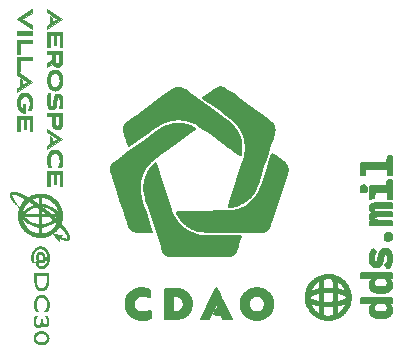
<source format=gbr>
G04 #@! TF.GenerationSoftware,KiCad,Pcbnew,(6.99.0-2452-gdb4f2d9dd8)*
G04 #@! TF.CreationDate,2022-08-01T23:18:08-05:00*
G04 #@! TF.ProjectId,DDS,4444532e-6b69-4636-9164-5f7063625858,rev?*
G04 #@! TF.SameCoordinates,Original*
G04 #@! TF.FileFunction,Legend,Top*
G04 #@! TF.FilePolarity,Positive*
%FSLAX46Y46*%
G04 Gerber Fmt 4.6, Leading zero omitted, Abs format (unit mm)*
G04 Created by KiCad (PCBNEW (6.99.0-2452-gdb4f2d9dd8)) date 2022-08-01 23:18:08*
%MOMM*%
%LPD*%
G01*
G04 APERTURE LIST*
%ADD10C,0.200000*%
%ADD11C,0.020000*%
%ADD12R,1.800000X1.800000*%
%ADD13C,1.800000*%
%ADD14R,1.700000X1.700000*%
%ADD15O,1.700000X1.700000*%
G04 APERTURE END LIST*
D10*
G36*
X126275728Y-118586664D02*
G01*
X126291769Y-118587214D01*
X126307705Y-118588132D01*
X126323535Y-118589418D01*
X126339257Y-118591072D01*
X126354870Y-118593096D01*
X126370372Y-118595489D01*
X126393413Y-118599774D01*
X126416195Y-118604894D01*
X126438711Y-118610852D01*
X126460956Y-118617648D01*
X126482925Y-118625286D01*
X126504610Y-118633766D01*
X126538975Y-118648785D01*
X126572170Y-118665300D01*
X126604201Y-118683255D01*
X126635072Y-118702595D01*
X126664790Y-118723264D01*
X126693359Y-118745206D01*
X126720784Y-118768364D01*
X126747070Y-118792683D01*
X126772223Y-118818107D01*
X126796248Y-118844579D01*
X126819149Y-118872045D01*
X126840933Y-118900447D01*
X126861603Y-118929731D01*
X126881166Y-118959839D01*
X126899627Y-118990717D01*
X126916990Y-119022308D01*
X126933261Y-119054556D01*
X126948444Y-119087405D01*
X126962546Y-119120799D01*
X126975571Y-119154683D01*
X126987525Y-119189000D01*
X126998412Y-119223694D01*
X127008238Y-119258710D01*
X127017007Y-119293991D01*
X127024726Y-119329482D01*
X127031398Y-119365126D01*
X127037030Y-119400868D01*
X127041627Y-119436652D01*
X127045193Y-119472421D01*
X127047734Y-119508120D01*
X127049254Y-119543693D01*
X127049760Y-119579084D01*
X127049051Y-119620600D01*
X127046923Y-119662355D01*
X127043374Y-119704247D01*
X127038402Y-119746174D01*
X127032006Y-119788034D01*
X127024183Y-119829724D01*
X127014932Y-119871143D01*
X127004252Y-119912188D01*
X126992139Y-119952758D01*
X126978593Y-119992749D01*
X126963612Y-120032061D01*
X126947194Y-120070591D01*
X126929337Y-120108237D01*
X126910040Y-120144896D01*
X126889300Y-120180467D01*
X126867115Y-120214848D01*
X126843485Y-120247936D01*
X126818407Y-120279629D01*
X126791880Y-120309826D01*
X126763901Y-120338423D01*
X126734469Y-120365320D01*
X126703582Y-120390413D01*
X126671238Y-120413601D01*
X126637436Y-120434782D01*
X126602173Y-120453854D01*
X126565448Y-120470714D01*
X126527260Y-120485260D01*
X126487606Y-120497390D01*
X126446484Y-120507003D01*
X126403893Y-120513995D01*
X126359831Y-120518266D01*
X126314296Y-120519712D01*
X126293760Y-120519208D01*
X126273144Y-120517699D01*
X126252496Y-120515191D01*
X126231863Y-120511690D01*
X126211295Y-120507200D01*
X126190838Y-120501726D01*
X126170541Y-120495275D01*
X126150452Y-120487850D01*
X126130619Y-120479458D01*
X126111089Y-120470105D01*
X126091912Y-120459794D01*
X126073135Y-120448532D01*
X126054805Y-120436323D01*
X126036971Y-120423174D01*
X126019682Y-120409089D01*
X126002984Y-120394073D01*
X125986927Y-120378133D01*
X125971557Y-120361272D01*
X125956923Y-120343498D01*
X125943074Y-120324814D01*
X125930056Y-120305226D01*
X125917919Y-120284739D01*
X125906709Y-120263359D01*
X125896476Y-120241092D01*
X125887267Y-120217941D01*
X125879130Y-120193913D01*
X125872113Y-120169013D01*
X125866264Y-120143246D01*
X125861631Y-120116618D01*
X125858263Y-120089133D01*
X125856206Y-120060798D01*
X125855510Y-120031617D01*
X125855947Y-120011387D01*
X125857314Y-119990003D01*
X125859695Y-119967735D01*
X125863177Y-119944850D01*
X125866151Y-119929384D01*
X125869676Y-119913843D01*
X125873779Y-119898306D01*
X125878484Y-119882854D01*
X125883817Y-119867565D01*
X125889802Y-119852520D01*
X125896465Y-119837797D01*
X125903831Y-119823477D01*
X125911925Y-119809639D01*
X125920772Y-119796362D01*
X125912777Y-119779265D01*
X125905479Y-119761725D01*
X125898855Y-119743815D01*
X125892880Y-119725605D01*
X125887526Y-119707166D01*
X125882771Y-119688569D01*
X125878588Y-119669884D01*
X125874952Y-119651184D01*
X125871838Y-119632539D01*
X125869222Y-119614020D01*
X125867076Y-119595697D01*
X125865378Y-119577643D01*
X125864100Y-119559927D01*
X125863219Y-119542621D01*
X125862709Y-119525796D01*
X125862636Y-119518511D01*
X126079823Y-119518511D01*
X126079991Y-119530586D01*
X126080938Y-119549821D01*
X126082852Y-119570041D01*
X126085878Y-119590832D01*
X126090164Y-119611783D01*
X126095857Y-119632483D01*
X126103102Y-119652521D01*
X126112048Y-119671484D01*
X126122841Y-119688962D01*
X126135628Y-119704542D01*
X126150556Y-119717814D01*
X126416292Y-119771742D01*
X126433980Y-119768917D01*
X126448031Y-119760935D01*
X126458841Y-119748538D01*
X126466801Y-119732468D01*
X126472308Y-119713468D01*
X126475063Y-119697740D01*
X126476826Y-119681094D01*
X126477762Y-119663843D01*
X126478037Y-119646299D01*
X126477175Y-119618043D01*
X126474568Y-119589050D01*
X126470185Y-119559673D01*
X126463993Y-119530266D01*
X126455959Y-119501181D01*
X126446053Y-119472773D01*
X126434241Y-119445394D01*
X126420493Y-119419398D01*
X126404775Y-119395137D01*
X126387056Y-119372965D01*
X126367304Y-119353235D01*
X126345486Y-119336300D01*
X126321571Y-119322514D01*
X126295526Y-119312229D01*
X126267320Y-119305799D01*
X126236920Y-119303578D01*
X126216802Y-119304858D01*
X126198193Y-119308582D01*
X126181065Y-119314572D01*
X126165387Y-119322653D01*
X126151132Y-119332648D01*
X126138270Y-119344382D01*
X126126771Y-119357676D01*
X126116606Y-119372356D01*
X126107747Y-119388246D01*
X126100163Y-119405167D01*
X126093826Y-119422946D01*
X126088707Y-119441404D01*
X126084777Y-119460366D01*
X126082005Y-119479655D01*
X126080364Y-119499096D01*
X126079823Y-119518511D01*
X125862636Y-119518511D01*
X125862545Y-119509523D01*
X125862893Y-119490503D01*
X125863941Y-119471285D01*
X125865690Y-119451923D01*
X125868144Y-119432469D01*
X125871305Y-119412976D01*
X125875177Y-119393495D01*
X125879762Y-119374080D01*
X125885064Y-119354783D01*
X125891084Y-119335657D01*
X125897826Y-119316754D01*
X125905293Y-119298126D01*
X125913488Y-119279827D01*
X125922412Y-119261908D01*
X125932071Y-119244422D01*
X125942465Y-119227422D01*
X125953598Y-119210961D01*
X125965474Y-119195090D01*
X125978094Y-119179862D01*
X125991461Y-119165331D01*
X126005579Y-119151547D01*
X126020451Y-119138565D01*
X126036078Y-119126435D01*
X126052465Y-119115212D01*
X126069614Y-119104947D01*
X126087527Y-119095693D01*
X126106208Y-119087503D01*
X126125660Y-119080428D01*
X126145885Y-119074522D01*
X126166886Y-119069837D01*
X126188666Y-119066426D01*
X126211228Y-119064340D01*
X126234575Y-119063634D01*
X126262824Y-119064624D01*
X126290197Y-119067543D01*
X126316692Y-119072309D01*
X126342308Y-119078841D01*
X126367045Y-119087061D01*
X126390900Y-119096887D01*
X126413872Y-119108239D01*
X126435960Y-119121037D01*
X126457162Y-119135200D01*
X126477477Y-119150647D01*
X126496904Y-119167300D01*
X126515442Y-119185076D01*
X126533088Y-119203897D01*
X126549842Y-119223681D01*
X126565702Y-119244348D01*
X126580667Y-119265818D01*
X126594736Y-119288010D01*
X126607907Y-119310844D01*
X126620179Y-119334240D01*
X126631550Y-119358118D01*
X126642019Y-119382396D01*
X126651585Y-119406995D01*
X126660247Y-119431835D01*
X126668003Y-119456834D01*
X126674851Y-119481913D01*
X126680790Y-119506991D01*
X126685820Y-119531988D01*
X126689938Y-119556823D01*
X126693143Y-119581417D01*
X126695434Y-119605688D01*
X126696810Y-119629557D01*
X126697269Y-119652943D01*
X126697096Y-119671338D01*
X126696565Y-119689574D01*
X126695661Y-119707624D01*
X126694368Y-119725460D01*
X126692669Y-119743054D01*
X126690548Y-119760377D01*
X126687990Y-119777403D01*
X126684977Y-119794103D01*
X126681495Y-119810449D01*
X126677527Y-119826413D01*
X126673056Y-119841968D01*
X126668067Y-119857085D01*
X126662544Y-119871737D01*
X126649830Y-119899533D01*
X126634786Y-119925133D01*
X126617282Y-119948313D01*
X126597189Y-119968850D01*
X126574380Y-119986520D01*
X126548724Y-120001101D01*
X126520094Y-120012370D01*
X126504623Y-120016692D01*
X126488360Y-120020102D01*
X126471289Y-120022573D01*
X126453394Y-120024075D01*
X126434659Y-120024583D01*
X126414750Y-120023880D01*
X126395004Y-120021896D01*
X126375383Y-120018812D01*
X126355848Y-120014813D01*
X126336361Y-120010081D01*
X126316884Y-120004799D01*
X126297379Y-119999151D01*
X126277806Y-119993320D01*
X126258128Y-119987488D01*
X126238307Y-119981840D01*
X126218303Y-119976558D01*
X126198079Y-119971826D01*
X126177597Y-119967827D01*
X126156817Y-119964743D01*
X126135701Y-119962759D01*
X126114212Y-119962056D01*
X126101917Y-119964279D01*
X126089661Y-119974318D01*
X126083058Y-119988602D01*
X126079811Y-120003978D01*
X126078213Y-120022083D01*
X126077869Y-120038260D01*
X126078998Y-120065654D01*
X126082320Y-120091537D01*
X126087738Y-120115875D01*
X126095155Y-120138632D01*
X126104476Y-120159772D01*
X126115602Y-120179260D01*
X126128438Y-120197061D01*
X126142886Y-120213138D01*
X126158851Y-120227457D01*
X126176234Y-120239982D01*
X126194940Y-120250677D01*
X126214871Y-120259508D01*
X126235931Y-120266437D01*
X126258023Y-120271431D01*
X126281051Y-120274454D01*
X126304917Y-120275469D01*
X126337191Y-120274463D01*
X126368432Y-120271486D01*
X126398641Y-120266603D01*
X126427819Y-120259875D01*
X126455967Y-120251367D01*
X126483084Y-120241141D01*
X126509172Y-120229260D01*
X126534231Y-120215788D01*
X126558261Y-120200787D01*
X126581262Y-120184321D01*
X126603236Y-120166453D01*
X126624183Y-120147246D01*
X126644103Y-120126763D01*
X126662997Y-120105067D01*
X126680865Y-120082221D01*
X126697709Y-120058288D01*
X126713527Y-120033332D01*
X126728321Y-120007416D01*
X126742092Y-119980602D01*
X126754839Y-119952954D01*
X126766564Y-119924535D01*
X126777267Y-119895408D01*
X126786947Y-119865636D01*
X126795607Y-119835282D01*
X126803246Y-119804410D01*
X126809865Y-119773082D01*
X126815464Y-119741362D01*
X126820044Y-119709312D01*
X126823606Y-119676997D01*
X126826149Y-119644478D01*
X126827675Y-119611819D01*
X126828183Y-119579084D01*
X126827375Y-119538491D01*
X126824982Y-119498654D01*
X126821053Y-119459608D01*
X126815635Y-119421388D01*
X126808777Y-119384029D01*
X126800527Y-119347567D01*
X126790933Y-119312035D01*
X126780043Y-119277468D01*
X126767905Y-119243902D01*
X126754567Y-119211372D01*
X126740077Y-119179912D01*
X126724484Y-119149558D01*
X126707835Y-119120344D01*
X126690178Y-119092305D01*
X126671562Y-119065477D01*
X126652035Y-119039893D01*
X126631645Y-119015590D01*
X126610439Y-118992601D01*
X126588466Y-118970962D01*
X126565775Y-118950708D01*
X126542412Y-118931873D01*
X126518427Y-118914494D01*
X126493867Y-118898603D01*
X126468780Y-118884237D01*
X126443214Y-118871431D01*
X126417219Y-118860218D01*
X126390840Y-118850635D01*
X126364128Y-118842716D01*
X126337129Y-118836496D01*
X126309892Y-118832010D01*
X126282465Y-118829292D01*
X126254896Y-118828379D01*
X126215135Y-118829750D01*
X126177019Y-118833782D01*
X126140525Y-118840349D01*
X126105627Y-118849326D01*
X126072300Y-118860591D01*
X126040518Y-118874018D01*
X126010257Y-118889482D01*
X125981491Y-118906860D01*
X125954195Y-118926027D01*
X125928344Y-118946858D01*
X125903912Y-118969229D01*
X125880875Y-118993016D01*
X125859207Y-119018094D01*
X125838884Y-119044339D01*
X125819879Y-119071626D01*
X125802168Y-119099830D01*
X125785725Y-119128828D01*
X125770526Y-119158496D01*
X125756545Y-119188707D01*
X125743757Y-119219339D01*
X125732137Y-119250267D01*
X125721659Y-119281365D01*
X125712299Y-119312511D01*
X125704031Y-119343579D01*
X125696830Y-119374444D01*
X125690671Y-119404984D01*
X125685528Y-119435072D01*
X125681377Y-119464585D01*
X125678193Y-119493398D01*
X125675949Y-119521387D01*
X125674621Y-119548427D01*
X125674184Y-119574394D01*
X125674262Y-119585320D01*
X125674889Y-119607250D01*
X125676166Y-119629342D01*
X125678119Y-119651670D01*
X125680772Y-119674305D01*
X125684149Y-119697320D01*
X125688275Y-119720786D01*
X125693174Y-119744776D01*
X125698872Y-119769362D01*
X125705393Y-119794616D01*
X125712762Y-119820610D01*
X125721002Y-119847417D01*
X125730139Y-119875108D01*
X125740198Y-119903756D01*
X125745580Y-119918461D01*
X125751203Y-119933432D01*
X125757067Y-119948678D01*
X125763178Y-119964209D01*
X125769537Y-119980033D01*
X125515134Y-119980033D01*
X125507412Y-119953534D01*
X125500217Y-119926331D01*
X125493546Y-119898606D01*
X125487394Y-119870545D01*
X125481757Y-119842330D01*
X125476631Y-119814145D01*
X125472012Y-119786175D01*
X125467897Y-119758602D01*
X125464281Y-119731611D01*
X125461160Y-119705385D01*
X125458530Y-119680109D01*
X125456387Y-119655965D01*
X125454727Y-119633138D01*
X125453547Y-119611811D01*
X125452842Y-119592169D01*
X125452607Y-119574394D01*
X125453566Y-119527413D01*
X125456419Y-119480610D01*
X125461135Y-119434071D01*
X125467679Y-119387881D01*
X125476020Y-119342128D01*
X125486124Y-119296897D01*
X125497957Y-119252275D01*
X125511488Y-119208347D01*
X125526683Y-119165201D01*
X125543509Y-119122921D01*
X125561933Y-119081594D01*
X125581922Y-119041307D01*
X125603444Y-119002145D01*
X125626464Y-118964194D01*
X125650951Y-118927542D01*
X125676871Y-118892273D01*
X125704191Y-118858474D01*
X125732879Y-118826231D01*
X125762900Y-118795631D01*
X125794223Y-118766759D01*
X125826814Y-118739702D01*
X125860640Y-118714546D01*
X125895669Y-118691377D01*
X125931867Y-118670280D01*
X125969201Y-118651343D01*
X126007638Y-118634652D01*
X126047146Y-118620292D01*
X126087691Y-118608350D01*
X126129241Y-118598911D01*
X126171762Y-118592063D01*
X126215221Y-118587891D01*
X126259586Y-118586481D01*
X126275728Y-118586664D01*
G37*
G36*
X126978246Y-121544750D02*
G01*
X126977737Y-121580108D01*
X126976196Y-121615988D01*
X126973603Y-121652282D01*
X126969940Y-121688882D01*
X126965186Y-121725680D01*
X126959323Y-121762569D01*
X126952329Y-121799440D01*
X126944186Y-121836187D01*
X126934874Y-121872700D01*
X126924374Y-121908873D01*
X126912666Y-121944597D01*
X126899729Y-121979764D01*
X126885546Y-122014267D01*
X126870095Y-122047998D01*
X126853358Y-122080849D01*
X126835315Y-122112712D01*
X126815946Y-122143480D01*
X126795231Y-122173044D01*
X126773152Y-122201297D01*
X126749688Y-122228130D01*
X126724820Y-122253437D01*
X126698528Y-122277108D01*
X126670792Y-122299037D01*
X126641594Y-122319116D01*
X126610913Y-122337236D01*
X126578729Y-122353290D01*
X126545024Y-122367170D01*
X126509777Y-122378768D01*
X126472970Y-122387977D01*
X126434581Y-122394688D01*
X126394593Y-122398794D01*
X126352984Y-122400186D01*
X126311341Y-122398794D01*
X126271323Y-122394688D01*
X126232908Y-122387977D01*
X126196079Y-122378768D01*
X126160814Y-122367170D01*
X126127094Y-122353290D01*
X126094899Y-122337236D01*
X126064210Y-122319116D01*
X126035006Y-122299037D01*
X126007268Y-122277108D01*
X125980975Y-122253437D01*
X125956109Y-122228130D01*
X125932648Y-122201297D01*
X125910575Y-122173044D01*
X125889867Y-122143480D01*
X125870507Y-122112712D01*
X125852473Y-122080849D01*
X125835747Y-122047998D01*
X125820308Y-122014267D01*
X125806136Y-121979764D01*
X125793212Y-121944597D01*
X125781516Y-121908873D01*
X125771027Y-121872700D01*
X125761727Y-121836187D01*
X125753595Y-121799440D01*
X125746612Y-121762569D01*
X125740758Y-121725680D01*
X125736012Y-121688882D01*
X125732356Y-121652282D01*
X125729769Y-121615988D01*
X125728231Y-121580108D01*
X125727723Y-121544750D01*
X125727723Y-121524429D01*
X125951644Y-121524429D01*
X125951885Y-121549287D01*
X125952627Y-121574637D01*
X125953899Y-121600396D01*
X125955730Y-121626481D01*
X125958150Y-121652805D01*
X125961188Y-121679287D01*
X125964874Y-121705841D01*
X125969236Y-121732384D01*
X125974304Y-121758830D01*
X125980107Y-121785098D01*
X125986674Y-121811101D01*
X125994035Y-121836757D01*
X126002219Y-121861981D01*
X126011255Y-121886688D01*
X126021172Y-121910796D01*
X126032000Y-121934220D01*
X126043768Y-121956875D01*
X126056506Y-121978678D01*
X126070241Y-121999545D01*
X126085005Y-122019391D01*
X126100825Y-122038133D01*
X126117732Y-122055686D01*
X126135754Y-122071966D01*
X126154922Y-122086890D01*
X126175263Y-122100373D01*
X126196807Y-122112330D01*
X126219585Y-122122679D01*
X126243624Y-122131335D01*
X126268954Y-122138214D01*
X126295605Y-122143231D01*
X126323605Y-122146303D01*
X126352984Y-122147346D01*
X126382328Y-122146303D01*
X126410295Y-122143231D01*
X126436915Y-122138214D01*
X126462216Y-122131335D01*
X126486228Y-122122679D01*
X126508980Y-122112330D01*
X126530501Y-122100373D01*
X126550821Y-122086890D01*
X126569968Y-122071966D01*
X126587973Y-122055686D01*
X126604863Y-122038133D01*
X126620668Y-122019391D01*
X126635418Y-121999545D01*
X126649142Y-121978678D01*
X126661868Y-121956875D01*
X126673626Y-121934220D01*
X126684446Y-121910796D01*
X126694356Y-121886688D01*
X126703385Y-121861981D01*
X126711563Y-121836757D01*
X126718919Y-121811101D01*
X126725483Y-121785098D01*
X126731282Y-121758830D01*
X126736348Y-121732384D01*
X126740708Y-121705841D01*
X126744392Y-121679287D01*
X126747429Y-121652805D01*
X126749848Y-121626481D01*
X126751679Y-121600396D01*
X126752951Y-121574637D01*
X126753693Y-121549287D01*
X126753933Y-121524429D01*
X126753933Y-121103159D01*
X125951644Y-121103159D01*
X125951644Y-121524429D01*
X125727723Y-121524429D01*
X125727723Y-120856962D01*
X126978246Y-120856962D01*
X126978246Y-121544750D01*
G37*
G36*
X126351812Y-122924234D02*
G01*
X126375182Y-122925041D01*
X126398234Y-122927438D01*
X126420940Y-122931386D01*
X126443272Y-122936847D01*
X126465201Y-122943781D01*
X126486701Y-122952150D01*
X126507744Y-122961916D01*
X126528302Y-122973039D01*
X126548346Y-122985483D01*
X126567850Y-122999207D01*
X126586786Y-123014174D01*
X126605125Y-123030344D01*
X126622841Y-123047680D01*
X126639904Y-123066142D01*
X126656288Y-123085692D01*
X126671965Y-123106292D01*
X126686907Y-123127903D01*
X126701086Y-123150486D01*
X126714475Y-123174003D01*
X126727045Y-123198415D01*
X126738769Y-123223684D01*
X126749620Y-123249771D01*
X126759568Y-123276638D01*
X126768588Y-123304245D01*
X126776650Y-123332555D01*
X126783727Y-123361528D01*
X126789792Y-123391127D01*
X126794816Y-123421313D01*
X126798773Y-123452047D01*
X126801633Y-123483290D01*
X126803369Y-123515004D01*
X126803954Y-123547151D01*
X126803631Y-123568532D01*
X126802668Y-123589877D01*
X126801073Y-123611169D01*
X126798853Y-123632395D01*
X126796015Y-123653540D01*
X126792568Y-123674590D01*
X126788520Y-123695529D01*
X126783877Y-123716344D01*
X126778649Y-123737019D01*
X126772842Y-123757542D01*
X126766464Y-123777895D01*
X126759523Y-123798067D01*
X126752027Y-123818041D01*
X126743984Y-123837803D01*
X126735400Y-123857339D01*
X126726285Y-123876634D01*
X126716645Y-123895674D01*
X126706489Y-123914444D01*
X126695823Y-123932930D01*
X126684657Y-123951117D01*
X126672997Y-123968990D01*
X126660851Y-123986536D01*
X126648227Y-124003739D01*
X126635134Y-124020585D01*
X126621577Y-124037059D01*
X126607566Y-124053148D01*
X126593107Y-124068836D01*
X126578210Y-124084109D01*
X126562880Y-124098952D01*
X126547127Y-124113351D01*
X126530958Y-124127291D01*
X126514380Y-124140758D01*
X126846550Y-124140758D01*
X126857145Y-124125065D01*
X126867460Y-124109131D01*
X126877490Y-124092960D01*
X126887233Y-124076559D01*
X126896683Y-124059934D01*
X126905838Y-124043090D01*
X126914695Y-124026034D01*
X126923248Y-124008770D01*
X126931496Y-123991304D01*
X126939433Y-123973643D01*
X126947057Y-123955792D01*
X126954364Y-123937756D01*
X126961350Y-123919542D01*
X126968012Y-123901155D01*
X126974345Y-123882600D01*
X126980346Y-123863885D01*
X126986012Y-123845013D01*
X126991339Y-123825992D01*
X126996323Y-123806826D01*
X127000961Y-123787522D01*
X127005249Y-123768085D01*
X127009183Y-123748521D01*
X127012760Y-123728836D01*
X127015975Y-123709035D01*
X127018826Y-123689124D01*
X127021309Y-123669109D01*
X127023420Y-123648995D01*
X127025155Y-123628789D01*
X127026511Y-123608495D01*
X127027484Y-123588121D01*
X127028071Y-123567671D01*
X127028267Y-123547151D01*
X127027385Y-123501859D01*
X127024770Y-123457171D01*
X127020463Y-123413142D01*
X127014508Y-123369827D01*
X127006946Y-123327280D01*
X126997821Y-123285556D01*
X126987176Y-123244710D01*
X126975052Y-123204795D01*
X126961494Y-123165868D01*
X126946543Y-123127982D01*
X126930243Y-123091193D01*
X126912635Y-123055554D01*
X126893764Y-123021121D01*
X126873671Y-122987948D01*
X126852399Y-122956090D01*
X126829990Y-122925601D01*
X126806489Y-122896537D01*
X126781937Y-122868952D01*
X126756377Y-122842900D01*
X126729852Y-122818437D01*
X126702404Y-122795616D01*
X126674076Y-122774493D01*
X126644912Y-122755123D01*
X126614953Y-122737559D01*
X126584242Y-122721857D01*
X126552823Y-122708071D01*
X126520737Y-122696256D01*
X126488028Y-122686466D01*
X126454739Y-122678757D01*
X126420911Y-122673183D01*
X126386588Y-122669798D01*
X126351812Y-122668658D01*
X126317043Y-122669798D01*
X126282739Y-122673183D01*
X126248943Y-122678757D01*
X126215696Y-122686466D01*
X126183040Y-122696256D01*
X126151017Y-122708071D01*
X126119669Y-122721857D01*
X126089037Y-122737559D01*
X126059164Y-122755123D01*
X126030091Y-122774493D01*
X126001860Y-122795616D01*
X125974514Y-122818437D01*
X125948093Y-122842900D01*
X125922640Y-122868952D01*
X125898197Y-122896537D01*
X125874806Y-122925601D01*
X125852507Y-122956090D01*
X125831344Y-122987948D01*
X125811358Y-123021121D01*
X125792591Y-123055554D01*
X125775085Y-123091193D01*
X125758881Y-123127982D01*
X125744022Y-123165868D01*
X125730550Y-123204795D01*
X125718505Y-123244710D01*
X125707931Y-123285556D01*
X125698869Y-123327280D01*
X125691360Y-123369827D01*
X125685447Y-123413142D01*
X125681172Y-123457171D01*
X125678576Y-123501859D01*
X125677702Y-123547151D01*
X125677891Y-123567665D01*
X125678458Y-123588099D01*
X125679399Y-123608449D01*
X125680712Y-123628709D01*
X125682393Y-123648874D01*
X125684440Y-123668941D01*
X125686850Y-123688905D01*
X125689621Y-123708760D01*
X125692748Y-123728503D01*
X125696230Y-123748128D01*
X125700063Y-123767631D01*
X125704245Y-123787007D01*
X125708772Y-123806252D01*
X125713643Y-123825361D01*
X125718853Y-123844329D01*
X125724401Y-123863152D01*
X125730283Y-123881825D01*
X125736496Y-123900343D01*
X125743038Y-123918702D01*
X125749906Y-123936897D01*
X125757096Y-123954924D01*
X125764607Y-123972777D01*
X125772435Y-123990452D01*
X125780577Y-124007945D01*
X125789030Y-124025251D01*
X125797792Y-124042365D01*
X125806860Y-124059282D01*
X125816230Y-124075998D01*
X125825900Y-124092509D01*
X125835868Y-124108809D01*
X125846130Y-124124893D01*
X125856683Y-124140758D01*
X126186508Y-124140758D01*
X126169978Y-124127085D01*
X126153878Y-124112964D01*
X126138214Y-124098410D01*
X126122992Y-124083435D01*
X126108219Y-124068053D01*
X126093900Y-124052277D01*
X126080043Y-124036120D01*
X126066652Y-124019596D01*
X126053735Y-124002717D01*
X126041298Y-123985497D01*
X126029346Y-123967949D01*
X126017887Y-123950086D01*
X126006926Y-123931923D01*
X125996469Y-123913471D01*
X125986523Y-123894744D01*
X125977094Y-123875755D01*
X125968189Y-123856518D01*
X125959813Y-123837046D01*
X125951972Y-123817351D01*
X125944673Y-123797448D01*
X125937923Y-123777350D01*
X125931727Y-123757069D01*
X125926091Y-123736620D01*
X125921022Y-123716014D01*
X125916527Y-123695266D01*
X125912610Y-123674389D01*
X125909279Y-123653395D01*
X125906540Y-123632299D01*
X125904398Y-123611113D01*
X125902861Y-123589851D01*
X125901934Y-123568526D01*
X125901623Y-123547151D01*
X125902202Y-123515004D01*
X125903919Y-123483290D01*
X125906747Y-123452047D01*
X125910661Y-123421313D01*
X125915633Y-123391127D01*
X125921636Y-123361528D01*
X125928644Y-123332555D01*
X125936630Y-123304245D01*
X125945566Y-123276638D01*
X125955426Y-123249771D01*
X125966183Y-123223684D01*
X125977811Y-123198415D01*
X125990282Y-123174003D01*
X126003570Y-123150486D01*
X126017648Y-123127903D01*
X126032489Y-123106292D01*
X126048066Y-123085692D01*
X126064352Y-123066142D01*
X126081321Y-123047680D01*
X126098945Y-123030344D01*
X126117198Y-123014174D01*
X126136053Y-122999207D01*
X126155484Y-122985483D01*
X126175462Y-122973039D01*
X126195963Y-122961916D01*
X126216957Y-122952150D01*
X126238420Y-122943781D01*
X126260324Y-122936847D01*
X126282642Y-122931386D01*
X126305347Y-122927438D01*
X126328412Y-122925041D01*
X126351812Y-122924234D01*
G37*
G36*
X126043870Y-125502266D02*
G01*
X126062731Y-125502075D01*
X126080856Y-125501502D01*
X126098264Y-125500542D01*
X126114973Y-125499194D01*
X126131002Y-125497453D01*
X126161087Y-125492786D01*
X126188667Y-125486515D01*
X126213885Y-125478619D01*
X126236886Y-125469073D01*
X126257815Y-125457854D01*
X126276817Y-125444939D01*
X126294037Y-125430303D01*
X126309619Y-125413925D01*
X126323709Y-125395779D01*
X126336451Y-125375844D01*
X126347989Y-125354094D01*
X126358470Y-125330507D01*
X126368037Y-125305060D01*
X126372524Y-125291631D01*
X126383466Y-125313434D01*
X126395323Y-125333448D01*
X126408077Y-125351727D01*
X126421708Y-125368323D01*
X126436198Y-125383289D01*
X126451528Y-125396677D01*
X126467678Y-125408539D01*
X126484631Y-125418930D01*
X126502367Y-125427901D01*
X126520867Y-125435505D01*
X126540112Y-125441795D01*
X126560084Y-125446823D01*
X126580763Y-125450642D01*
X126602131Y-125453304D01*
X126624169Y-125454863D01*
X126646857Y-125455371D01*
X126666996Y-125454726D01*
X126686666Y-125452811D01*
X126705856Y-125449657D01*
X126724554Y-125445295D01*
X126742749Y-125439756D01*
X126760431Y-125433071D01*
X126777588Y-125425270D01*
X126794209Y-125416384D01*
X126810282Y-125406444D01*
X126825798Y-125395482D01*
X126840743Y-125383527D01*
X126855108Y-125370610D01*
X126868881Y-125356764D01*
X126882050Y-125342017D01*
X126894606Y-125326402D01*
X126906536Y-125309949D01*
X126917830Y-125292689D01*
X126928476Y-125274652D01*
X126938463Y-125255870D01*
X126947780Y-125236373D01*
X126956415Y-125216193D01*
X126964359Y-125195359D01*
X126971599Y-125173904D01*
X126978124Y-125151857D01*
X126983923Y-125129249D01*
X126988985Y-125106113D01*
X126993299Y-125082477D01*
X126996854Y-125058373D01*
X126999638Y-125033833D01*
X127001641Y-125008886D01*
X127002851Y-124983564D01*
X127003256Y-124957897D01*
X127002624Y-124926888D01*
X127001835Y-124911142D01*
X127000729Y-124895275D01*
X126999308Y-124879317D01*
X126997571Y-124863298D01*
X126995519Y-124847248D01*
X126993151Y-124831196D01*
X126990467Y-124815173D01*
X126987469Y-124799209D01*
X126984155Y-124783333D01*
X126980526Y-124767576D01*
X126976581Y-124751966D01*
X126972322Y-124736535D01*
X126967748Y-124721312D01*
X126962859Y-124706327D01*
X126952136Y-124677191D01*
X126940154Y-124649365D01*
X126926914Y-124623090D01*
X126912416Y-124598604D01*
X126896662Y-124576147D01*
X126879650Y-124555958D01*
X126861383Y-124538276D01*
X126841861Y-124523340D01*
X126596055Y-124523340D01*
X126616064Y-124543985D01*
X126635306Y-124565603D01*
X126653707Y-124588167D01*
X126671196Y-124611653D01*
X126687700Y-124636033D01*
X126703148Y-124661283D01*
X126717466Y-124687377D01*
X126730584Y-124714289D01*
X126742428Y-124741994D01*
X126752927Y-124770465D01*
X126762009Y-124799676D01*
X126769601Y-124829603D01*
X126775632Y-124860218D01*
X126778039Y-124875777D01*
X126780029Y-124891498D01*
X126781592Y-124907378D01*
X126782720Y-124923415D01*
X126783403Y-124939604D01*
X126783633Y-124955943D01*
X126783411Y-124971812D01*
X126781679Y-125001837D01*
X126778326Y-125029608D01*
X126773468Y-125055161D01*
X126767222Y-125078532D01*
X126759703Y-125099757D01*
X126751029Y-125118872D01*
X126741314Y-125135914D01*
X126730676Y-125150918D01*
X126719231Y-125163921D01*
X126707094Y-125174958D01*
X126694382Y-125184065D01*
X126674491Y-125194188D01*
X126653959Y-125200172D01*
X126633180Y-125202140D01*
X126611652Y-125200012D01*
X126590420Y-125193603D01*
X126569880Y-125182880D01*
X126556769Y-125173317D01*
X126544260Y-125161810D01*
X126532472Y-125148350D01*
X126521523Y-125132926D01*
X126511530Y-125115527D01*
X126502611Y-125096144D01*
X126494885Y-125074765D01*
X126488470Y-125051382D01*
X126483482Y-125025982D01*
X126480041Y-124998557D01*
X126478264Y-124969096D01*
X126478037Y-124953599D01*
X126478037Y-124754296D01*
X126256069Y-124754296D01*
X126256069Y-124953599D01*
X126255821Y-124973157D01*
X126255087Y-124991976D01*
X126253883Y-125010065D01*
X126252225Y-125027430D01*
X126250128Y-125044080D01*
X126247609Y-125060022D01*
X126241365Y-125089813D01*
X126233619Y-125116865D01*
X126224497Y-125141241D01*
X126214125Y-125163002D01*
X126202628Y-125182210D01*
X126190133Y-125198926D01*
X126176766Y-125213214D01*
X126162652Y-125225133D01*
X126147918Y-125234747D01*
X126132689Y-125242116D01*
X126117091Y-125247304D01*
X126101251Y-125250371D01*
X126085294Y-125251380D01*
X126061647Y-125250449D01*
X126039240Y-125247597D01*
X126018111Y-125242734D01*
X125998301Y-125235772D01*
X125979848Y-125226621D01*
X125962793Y-125215192D01*
X125947175Y-125201395D01*
X125933033Y-125185141D01*
X125920407Y-125166341D01*
X125909336Y-125144905D01*
X125899860Y-125120744D01*
X125892019Y-125093770D01*
X125885851Y-125063891D01*
X125883407Y-125047836D01*
X125881396Y-125031021D01*
X125879824Y-125013435D01*
X125878695Y-124995068D01*
X125878013Y-124975908D01*
X125877785Y-124955943D01*
X125878435Y-124929933D01*
X125880401Y-124901808D01*
X125883708Y-124871909D01*
X125885871Y-124856400D01*
X125888379Y-124840575D01*
X125891235Y-124824477D01*
X125894441Y-124808147D01*
X125898001Y-124791628D01*
X125901917Y-124774964D01*
X125906194Y-124758196D01*
X125910833Y-124741367D01*
X125915838Y-124724519D01*
X125921212Y-124707695D01*
X125926958Y-124690937D01*
X125933079Y-124674289D01*
X125939579Y-124657792D01*
X125946460Y-124641488D01*
X125953725Y-124625421D01*
X125961378Y-124609634D01*
X125969421Y-124594167D01*
X125977858Y-124579064D01*
X125986691Y-124564368D01*
X125995925Y-124550121D01*
X126005561Y-124536365D01*
X126015603Y-124523144D01*
X126026054Y-124510498D01*
X126036918Y-124498472D01*
X126048196Y-124487107D01*
X126059893Y-124476446D01*
X125785559Y-124476446D01*
X125769381Y-124496644D01*
X125754392Y-124519254D01*
X125740571Y-124544014D01*
X125727900Y-124570662D01*
X125716357Y-124598936D01*
X125705923Y-124628574D01*
X125701116Y-124643822D01*
X125696578Y-124659313D01*
X125692308Y-124675013D01*
X125688302Y-124690891D01*
X125684558Y-124706913D01*
X125681074Y-124723046D01*
X125677847Y-124739258D01*
X125674875Y-124755516D01*
X125672155Y-124771787D01*
X125669685Y-124788039D01*
X125667462Y-124804238D01*
X125665483Y-124820352D01*
X125663747Y-124836348D01*
X125662250Y-124852193D01*
X125660991Y-124867855D01*
X125659173Y-124898498D01*
X125658274Y-124928013D01*
X125658162Y-124942266D01*
X125658486Y-124971275D01*
X125659463Y-124999882D01*
X125661104Y-125028052D01*
X125663419Y-125055751D01*
X125666420Y-125082946D01*
X125670115Y-125109602D01*
X125674515Y-125135685D01*
X125679631Y-125161162D01*
X125685473Y-125185999D01*
X125692051Y-125210161D01*
X125699375Y-125233614D01*
X125707456Y-125256325D01*
X125716305Y-125278259D01*
X125725930Y-125299383D01*
X125736344Y-125319662D01*
X125747555Y-125339063D01*
X125759575Y-125357551D01*
X125772413Y-125375093D01*
X125786080Y-125391654D01*
X125800586Y-125407201D01*
X125815942Y-125421700D01*
X125832158Y-125435116D01*
X125849243Y-125447415D01*
X125867210Y-125458565D01*
X125886066Y-125468530D01*
X125905824Y-125477276D01*
X125926494Y-125484770D01*
X125948085Y-125490978D01*
X125970607Y-125495865D01*
X125994072Y-125499398D01*
X126018490Y-125501543D01*
X126043870Y-125502266D01*
G37*
G36*
X126344271Y-125770572D02*
G01*
X126376194Y-125772417D01*
X126408044Y-125775486D01*
X126439755Y-125779772D01*
X126471262Y-125785271D01*
X126502498Y-125791978D01*
X126533397Y-125799887D01*
X126563894Y-125808992D01*
X126593922Y-125819289D01*
X126623415Y-125830771D01*
X126652306Y-125843434D01*
X126680531Y-125857272D01*
X126708023Y-125872280D01*
X126734716Y-125888452D01*
X126760544Y-125905784D01*
X126785441Y-125924269D01*
X126809340Y-125943902D01*
X126832176Y-125964678D01*
X126853883Y-125986592D01*
X126874395Y-126009638D01*
X126893645Y-126033811D01*
X126911567Y-126059106D01*
X126928097Y-126085516D01*
X126943166Y-126113038D01*
X126956711Y-126141665D01*
X126968663Y-126171391D01*
X126978958Y-126202213D01*
X126987529Y-126234123D01*
X126994311Y-126267118D01*
X126999237Y-126301191D01*
X127002240Y-126336338D01*
X127003256Y-126372552D01*
X127002312Y-126409586D01*
X126999519Y-126445436D01*
X126994935Y-126480104D01*
X126988617Y-126513589D01*
X126980625Y-126545893D01*
X126971015Y-126577015D01*
X126959847Y-126606956D01*
X126947178Y-126635717D01*
X126933067Y-126663299D01*
X126917571Y-126689701D01*
X126900749Y-126714924D01*
X126882658Y-126738969D01*
X126863358Y-126761836D01*
X126842905Y-126783526D01*
X126821359Y-126804039D01*
X126798776Y-126823375D01*
X126775216Y-126841536D01*
X126750736Y-126858522D01*
X126725395Y-126874333D01*
X126699250Y-126888969D01*
X126672360Y-126902432D01*
X126644783Y-126914721D01*
X126616577Y-126925838D01*
X126587799Y-126935782D01*
X126558509Y-126944555D01*
X126528764Y-126952156D01*
X126498622Y-126958586D01*
X126468142Y-126963846D01*
X126437381Y-126967937D01*
X126406397Y-126970858D01*
X126375250Y-126972610D01*
X126343996Y-126973194D01*
X126312082Y-126972578D01*
X126280201Y-126970733D01*
X126248420Y-126967666D01*
X126216801Y-126963381D01*
X126185410Y-126957886D01*
X126154309Y-126951185D01*
X126123564Y-126943283D01*
X126093238Y-126934188D01*
X126063396Y-126923905D01*
X126034102Y-126912438D01*
X126005420Y-126899795D01*
X125977414Y-126885981D01*
X125950149Y-126871001D01*
X125923688Y-126854861D01*
X125898097Y-126837568D01*
X125873438Y-126819126D01*
X125849776Y-126799541D01*
X125827176Y-126778819D01*
X125805701Y-126756967D01*
X125785416Y-126733989D01*
X125766386Y-126709891D01*
X125748673Y-126684679D01*
X125732342Y-126658359D01*
X125717458Y-126630936D01*
X125704085Y-126602417D01*
X125692286Y-126572807D01*
X125682127Y-126542111D01*
X125673671Y-126510335D01*
X125666982Y-126477486D01*
X125662125Y-126443569D01*
X125659164Y-126408589D01*
X125658162Y-126372552D01*
X125877785Y-126372552D01*
X125878431Y-126394247D01*
X125880341Y-126415222D01*
X125883475Y-126435481D01*
X125887792Y-126455024D01*
X125893252Y-126473853D01*
X125899813Y-126491972D01*
X125907434Y-126509381D01*
X125916076Y-126526083D01*
X125925698Y-126542080D01*
X125936258Y-126557373D01*
X125947716Y-126571965D01*
X125960032Y-126585858D01*
X125973164Y-126599054D01*
X125987072Y-126611555D01*
X126001715Y-126623362D01*
X126017053Y-126634478D01*
X126033044Y-126644905D01*
X126049648Y-126654644D01*
X126066825Y-126663699D01*
X126084533Y-126672070D01*
X126102732Y-126679760D01*
X126121381Y-126686771D01*
X126140440Y-126693104D01*
X126159867Y-126698763D01*
X126179623Y-126703748D01*
X126199666Y-126708062D01*
X126219955Y-126711707D01*
X126240450Y-126714684D01*
X126261110Y-126716997D01*
X126281895Y-126718646D01*
X126302764Y-126719634D01*
X126323675Y-126719963D01*
X126345039Y-126719615D01*
X126366386Y-126718573D01*
X126387671Y-126716838D01*
X126408851Y-126714412D01*
X126429883Y-126711296D01*
X126450724Y-126707493D01*
X126471331Y-126703003D01*
X126491659Y-126697828D01*
X126511667Y-126691971D01*
X126531310Y-126685433D01*
X126550545Y-126678214D01*
X126569329Y-126670318D01*
X126587619Y-126661746D01*
X126605371Y-126652499D01*
X126622543Y-126642578D01*
X126639090Y-126631987D01*
X126654970Y-126620725D01*
X126670139Y-126608796D01*
X126684554Y-126596200D01*
X126698172Y-126582939D01*
X126710949Y-126569015D01*
X126722842Y-126554429D01*
X126733808Y-126539184D01*
X126743803Y-126523280D01*
X126752785Y-126506720D01*
X126760709Y-126489505D01*
X126767533Y-126471636D01*
X126773214Y-126453116D01*
X126777707Y-126433946D01*
X126780971Y-126414127D01*
X126782960Y-126393662D01*
X126783633Y-126372552D01*
X126782986Y-126350879D01*
X126781073Y-126329898D01*
X126777933Y-126309607D01*
X126773609Y-126290008D01*
X126768141Y-126271099D01*
X126761570Y-126252880D01*
X126753936Y-126235352D01*
X126745281Y-126218514D01*
X126735645Y-126202366D01*
X126725070Y-126186907D01*
X126713595Y-126172137D01*
X126701263Y-126158057D01*
X126688114Y-126144666D01*
X126674188Y-126131963D01*
X126659526Y-126119949D01*
X126644171Y-126108623D01*
X126628161Y-126097985D01*
X126611538Y-126088035D01*
X126594344Y-126078773D01*
X126576618Y-126070198D01*
X126558402Y-126062311D01*
X126539737Y-126055110D01*
X126520663Y-126048596D01*
X126501221Y-126042769D01*
X126481453Y-126037628D01*
X126461398Y-126033173D01*
X126441098Y-126029405D01*
X126420594Y-126026322D01*
X126399927Y-126023924D01*
X126379137Y-126022212D01*
X126358265Y-126021185D01*
X126337353Y-126020842D01*
X126315817Y-126021190D01*
X126294324Y-126022233D01*
X126272915Y-126023971D01*
X126251633Y-126026402D01*
X126230518Y-126029525D01*
X126209614Y-126033341D01*
X126188962Y-126037847D01*
X126168605Y-126043044D01*
X126148585Y-126048930D01*
X126128943Y-126055504D01*
X126109722Y-126062765D01*
X126090964Y-126070714D01*
X126072710Y-126079348D01*
X126055004Y-126088667D01*
X126037886Y-126098670D01*
X126021400Y-126109356D01*
X126005587Y-126120724D01*
X125990489Y-126132774D01*
X125976149Y-126145505D01*
X125962608Y-126158916D01*
X125949908Y-126173005D01*
X125938092Y-126187773D01*
X125927202Y-126203217D01*
X125917279Y-126219338D01*
X125908367Y-126236135D01*
X125900506Y-126253606D01*
X125893739Y-126271751D01*
X125888108Y-126290569D01*
X125883655Y-126310059D01*
X125880422Y-126330220D01*
X125878451Y-126351051D01*
X125877785Y-126372552D01*
X125658162Y-126372552D01*
X125659093Y-126335375D01*
X125661847Y-126299388D01*
X125666368Y-126264591D01*
X125672599Y-126230982D01*
X125680485Y-126198561D01*
X125689968Y-126167328D01*
X125700992Y-126137282D01*
X125713501Y-126108422D01*
X125727439Y-126080747D01*
X125742748Y-126054257D01*
X125759372Y-126028952D01*
X125777256Y-126004830D01*
X125796341Y-125981891D01*
X125816573Y-125960134D01*
X125837894Y-125939559D01*
X125860249Y-125920165D01*
X125883580Y-125901952D01*
X125907831Y-125884918D01*
X125932945Y-125869063D01*
X125958867Y-125854387D01*
X125985540Y-125840888D01*
X126012907Y-125828567D01*
X126040911Y-125817422D01*
X126069498Y-125807453D01*
X126098609Y-125798660D01*
X126128188Y-125791040D01*
X126158180Y-125784595D01*
X126188527Y-125779323D01*
X126219173Y-125775224D01*
X126250062Y-125772297D01*
X126281137Y-125770541D01*
X126312342Y-125769956D01*
X126344271Y-125770572D01*
G37*
D11*
G36*
X127645261Y-116337831D02*
G01*
X127665042Y-116357646D01*
X127704467Y-116397416D01*
X127703629Y-116400310D01*
X127703176Y-116401863D01*
X127703038Y-116402351D01*
X127699643Y-116414072D01*
X127699304Y-116415197D01*
X127699089Y-116415872D01*
X127678569Y-116476833D01*
X127655860Y-116535861D01*
X127655276Y-116537308D01*
X127654678Y-116538748D01*
X127629581Y-116596556D01*
X127612425Y-116631917D01*
X127567718Y-116588905D01*
X127522780Y-116546103D01*
X127477595Y-116503541D01*
X127432137Y-116461241D01*
X127432137Y-116461240D01*
X127433179Y-116460527D01*
X127433898Y-116460000D01*
X127474246Y-116431344D01*
X127514775Y-116401925D01*
X127554744Y-116372320D01*
X127594142Y-116342591D01*
X127602068Y-116336465D01*
X127609823Y-116330347D01*
X127615829Y-116325594D01*
X127623594Y-116319512D01*
X127625407Y-116318097D01*
X127645261Y-116337831D01*
G37*
X127645261Y-116337831D02*
X127665042Y-116357646D01*
X127704467Y-116397416D01*
X127703629Y-116400310D01*
X127703176Y-116401863D01*
X127703038Y-116402351D01*
X127699643Y-116414072D01*
X127699304Y-116415197D01*
X127699089Y-116415872D01*
X127678569Y-116476833D01*
X127655860Y-116535861D01*
X127655276Y-116537308D01*
X127654678Y-116538748D01*
X127629581Y-116596556D01*
X127612425Y-116631917D01*
X127567718Y-116588905D01*
X127522780Y-116546103D01*
X127477595Y-116503541D01*
X127432137Y-116461241D01*
X127432137Y-116461240D01*
X127433179Y-116460527D01*
X127433898Y-116460000D01*
X127474246Y-116431344D01*
X127514775Y-116401925D01*
X127554744Y-116372320D01*
X127594142Y-116342591D01*
X127602068Y-116336465D01*
X127609823Y-116330347D01*
X127615829Y-116325594D01*
X127623594Y-116319512D01*
X127625407Y-116318097D01*
X127645261Y-116337831D01*
G36*
X127417100Y-116117713D02*
G01*
X127451143Y-116149562D01*
X127484998Y-116181616D01*
X127345899Y-116284609D01*
X127345682Y-116284766D01*
X127345237Y-116285079D01*
X127331505Y-116294633D01*
X127330567Y-116295279D01*
X127315273Y-116305578D01*
X127299927Y-116315819D01*
X127284652Y-116326158D01*
X127188893Y-116240519D01*
X127092674Y-116155471D01*
X127063500Y-116130008D01*
X127034142Y-116104743D01*
X126975265Y-116054392D01*
X127348679Y-116054392D01*
X127417100Y-116117713D01*
G37*
X127417100Y-116117713D02*
X127451143Y-116149562D01*
X127484998Y-116181616D01*
X127345899Y-116284609D01*
X127345682Y-116284766D01*
X127345237Y-116285079D01*
X127331505Y-116294633D01*
X127330567Y-116295279D01*
X127315273Y-116305578D01*
X127299927Y-116315819D01*
X127284652Y-116326158D01*
X127188893Y-116240519D01*
X127092674Y-116155471D01*
X127063500Y-116130008D01*
X127034142Y-116104743D01*
X126975265Y-116054392D01*
X127348679Y-116054392D01*
X127417100Y-116117713D01*
G36*
X126302556Y-115188667D02*
G01*
X126354223Y-115226832D01*
X126405791Y-115265138D01*
X126591394Y-115409494D01*
X126683333Y-115482801D01*
X126774675Y-115556873D01*
X126865401Y-115631717D01*
X126955494Y-115707342D01*
X127044934Y-115783756D01*
X127133705Y-115860967D01*
X126744944Y-115860967D01*
X126634693Y-115771172D01*
X126523767Y-115682186D01*
X126412248Y-115593941D01*
X126300225Y-115506370D01*
X126300225Y-115188407D01*
X126302556Y-115188667D01*
G37*
X126302556Y-115188667D02*
X126354223Y-115226832D01*
X126405791Y-115265138D01*
X126591394Y-115409494D01*
X126683333Y-115482801D01*
X126774675Y-115556873D01*
X126865401Y-115631717D01*
X126955494Y-115707342D01*
X127044934Y-115783756D01*
X127133705Y-115860967D01*
X126744944Y-115860967D01*
X126634693Y-115771172D01*
X126523767Y-115682186D01*
X126412248Y-115593941D01*
X126300225Y-115506370D01*
X126300225Y-115188407D01*
X126302556Y-115188667D01*
G36*
X126104414Y-115356657D02*
G01*
X126057195Y-115321266D01*
X126009832Y-115286087D01*
X125962321Y-115251117D01*
X125914697Y-115216383D01*
X125917468Y-115215700D01*
X126009731Y-115199038D01*
X126010363Y-115198940D01*
X126010963Y-115198858D01*
X126104414Y-115188409D01*
X126104414Y-115356657D01*
G37*
X126104414Y-115356657D02*
X126057195Y-115321266D01*
X126009832Y-115286087D01*
X125962321Y-115251117D01*
X125914697Y-115216383D01*
X125917468Y-115215700D01*
X126009731Y-115199038D01*
X126010363Y-115198940D01*
X126010963Y-115198858D01*
X126104414Y-115188409D01*
X126104414Y-115356657D01*
G36*
X125561849Y-114230726D02*
G01*
X125648388Y-114201836D01*
X125736773Y-114177074D01*
X125826890Y-114156556D01*
X125918620Y-114140396D01*
X126011848Y-114128712D01*
X126104433Y-114121768D01*
X126106456Y-114121616D01*
X126202329Y-114119226D01*
X126298201Y-114121616D01*
X126300216Y-114121767D01*
X126300225Y-114121768D01*
X126392810Y-114128712D01*
X126486037Y-114140396D01*
X126577768Y-114156556D01*
X126667884Y-114177074D01*
X126756270Y-114201836D01*
X126842808Y-114230726D01*
X126927382Y-114263630D01*
X127009875Y-114300432D01*
X127090171Y-114341017D01*
X127168152Y-114385270D01*
X127243702Y-114433076D01*
X127316705Y-114484319D01*
X127387043Y-114538884D01*
X127454600Y-114596656D01*
X127519259Y-114657520D01*
X127580904Y-114721361D01*
X127639417Y-114788062D01*
X127694683Y-114857510D01*
X127746583Y-114929589D01*
X127795003Y-115004184D01*
X127839824Y-115081179D01*
X127880930Y-115160460D01*
X127918205Y-115241910D01*
X127951532Y-115325416D01*
X127980794Y-115410861D01*
X128005874Y-115498131D01*
X128026656Y-115587110D01*
X128043023Y-115677683D01*
X128054858Y-115769735D01*
X128062045Y-115863151D01*
X128064466Y-115957815D01*
X128062045Y-116052478D01*
X128054858Y-116145892D01*
X128043023Y-116237940D01*
X128026656Y-116328509D01*
X128005874Y-116417482D01*
X127980794Y-116504744D01*
X127951532Y-116590182D01*
X127918205Y-116673678D01*
X127880930Y-116755119D01*
X127840001Y-116834047D01*
X127839812Y-116834396D01*
X127839615Y-116834748D01*
X127834633Y-116843305D01*
X127832860Y-116846285D01*
X127831702Y-116848267D01*
X127830562Y-116850260D01*
X127830576Y-116850274D01*
X127834633Y-116843305D01*
X127835207Y-116842341D01*
X127837544Y-116838390D01*
X127838690Y-116836400D01*
X127839615Y-116834748D01*
X127839824Y-116834389D01*
X127840001Y-116834047D01*
X127850446Y-116814788D01*
X127860851Y-116795039D01*
X127871020Y-116775150D01*
X127880947Y-116755124D01*
X127890627Y-116734963D01*
X127900062Y-116714667D01*
X127909255Y-116694240D01*
X127918205Y-116673682D01*
X127920129Y-116669112D01*
X127922006Y-116664519D01*
X127925666Y-116655283D01*
X127932933Y-116636785D01*
X127986492Y-116694473D01*
X128013164Y-116723429D01*
X128039593Y-116752644D01*
X128085190Y-116805073D01*
X128130276Y-116858009D01*
X128174810Y-116911489D01*
X128218751Y-116965551D01*
X128262061Y-117020233D01*
X128304697Y-117075573D01*
X128346620Y-117131609D01*
X128387789Y-117188379D01*
X128427679Y-117246364D01*
X128466992Y-117304945D01*
X128505153Y-117364593D01*
X128541584Y-117425779D01*
X128558971Y-117457096D01*
X128575709Y-117488974D01*
X128591725Y-117521472D01*
X128606949Y-117554649D01*
X128621307Y-117588564D01*
X128634729Y-117623276D01*
X128647140Y-117658843D01*
X128658470Y-117695325D01*
X128662271Y-117709185D01*
X128665749Y-117723379D01*
X128668851Y-117737908D01*
X128671522Y-117752772D01*
X128673708Y-117767971D01*
X128675355Y-117783504D01*
X128676409Y-117799373D01*
X128676696Y-117807433D01*
X128676815Y-117815576D01*
X128676799Y-117821052D01*
X128676703Y-117826566D01*
X128676527Y-117832118D01*
X128676267Y-117837706D01*
X128675920Y-117843332D01*
X128675484Y-117848995D01*
X128674957Y-117854695D01*
X128674335Y-117860432D01*
X128673673Y-117866111D01*
X128672862Y-117871840D01*
X128671878Y-117877617D01*
X128670695Y-117883444D01*
X128669288Y-117889321D01*
X128667634Y-117895247D01*
X128666706Y-117898229D01*
X128665707Y-117901224D01*
X128664634Y-117904231D01*
X128663483Y-117907251D01*
X128655008Y-117930556D01*
X128653484Y-117933433D01*
X128651896Y-117936304D01*
X128650252Y-117939169D01*
X128648562Y-117942025D01*
X128646834Y-117944867D01*
X128645079Y-117947695D01*
X128641520Y-117953294D01*
X128637975Y-117958844D01*
X128634402Y-117964345D01*
X128632568Y-117967061D01*
X128630681Y-117969747D01*
X128628726Y-117972395D01*
X128626689Y-117974998D01*
X128607931Y-117993499D01*
X128605618Y-117995910D01*
X128603248Y-117998191D01*
X128600825Y-118000354D01*
X128598354Y-118002409D01*
X128595839Y-118004368D01*
X128593285Y-118006244D01*
X128590697Y-118008046D01*
X128588080Y-118009788D01*
X128582775Y-118013134D01*
X128577409Y-118016373D01*
X128572018Y-118019599D01*
X128566641Y-118022902D01*
X128555654Y-118028331D01*
X128544722Y-118033130D01*
X128533850Y-118037336D01*
X128523043Y-118040984D01*
X128512306Y-118044107D01*
X128501644Y-118046741D01*
X128491062Y-118048921D01*
X128480565Y-118050682D01*
X128470158Y-118052058D01*
X128459846Y-118053084D01*
X128449633Y-118053796D01*
X128439526Y-118054229D01*
X128419645Y-118054393D01*
X128400243Y-118053857D01*
X128381041Y-118052660D01*
X128362118Y-118050888D01*
X128343461Y-118048587D01*
X128325055Y-118045805D01*
X128306884Y-118042590D01*
X128288934Y-118038987D01*
X128271190Y-118035044D01*
X128253637Y-118030809D01*
X128198135Y-118015470D01*
X128143688Y-117998331D01*
X128090208Y-117979551D01*
X128037610Y-117959286D01*
X127985805Y-117937693D01*
X127934707Y-117914932D01*
X127884229Y-117891158D01*
X127834283Y-117866529D01*
X127815214Y-118140363D01*
X127340825Y-117577865D01*
X128074785Y-117630523D01*
X127867872Y-117804052D01*
X127918458Y-117822599D01*
X127969190Y-117840404D01*
X128020040Y-117857273D01*
X128070982Y-117873011D01*
X128121985Y-117887422D01*
X128173021Y-117900310D01*
X128224063Y-117911480D01*
X128275083Y-117920737D01*
X128291139Y-117923066D01*
X128307141Y-117925073D01*
X128323056Y-117926733D01*
X128338854Y-117928021D01*
X128354502Y-117928913D01*
X128369971Y-117929382D01*
X128385228Y-117929404D01*
X128400243Y-117928954D01*
X128407612Y-117928588D01*
X128414922Y-117928082D01*
X128422150Y-117927436D01*
X128429275Y-117926646D01*
X128436276Y-117925710D01*
X128443130Y-117924626D01*
X128449817Y-117923391D01*
X128456315Y-117922004D01*
X128462602Y-117920461D01*
X128468657Y-117918762D01*
X128474457Y-117916902D01*
X128479982Y-117914881D01*
X128485209Y-117912696D01*
X128490118Y-117910344D01*
X128494687Y-117907823D01*
X128498893Y-117905131D01*
X128502654Y-117902338D01*
X128506105Y-117899501D01*
X128509259Y-117896603D01*
X128512129Y-117893625D01*
X128514729Y-117890547D01*
X128517070Y-117887352D01*
X128519165Y-117884021D01*
X128521027Y-117880534D01*
X128522670Y-117876874D01*
X128524105Y-117873022D01*
X128525345Y-117868959D01*
X128526403Y-117864666D01*
X128527293Y-117860125D01*
X128528025Y-117855316D01*
X128528614Y-117850223D01*
X128529072Y-117844825D01*
X128529184Y-117839184D01*
X128529120Y-117833379D01*
X128528881Y-117827421D01*
X128528465Y-117821321D01*
X128527870Y-117815087D01*
X128527096Y-117808729D01*
X128526141Y-117802259D01*
X128525004Y-117795686D01*
X128523685Y-117789019D01*
X128522181Y-117782270D01*
X128520493Y-117775448D01*
X128518617Y-117768563D01*
X128516554Y-117761625D01*
X128514303Y-117754644D01*
X128511861Y-117747630D01*
X128509229Y-117740594D01*
X128504113Y-117726496D01*
X128498603Y-117712385D01*
X128492718Y-117698267D01*
X128486479Y-117684147D01*
X128473016Y-117655926D01*
X128458376Y-117627770D01*
X128442719Y-117599725D01*
X128426205Y-117571839D01*
X128408996Y-117544159D01*
X128391251Y-117516732D01*
X128373073Y-117489335D01*
X128354475Y-117462110D01*
X128335485Y-117435054D01*
X128316131Y-117408162D01*
X128296443Y-117381431D01*
X128276449Y-117354858D01*
X128256176Y-117328439D01*
X128235654Y-117302171D01*
X128193632Y-117250151D01*
X128150754Y-117198657D01*
X128107081Y-117147670D01*
X128062676Y-117097173D01*
X128017602Y-117047146D01*
X127971920Y-116997573D01*
X127925693Y-116948435D01*
X127878983Y-116899715D01*
X127873013Y-116893459D01*
X127866987Y-116887253D01*
X127854833Y-116874934D01*
X127842649Y-116862642D01*
X127830576Y-116850274D01*
X127795003Y-116911374D01*
X127746583Y-116985957D01*
X127694683Y-117058024D01*
X127639417Y-117127460D01*
X127580904Y-117194149D01*
X127519259Y-117257978D01*
X127454600Y-117318829D01*
X127387043Y-117376589D01*
X127316705Y-117431142D01*
X127243702Y-117482373D01*
X127168152Y-117530167D01*
X127090171Y-117574409D01*
X127009875Y-117614984D01*
X126927382Y-117651777D01*
X126842808Y-117684672D01*
X126756270Y-117713555D01*
X126667884Y-117738309D01*
X126577768Y-117758822D01*
X126486037Y-117774976D01*
X126392810Y-117786657D01*
X126298201Y-117793750D01*
X126202329Y-117796140D01*
X126106457Y-117793750D01*
X126011848Y-117786657D01*
X125918620Y-117774976D01*
X125826890Y-117758822D01*
X125736773Y-117738309D01*
X125648388Y-117713555D01*
X125561850Y-117684672D01*
X125477276Y-117651777D01*
X125394782Y-117614984D01*
X125314487Y-117574409D01*
X125236506Y-117530167D01*
X125160955Y-117482373D01*
X125087953Y-117431142D01*
X125017615Y-117376589D01*
X124950058Y-117318829D01*
X124885399Y-117257978D01*
X124823754Y-117194149D01*
X124765241Y-117127460D01*
X124709975Y-117058024D01*
X124658075Y-116985957D01*
X124609655Y-116911374D01*
X124564834Y-116834389D01*
X124523727Y-116755119D01*
X124486452Y-116673678D01*
X124453126Y-116590182D01*
X124423864Y-116504744D01*
X124398784Y-116417482D01*
X124378002Y-116328509D01*
X124361635Y-116237940D01*
X124359807Y-116223721D01*
X124658750Y-116223721D01*
X124671602Y-116288554D01*
X124687150Y-116352391D01*
X124705333Y-116415171D01*
X124726089Y-116476833D01*
X124749357Y-116537315D01*
X124775077Y-116596556D01*
X124803187Y-116654495D01*
X124833627Y-116711071D01*
X124866335Y-116766223D01*
X124901251Y-116819889D01*
X124977460Y-116922520D01*
X125061768Y-117018475D01*
X125153686Y-117107264D01*
X125252726Y-117188398D01*
X125358399Y-117261387D01*
X125413572Y-117294674D01*
X125470219Y-117325741D01*
X125528282Y-117354527D01*
X125587698Y-117380972D01*
X125648406Y-117405012D01*
X125710346Y-117426589D01*
X125773457Y-117445639D01*
X125837677Y-117462103D01*
X125902945Y-117475919D01*
X125969202Y-117487025D01*
X126036385Y-117495361D01*
X126104433Y-117500865D01*
X126300225Y-117500865D01*
X126368273Y-117495361D01*
X126435456Y-117487025D01*
X126501712Y-117475919D01*
X126566981Y-117462103D01*
X126631201Y-117445639D01*
X126694312Y-117426589D01*
X126756252Y-117405012D01*
X126816960Y-117380972D01*
X126876376Y-117354527D01*
X126934438Y-117325741D01*
X126991086Y-117294674D01*
X127046258Y-117261387D01*
X127099894Y-117225941D01*
X127151932Y-117188398D01*
X127202312Y-117148819D01*
X127250972Y-117107264D01*
X127297851Y-117063796D01*
X127342889Y-117018475D01*
X127386025Y-116971363D01*
X127427197Y-116922520D01*
X127466345Y-116872009D01*
X127503407Y-116819889D01*
X127538323Y-116766223D01*
X127571031Y-116711071D01*
X127601470Y-116654495D01*
X127612425Y-116631917D01*
X127612436Y-116631928D01*
X127621125Y-116614316D01*
X127625413Y-116605479D01*
X127629592Y-116596581D01*
X127636243Y-116581886D01*
X127642737Y-116567104D01*
X127649079Y-116552242D01*
X127654678Y-116538748D01*
X127655300Y-116537315D01*
X127655860Y-116535861D01*
X127661331Y-116522305D01*
X127667239Y-116507229D01*
X127672992Y-116492077D01*
X127678582Y-116476847D01*
X127684003Y-116461541D01*
X127689261Y-116446165D01*
X127694359Y-116430718D01*
X127699089Y-116415872D01*
X127699325Y-116415171D01*
X127699643Y-116414072D01*
X127700638Y-116410771D01*
X127701914Y-116406320D01*
X127703038Y-116402351D01*
X127703629Y-116400310D01*
X127704472Y-116397420D01*
X127704467Y-116397416D01*
X127717507Y-116352391D01*
X127733055Y-116288554D01*
X127745908Y-116223721D01*
X127623594Y-116319512D01*
X127617555Y-116324227D01*
X127615829Y-116325594D01*
X127594129Y-116342588D01*
X127433898Y-116460000D01*
X127433170Y-116460517D01*
X127432137Y-116461240D01*
X127349406Y-116517875D01*
X127263509Y-116573463D01*
X127175547Y-116626779D01*
X127085574Y-116677316D01*
X126993648Y-116724563D01*
X126899825Y-116768011D01*
X126804162Y-116807150D01*
X126706716Y-116841469D01*
X126607542Y-116870461D01*
X126506698Y-116893615D01*
X126404240Y-116910421D01*
X126300225Y-116920369D01*
X126300225Y-117500865D01*
X126104433Y-117500865D01*
X126104433Y-116920369D01*
X126052234Y-116916284D01*
X126000418Y-116910420D01*
X125897960Y-116893615D01*
X125797116Y-116870461D01*
X125697942Y-116841469D01*
X125600495Y-116807149D01*
X125504832Y-116768011D01*
X125411010Y-116724563D01*
X125319084Y-116677316D01*
X125229111Y-116626779D01*
X125141148Y-116573463D01*
X125055252Y-116517875D01*
X124971479Y-116460527D01*
X124889886Y-116401928D01*
X124810529Y-116342588D01*
X124658750Y-116223721D01*
X124359807Y-116223721D01*
X124349800Y-116145892D01*
X124342760Y-116054388D01*
X124756910Y-116054388D01*
X124905242Y-116170657D01*
X125059771Y-116284753D01*
X125139289Y-116339888D01*
X125220272Y-116393162D01*
X125302692Y-116444137D01*
X125386519Y-116492372D01*
X125471726Y-116537430D01*
X125558285Y-116578870D01*
X125646167Y-116616254D01*
X125735343Y-116649142D01*
X125825787Y-116677096D01*
X125917468Y-116699676D01*
X126010360Y-116716443D01*
X126104433Y-116726959D01*
X126300225Y-116726959D01*
X126395126Y-116716443D01*
X126488633Y-116699676D01*
X126580739Y-116677096D01*
X126671439Y-116649142D01*
X126760727Y-116616254D01*
X126848596Y-116578870D01*
X126935041Y-116537430D01*
X127020057Y-116492372D01*
X127103637Y-116444137D01*
X127185775Y-116393162D01*
X127266467Y-116339888D01*
X127331505Y-116294633D01*
X127338155Y-116290059D01*
X127345237Y-116285079D01*
X127345705Y-116284753D01*
X127345899Y-116284609D01*
X127380984Y-116259327D01*
X127415940Y-116233611D01*
X127450598Y-116207686D01*
X127485002Y-116181619D01*
X127484998Y-116181616D01*
X127499799Y-116170657D01*
X127648012Y-116054388D01*
X126300225Y-116054388D01*
X126300225Y-116726959D01*
X126104433Y-116726959D01*
X126104433Y-116054388D01*
X124756910Y-116054388D01*
X124342760Y-116054388D01*
X124342613Y-116052478D01*
X124340192Y-115957815D01*
X124342613Y-115863151D01*
X124342780Y-115860977D01*
X124756910Y-115860977D01*
X126104433Y-115860977D01*
X126104433Y-115188407D01*
X126104414Y-115188409D01*
X126104414Y-115188398D01*
X126300216Y-115188398D01*
X126300216Y-115506364D01*
X126300225Y-115506370D01*
X126300225Y-115860977D01*
X127647747Y-115860977D01*
X127499416Y-115744708D01*
X127344886Y-115630612D01*
X127265368Y-115575477D01*
X127184385Y-115522203D01*
X127101966Y-115471228D01*
X127018138Y-115422993D01*
X126932931Y-115377936D01*
X126846373Y-115336495D01*
X126758491Y-115299112D01*
X126669314Y-115266223D01*
X126578871Y-115238269D01*
X126487189Y-115215689D01*
X126394298Y-115198922D01*
X126302556Y-115188667D01*
X126302542Y-115188657D01*
X126300216Y-115188398D01*
X126104414Y-115188398D01*
X126080790Y-115190421D01*
X126057243Y-115192860D01*
X126033768Y-115195703D01*
X126010963Y-115198858D01*
X126010360Y-115198925D01*
X126009731Y-115199038D01*
X125987025Y-115202560D01*
X125963757Y-115206557D01*
X125940563Y-115210932D01*
X125917449Y-115215684D01*
X125914659Y-115216355D01*
X125914697Y-115216383D01*
X125825787Y-115238292D01*
X125735343Y-115266260D01*
X125646167Y-115299165D01*
X125558285Y-115336565D01*
X125471726Y-115378021D01*
X125386519Y-115423092D01*
X125302692Y-115471338D01*
X125220272Y-115522319D01*
X125139289Y-115575594D01*
X125059771Y-115630724D01*
X124981746Y-115687267D01*
X124905242Y-115744784D01*
X124756910Y-115860977D01*
X124342780Y-115860977D01*
X124349800Y-115769735D01*
X124359840Y-115691644D01*
X124658750Y-115691644D01*
X124810539Y-115573049D01*
X124971516Y-115455619D01*
X125055305Y-115398566D01*
X125141218Y-115343275D01*
X125229196Y-115290234D01*
X125319183Y-115239934D01*
X125411119Y-115192865D01*
X125504949Y-115149517D01*
X125600613Y-115110380D01*
X125698054Y-115075942D01*
X125797130Y-115046720D01*
X125775821Y-115052558D01*
X125754539Y-115058731D01*
X125733335Y-115065155D01*
X125712190Y-115071765D01*
X125626911Y-115012160D01*
X125541372Y-114952961D01*
X125455549Y-114894213D01*
X125369421Y-114835965D01*
X125334538Y-114813040D01*
X125299504Y-114790390D01*
X125229285Y-114745383D01*
X125251713Y-114727763D01*
X125252735Y-114726980D01*
X125253518Y-114726396D01*
X125304764Y-114689425D01*
X125358399Y-114653979D01*
X125413572Y-114620692D01*
X125444943Y-114603487D01*
X125497475Y-114635151D01*
X125567368Y-114678754D01*
X125636767Y-114723078D01*
X125705704Y-114768069D01*
X125774212Y-114813675D01*
X125910076Y-114906516D01*
X126044622Y-115001173D01*
X126043928Y-115001244D01*
X126033571Y-115002277D01*
X126022498Y-115003296D01*
X126011444Y-115004391D01*
X126005934Y-115005017D01*
X126000441Y-115005722D01*
X125974688Y-115009469D01*
X125949033Y-115013628D01*
X125923476Y-115018188D01*
X125898233Y-115023095D01*
X125898036Y-115023129D01*
X125897840Y-115023175D01*
X125872661Y-115028469D01*
X125847404Y-115034179D01*
X125822250Y-115040259D01*
X125797301Y-115046675D01*
X125797214Y-115046696D01*
X125797130Y-115046720D01*
X125797198Y-115046702D01*
X125797301Y-115046675D01*
X125897840Y-115023175D01*
X125898019Y-115023137D01*
X125898233Y-115023095D01*
X126000461Y-115005733D01*
X126043928Y-115001244D01*
X126044625Y-115001175D01*
X126044622Y-115001173D01*
X126104414Y-114994998D01*
X126104433Y-114994996D01*
X126300225Y-114994996D01*
X126352423Y-114999082D01*
X126404240Y-115004945D01*
X126506698Y-115021751D01*
X126607542Y-115044904D01*
X126706716Y-115073896D01*
X126804162Y-115108216D01*
X126899825Y-115147354D01*
X126993648Y-115190802D01*
X127085574Y-115238049D01*
X127175547Y-115288586D01*
X127263509Y-115341903D01*
X127349406Y-115397490D01*
X127433179Y-115454838D01*
X127514772Y-115513437D01*
X127594129Y-115572777D01*
X127648012Y-115614976D01*
X127745908Y-115691644D01*
X127733032Y-115626812D01*
X127717464Y-115562977D01*
X127699264Y-115500200D01*
X127678493Y-115438543D01*
X127655212Y-115378067D01*
X127629482Y-115318832D01*
X127601364Y-115260900D01*
X127570919Y-115204331D01*
X127538207Y-115149187D01*
X127503290Y-115095529D01*
X127427081Y-114992915D01*
X127342780Y-114896976D01*
X127250873Y-114808201D01*
X127151847Y-114727078D01*
X127046188Y-114654095D01*
X126991024Y-114620809D01*
X126934385Y-114589742D01*
X126876331Y-114560954D01*
X126816923Y-114534506D01*
X126756222Y-114510459D01*
X126694289Y-114488875D01*
X126631185Y-114469815D01*
X126566970Y-114453338D01*
X126501706Y-114439508D01*
X126435453Y-114428384D01*
X126368272Y-114420028D01*
X126300225Y-114414501D01*
X126300225Y-114994996D01*
X126104433Y-114994996D01*
X126104433Y-114414501D01*
X126036385Y-114420005D01*
X125969202Y-114428341D01*
X125902945Y-114439447D01*
X125837677Y-114453263D01*
X125773457Y-114469726D01*
X125710346Y-114488777D01*
X125648406Y-114510353D01*
X125587698Y-114534394D01*
X125528282Y-114560838D01*
X125470219Y-114589625D01*
X125444943Y-114603487D01*
X125444920Y-114603473D01*
X125429180Y-114611991D01*
X125421334Y-114616290D01*
X125413552Y-114620681D01*
X125399624Y-114628796D01*
X125385795Y-114637047D01*
X125372060Y-114645435D01*
X125358413Y-114653961D01*
X125344857Y-114662623D01*
X125331398Y-114671420D01*
X125318036Y-114680350D01*
X125304773Y-114689411D01*
X125291612Y-114698606D01*
X125278551Y-114707937D01*
X125265592Y-114717397D01*
X125253518Y-114726396D01*
X125252726Y-114726968D01*
X125251713Y-114727763D01*
X125246818Y-114731516D01*
X125240959Y-114736123D01*
X125229274Y-114745376D01*
X125229285Y-114745383D01*
X125202346Y-114766547D01*
X125153686Y-114808101D01*
X125106806Y-114851569D01*
X125061768Y-114896890D01*
X125018633Y-114944003D01*
X124977460Y-114992845D01*
X124938313Y-115043357D01*
X124901251Y-115095476D01*
X124866335Y-115149142D01*
X124833627Y-115204294D01*
X124803187Y-115260870D01*
X124775077Y-115318809D01*
X124749357Y-115378051D01*
X124726089Y-115438532D01*
X124705333Y-115500194D01*
X124687150Y-115562974D01*
X124671602Y-115626811D01*
X124658750Y-115691644D01*
X124359840Y-115691644D01*
X124361635Y-115677683D01*
X124378002Y-115587110D01*
X124398784Y-115498131D01*
X124423864Y-115410861D01*
X124453126Y-115325416D01*
X124486452Y-115241910D01*
X124523727Y-115160460D01*
X124564834Y-115081179D01*
X124609655Y-115004184D01*
X124658074Y-114929589D01*
X124709975Y-114857510D01*
X124765241Y-114788063D01*
X124823754Y-114721361D01*
X124885398Y-114657520D01*
X124950058Y-114596656D01*
X125017615Y-114538884D01*
X125087953Y-114484319D01*
X125156972Y-114435872D01*
X125158632Y-114434749D01*
X125158598Y-114434730D01*
X125160955Y-114433076D01*
X125236506Y-114385271D01*
X125314487Y-114341018D01*
X125394782Y-114300432D01*
X125444920Y-114278065D01*
X125477275Y-114263630D01*
X125561849Y-114230726D01*
G37*
X125561849Y-114230726D02*
X125648388Y-114201836D01*
X125736773Y-114177074D01*
X125826890Y-114156556D01*
X125918620Y-114140396D01*
X126011848Y-114128712D01*
X126104433Y-114121768D01*
X126106456Y-114121616D01*
X126202329Y-114119226D01*
X126298201Y-114121616D01*
X126300216Y-114121767D01*
X126300225Y-114121768D01*
X126392810Y-114128712D01*
X126486037Y-114140396D01*
X126577768Y-114156556D01*
X126667884Y-114177074D01*
X126756270Y-114201836D01*
X126842808Y-114230726D01*
X126927382Y-114263630D01*
X127009875Y-114300432D01*
X127090171Y-114341017D01*
X127168152Y-114385270D01*
X127243702Y-114433076D01*
X127316705Y-114484319D01*
X127387043Y-114538884D01*
X127454600Y-114596656D01*
X127519259Y-114657520D01*
X127580904Y-114721361D01*
X127639417Y-114788062D01*
X127694683Y-114857510D01*
X127746583Y-114929589D01*
X127795003Y-115004184D01*
X127839824Y-115081179D01*
X127880930Y-115160460D01*
X127918205Y-115241910D01*
X127951532Y-115325416D01*
X127980794Y-115410861D01*
X128005874Y-115498131D01*
X128026656Y-115587110D01*
X128043023Y-115677683D01*
X128054858Y-115769735D01*
X128062045Y-115863151D01*
X128064466Y-115957815D01*
X128062045Y-116052478D01*
X128054858Y-116145892D01*
X128043023Y-116237940D01*
X128026656Y-116328509D01*
X128005874Y-116417482D01*
X127980794Y-116504744D01*
X127951532Y-116590182D01*
X127918205Y-116673678D01*
X127880930Y-116755119D01*
X127840001Y-116834047D01*
X127839812Y-116834396D01*
X127839615Y-116834748D01*
X127834633Y-116843305D01*
X127832860Y-116846285D01*
X127831702Y-116848267D01*
X127830562Y-116850260D01*
X127830576Y-116850274D01*
X127834633Y-116843305D01*
X127835207Y-116842341D01*
X127837544Y-116838390D01*
X127838690Y-116836400D01*
X127839615Y-116834748D01*
X127839824Y-116834389D01*
X127840001Y-116834047D01*
X127850446Y-116814788D01*
X127860851Y-116795039D01*
X127871020Y-116775150D01*
X127880947Y-116755124D01*
X127890627Y-116734963D01*
X127900062Y-116714667D01*
X127909255Y-116694240D01*
X127918205Y-116673682D01*
X127920129Y-116669112D01*
X127922006Y-116664519D01*
X127925666Y-116655283D01*
X127932933Y-116636785D01*
X127986492Y-116694473D01*
X128013164Y-116723429D01*
X128039593Y-116752644D01*
X128085190Y-116805073D01*
X128130276Y-116858009D01*
X128174810Y-116911489D01*
X128218751Y-116965551D01*
X128262061Y-117020233D01*
X128304697Y-117075573D01*
X128346620Y-117131609D01*
X128387789Y-117188379D01*
X128427679Y-117246364D01*
X128466992Y-117304945D01*
X128505153Y-117364593D01*
X128541584Y-117425779D01*
X128558971Y-117457096D01*
X128575709Y-117488974D01*
X128591725Y-117521472D01*
X128606949Y-117554649D01*
X128621307Y-117588564D01*
X128634729Y-117623276D01*
X128647140Y-117658843D01*
X128658470Y-117695325D01*
X128662271Y-117709185D01*
X128665749Y-117723379D01*
X128668851Y-117737908D01*
X128671522Y-117752772D01*
X128673708Y-117767971D01*
X128675355Y-117783504D01*
X128676409Y-117799373D01*
X128676696Y-117807433D01*
X128676815Y-117815576D01*
X128676799Y-117821052D01*
X128676703Y-117826566D01*
X128676527Y-117832118D01*
X128676267Y-117837706D01*
X128675920Y-117843332D01*
X128675484Y-117848995D01*
X128674957Y-117854695D01*
X128674335Y-117860432D01*
X128673673Y-117866111D01*
X128672862Y-117871840D01*
X128671878Y-117877617D01*
X128670695Y-117883444D01*
X128669288Y-117889321D01*
X128667634Y-117895247D01*
X128666706Y-117898229D01*
X128665707Y-117901224D01*
X128664634Y-117904231D01*
X128663483Y-117907251D01*
X128655008Y-117930556D01*
X128653484Y-117933433D01*
X128651896Y-117936304D01*
X128650252Y-117939169D01*
X128648562Y-117942025D01*
X128646834Y-117944867D01*
X128645079Y-117947695D01*
X128641520Y-117953294D01*
X128637975Y-117958844D01*
X128634402Y-117964345D01*
X128632568Y-117967061D01*
X128630681Y-117969747D01*
X128628726Y-117972395D01*
X128626689Y-117974998D01*
X128607931Y-117993499D01*
X128605618Y-117995910D01*
X128603248Y-117998191D01*
X128600825Y-118000354D01*
X128598354Y-118002409D01*
X128595839Y-118004368D01*
X128593285Y-118006244D01*
X128590697Y-118008046D01*
X128588080Y-118009788D01*
X128582775Y-118013134D01*
X128577409Y-118016373D01*
X128572018Y-118019599D01*
X128566641Y-118022902D01*
X128555654Y-118028331D01*
X128544722Y-118033130D01*
X128533850Y-118037336D01*
X128523043Y-118040984D01*
X128512306Y-118044107D01*
X128501644Y-118046741D01*
X128491062Y-118048921D01*
X128480565Y-118050682D01*
X128470158Y-118052058D01*
X128459846Y-118053084D01*
X128449633Y-118053796D01*
X128439526Y-118054229D01*
X128419645Y-118054393D01*
X128400243Y-118053857D01*
X128381041Y-118052660D01*
X128362118Y-118050888D01*
X128343461Y-118048587D01*
X128325055Y-118045805D01*
X128306884Y-118042590D01*
X128288934Y-118038987D01*
X128271190Y-118035044D01*
X128253637Y-118030809D01*
X128198135Y-118015470D01*
X128143688Y-117998331D01*
X128090208Y-117979551D01*
X128037610Y-117959286D01*
X127985805Y-117937693D01*
X127934707Y-117914932D01*
X127884229Y-117891158D01*
X127834283Y-117866529D01*
X127815214Y-118140363D01*
X127340825Y-117577865D01*
X128074785Y-117630523D01*
X127867872Y-117804052D01*
X127918458Y-117822599D01*
X127969190Y-117840404D01*
X128020040Y-117857273D01*
X128070982Y-117873011D01*
X128121985Y-117887422D01*
X128173021Y-117900310D01*
X128224063Y-117911480D01*
X128275083Y-117920737D01*
X128291139Y-117923066D01*
X128307141Y-117925073D01*
X128323056Y-117926733D01*
X128338854Y-117928021D01*
X128354502Y-117928913D01*
X128369971Y-117929382D01*
X128385228Y-117929404D01*
X128400243Y-117928954D01*
X128407612Y-117928588D01*
X128414922Y-117928082D01*
X128422150Y-117927436D01*
X128429275Y-117926646D01*
X128436276Y-117925710D01*
X128443130Y-117924626D01*
X128449817Y-117923391D01*
X128456315Y-117922004D01*
X128462602Y-117920461D01*
X128468657Y-117918762D01*
X128474457Y-117916902D01*
X128479982Y-117914881D01*
X128485209Y-117912696D01*
X128490118Y-117910344D01*
X128494687Y-117907823D01*
X128498893Y-117905131D01*
X128502654Y-117902338D01*
X128506105Y-117899501D01*
X128509259Y-117896603D01*
X128512129Y-117893625D01*
X128514729Y-117890547D01*
X128517070Y-117887352D01*
X128519165Y-117884021D01*
X128521027Y-117880534D01*
X128522670Y-117876874D01*
X128524105Y-117873022D01*
X128525345Y-117868959D01*
X128526403Y-117864666D01*
X128527293Y-117860125D01*
X128528025Y-117855316D01*
X128528614Y-117850223D01*
X128529072Y-117844825D01*
X128529184Y-117839184D01*
X128529120Y-117833379D01*
X128528881Y-117827421D01*
X128528465Y-117821321D01*
X128527870Y-117815087D01*
X128527096Y-117808729D01*
X128526141Y-117802259D01*
X128525004Y-117795686D01*
X128523685Y-117789019D01*
X128522181Y-117782270D01*
X128520493Y-117775448D01*
X128518617Y-117768563D01*
X128516554Y-117761625D01*
X128514303Y-117754644D01*
X128511861Y-117747630D01*
X128509229Y-117740594D01*
X128504113Y-117726496D01*
X128498603Y-117712385D01*
X128492718Y-117698267D01*
X128486479Y-117684147D01*
X128473016Y-117655926D01*
X128458376Y-117627770D01*
X128442719Y-117599725D01*
X128426205Y-117571839D01*
X128408996Y-117544159D01*
X128391251Y-117516732D01*
X128373073Y-117489335D01*
X128354475Y-117462110D01*
X128335485Y-117435054D01*
X128316131Y-117408162D01*
X128296443Y-117381431D01*
X128276449Y-117354858D01*
X128256176Y-117328439D01*
X128235654Y-117302171D01*
X128193632Y-117250151D01*
X128150754Y-117198657D01*
X128107081Y-117147670D01*
X128062676Y-117097173D01*
X128017602Y-117047146D01*
X127971920Y-116997573D01*
X127925693Y-116948435D01*
X127878983Y-116899715D01*
X127873013Y-116893459D01*
X127866987Y-116887253D01*
X127854833Y-116874934D01*
X127842649Y-116862642D01*
X127830576Y-116850274D01*
X127795003Y-116911374D01*
X127746583Y-116985957D01*
X127694683Y-117058024D01*
X127639417Y-117127460D01*
X127580904Y-117194149D01*
X127519259Y-117257978D01*
X127454600Y-117318829D01*
X127387043Y-117376589D01*
X127316705Y-117431142D01*
X127243702Y-117482373D01*
X127168152Y-117530167D01*
X127090171Y-117574409D01*
X127009875Y-117614984D01*
X126927382Y-117651777D01*
X126842808Y-117684672D01*
X126756270Y-117713555D01*
X126667884Y-117738309D01*
X126577768Y-117758822D01*
X126486037Y-117774976D01*
X126392810Y-117786657D01*
X126298201Y-117793750D01*
X126202329Y-117796140D01*
X126106457Y-117793750D01*
X126011848Y-117786657D01*
X125918620Y-117774976D01*
X125826890Y-117758822D01*
X125736773Y-117738309D01*
X125648388Y-117713555D01*
X125561850Y-117684672D01*
X125477276Y-117651777D01*
X125394782Y-117614984D01*
X125314487Y-117574409D01*
X125236506Y-117530167D01*
X125160955Y-117482373D01*
X125087953Y-117431142D01*
X125017615Y-117376589D01*
X124950058Y-117318829D01*
X124885399Y-117257978D01*
X124823754Y-117194149D01*
X124765241Y-117127460D01*
X124709975Y-117058024D01*
X124658075Y-116985957D01*
X124609655Y-116911374D01*
X124564834Y-116834389D01*
X124523727Y-116755119D01*
X124486452Y-116673678D01*
X124453126Y-116590182D01*
X124423864Y-116504744D01*
X124398784Y-116417482D01*
X124378002Y-116328509D01*
X124361635Y-116237940D01*
X124359807Y-116223721D01*
X124658750Y-116223721D01*
X124671602Y-116288554D01*
X124687150Y-116352391D01*
X124705333Y-116415171D01*
X124726089Y-116476833D01*
X124749357Y-116537315D01*
X124775077Y-116596556D01*
X124803187Y-116654495D01*
X124833627Y-116711071D01*
X124866335Y-116766223D01*
X124901251Y-116819889D01*
X124977460Y-116922520D01*
X125061768Y-117018475D01*
X125153686Y-117107264D01*
X125252726Y-117188398D01*
X125358399Y-117261387D01*
X125413572Y-117294674D01*
X125470219Y-117325741D01*
X125528282Y-117354527D01*
X125587698Y-117380972D01*
X125648406Y-117405012D01*
X125710346Y-117426589D01*
X125773457Y-117445639D01*
X125837677Y-117462103D01*
X125902945Y-117475919D01*
X125969202Y-117487025D01*
X126036385Y-117495361D01*
X126104433Y-117500865D01*
X126300225Y-117500865D01*
X126368273Y-117495361D01*
X126435456Y-117487025D01*
X126501712Y-117475919D01*
X126566981Y-117462103D01*
X126631201Y-117445639D01*
X126694312Y-117426589D01*
X126756252Y-117405012D01*
X126816960Y-117380972D01*
X126876376Y-117354527D01*
X126934438Y-117325741D01*
X126991086Y-117294674D01*
X127046258Y-117261387D01*
X127099894Y-117225941D01*
X127151932Y-117188398D01*
X127202312Y-117148819D01*
X127250972Y-117107264D01*
X127297851Y-117063796D01*
X127342889Y-117018475D01*
X127386025Y-116971363D01*
X127427197Y-116922520D01*
X127466345Y-116872009D01*
X127503407Y-116819889D01*
X127538323Y-116766223D01*
X127571031Y-116711071D01*
X127601470Y-116654495D01*
X127612425Y-116631917D01*
X127612436Y-116631928D01*
X127621125Y-116614316D01*
X127625413Y-116605479D01*
X127629592Y-116596581D01*
X127636243Y-116581886D01*
X127642737Y-116567104D01*
X127649079Y-116552242D01*
X127654678Y-116538748D01*
X127655300Y-116537315D01*
X127655860Y-116535861D01*
X127661331Y-116522305D01*
X127667239Y-116507229D01*
X127672992Y-116492077D01*
X127678582Y-116476847D01*
X127684003Y-116461541D01*
X127689261Y-116446165D01*
X127694359Y-116430718D01*
X127699089Y-116415872D01*
X127699325Y-116415171D01*
X127699643Y-116414072D01*
X127700638Y-116410771D01*
X127701914Y-116406320D01*
X127703038Y-116402351D01*
X127703629Y-116400310D01*
X127704472Y-116397420D01*
X127704467Y-116397416D01*
X127717507Y-116352391D01*
X127733055Y-116288554D01*
X127745908Y-116223721D01*
X127623594Y-116319512D01*
X127617555Y-116324227D01*
X127615829Y-116325594D01*
X127594129Y-116342588D01*
X127433898Y-116460000D01*
X127433170Y-116460517D01*
X127432137Y-116461240D01*
X127349406Y-116517875D01*
X127263509Y-116573463D01*
X127175547Y-116626779D01*
X127085574Y-116677316D01*
X126993648Y-116724563D01*
X126899825Y-116768011D01*
X126804162Y-116807150D01*
X126706716Y-116841469D01*
X126607542Y-116870461D01*
X126506698Y-116893615D01*
X126404240Y-116910421D01*
X126300225Y-116920369D01*
X126300225Y-117500865D01*
X126104433Y-117500865D01*
X126104433Y-116920369D01*
X126052234Y-116916284D01*
X126000418Y-116910420D01*
X125897960Y-116893615D01*
X125797116Y-116870461D01*
X125697942Y-116841469D01*
X125600495Y-116807149D01*
X125504832Y-116768011D01*
X125411010Y-116724563D01*
X125319084Y-116677316D01*
X125229111Y-116626779D01*
X125141148Y-116573463D01*
X125055252Y-116517875D01*
X124971479Y-116460527D01*
X124889886Y-116401928D01*
X124810529Y-116342588D01*
X124658750Y-116223721D01*
X124359807Y-116223721D01*
X124349800Y-116145892D01*
X124342760Y-116054388D01*
X124756910Y-116054388D01*
X124905242Y-116170657D01*
X125059771Y-116284753D01*
X125139289Y-116339888D01*
X125220272Y-116393162D01*
X125302692Y-116444137D01*
X125386519Y-116492372D01*
X125471726Y-116537430D01*
X125558285Y-116578870D01*
X125646167Y-116616254D01*
X125735343Y-116649142D01*
X125825787Y-116677096D01*
X125917468Y-116699676D01*
X126010360Y-116716443D01*
X126104433Y-116726959D01*
X126300225Y-116726959D01*
X126395126Y-116716443D01*
X126488633Y-116699676D01*
X126580739Y-116677096D01*
X126671439Y-116649142D01*
X126760727Y-116616254D01*
X126848596Y-116578870D01*
X126935041Y-116537430D01*
X127020057Y-116492372D01*
X127103637Y-116444137D01*
X127185775Y-116393162D01*
X127266467Y-116339888D01*
X127331505Y-116294633D01*
X127338155Y-116290059D01*
X127345237Y-116285079D01*
X127345705Y-116284753D01*
X127345899Y-116284609D01*
X127380984Y-116259327D01*
X127415940Y-116233611D01*
X127450598Y-116207686D01*
X127485002Y-116181619D01*
X127484998Y-116181616D01*
X127499799Y-116170657D01*
X127648012Y-116054388D01*
X126300225Y-116054388D01*
X126300225Y-116726959D01*
X126104433Y-116726959D01*
X126104433Y-116054388D01*
X124756910Y-116054388D01*
X124342760Y-116054388D01*
X124342613Y-116052478D01*
X124340192Y-115957815D01*
X124342613Y-115863151D01*
X124342780Y-115860977D01*
X124756910Y-115860977D01*
X126104433Y-115860977D01*
X126104433Y-115188407D01*
X126104414Y-115188409D01*
X126104414Y-115188398D01*
X126300216Y-115188398D01*
X126300216Y-115506364D01*
X126300225Y-115506370D01*
X126300225Y-115860977D01*
X127647747Y-115860977D01*
X127499416Y-115744708D01*
X127344886Y-115630612D01*
X127265368Y-115575477D01*
X127184385Y-115522203D01*
X127101966Y-115471228D01*
X127018138Y-115422993D01*
X126932931Y-115377936D01*
X126846373Y-115336495D01*
X126758491Y-115299112D01*
X126669314Y-115266223D01*
X126578871Y-115238269D01*
X126487189Y-115215689D01*
X126394298Y-115198922D01*
X126302556Y-115188667D01*
X126302542Y-115188657D01*
X126300216Y-115188398D01*
X126104414Y-115188398D01*
X126080790Y-115190421D01*
X126057243Y-115192860D01*
X126033768Y-115195703D01*
X126010963Y-115198858D01*
X126010360Y-115198925D01*
X126009731Y-115199038D01*
X125987025Y-115202560D01*
X125963757Y-115206557D01*
X125940563Y-115210932D01*
X125917449Y-115215684D01*
X125914659Y-115216355D01*
X125914697Y-115216383D01*
X125825787Y-115238292D01*
X125735343Y-115266260D01*
X125646167Y-115299165D01*
X125558285Y-115336565D01*
X125471726Y-115378021D01*
X125386519Y-115423092D01*
X125302692Y-115471338D01*
X125220272Y-115522319D01*
X125139289Y-115575594D01*
X125059771Y-115630724D01*
X124981746Y-115687267D01*
X124905242Y-115744784D01*
X124756910Y-115860977D01*
X124342780Y-115860977D01*
X124349800Y-115769735D01*
X124359840Y-115691644D01*
X124658750Y-115691644D01*
X124810539Y-115573049D01*
X124971516Y-115455619D01*
X125055305Y-115398566D01*
X125141218Y-115343275D01*
X125229196Y-115290234D01*
X125319183Y-115239934D01*
X125411119Y-115192865D01*
X125504949Y-115149517D01*
X125600613Y-115110380D01*
X125698054Y-115075942D01*
X125797130Y-115046720D01*
X125775821Y-115052558D01*
X125754539Y-115058731D01*
X125733335Y-115065155D01*
X125712190Y-115071765D01*
X125626911Y-115012160D01*
X125541372Y-114952961D01*
X125455549Y-114894213D01*
X125369421Y-114835965D01*
X125334538Y-114813040D01*
X125299504Y-114790390D01*
X125229285Y-114745383D01*
X125251713Y-114727763D01*
X125252735Y-114726980D01*
X125253518Y-114726396D01*
X125304764Y-114689425D01*
X125358399Y-114653979D01*
X125413572Y-114620692D01*
X125444943Y-114603487D01*
X125497475Y-114635151D01*
X125567368Y-114678754D01*
X125636767Y-114723078D01*
X125705704Y-114768069D01*
X125774212Y-114813675D01*
X125910076Y-114906516D01*
X126044622Y-115001173D01*
X126043928Y-115001244D01*
X126033571Y-115002277D01*
X126022498Y-115003296D01*
X126011444Y-115004391D01*
X126005934Y-115005017D01*
X126000441Y-115005722D01*
X125974688Y-115009469D01*
X125949033Y-115013628D01*
X125923476Y-115018188D01*
X125898233Y-115023095D01*
X125898036Y-115023129D01*
X125897840Y-115023175D01*
X125872661Y-115028469D01*
X125847404Y-115034179D01*
X125822250Y-115040259D01*
X125797301Y-115046675D01*
X125797214Y-115046696D01*
X125797130Y-115046720D01*
X125797198Y-115046702D01*
X125797301Y-115046675D01*
X125897840Y-115023175D01*
X125898019Y-115023137D01*
X125898233Y-115023095D01*
X126000461Y-115005733D01*
X126043928Y-115001244D01*
X126044625Y-115001175D01*
X126044622Y-115001173D01*
X126104414Y-114994998D01*
X126104433Y-114994996D01*
X126300225Y-114994996D01*
X126352423Y-114999082D01*
X126404240Y-115004945D01*
X126506698Y-115021751D01*
X126607542Y-115044904D01*
X126706716Y-115073896D01*
X126804162Y-115108216D01*
X126899825Y-115147354D01*
X126993648Y-115190802D01*
X127085574Y-115238049D01*
X127175547Y-115288586D01*
X127263509Y-115341903D01*
X127349406Y-115397490D01*
X127433179Y-115454838D01*
X127514772Y-115513437D01*
X127594129Y-115572777D01*
X127648012Y-115614976D01*
X127745908Y-115691644D01*
X127733032Y-115626812D01*
X127717464Y-115562977D01*
X127699264Y-115500200D01*
X127678493Y-115438543D01*
X127655212Y-115378067D01*
X127629482Y-115318832D01*
X127601364Y-115260900D01*
X127570919Y-115204331D01*
X127538207Y-115149187D01*
X127503290Y-115095529D01*
X127427081Y-114992915D01*
X127342780Y-114896976D01*
X127250873Y-114808201D01*
X127151847Y-114727078D01*
X127046188Y-114654095D01*
X126991024Y-114620809D01*
X126934385Y-114589742D01*
X126876331Y-114560954D01*
X126816923Y-114534506D01*
X126756222Y-114510459D01*
X126694289Y-114488875D01*
X126631185Y-114469815D01*
X126566970Y-114453338D01*
X126501706Y-114439508D01*
X126435453Y-114428384D01*
X126368272Y-114420028D01*
X126300225Y-114414501D01*
X126300225Y-114994996D01*
X126104433Y-114994996D01*
X126104433Y-114414501D01*
X126036385Y-114420005D01*
X125969202Y-114428341D01*
X125902945Y-114439447D01*
X125837677Y-114453263D01*
X125773457Y-114469726D01*
X125710346Y-114488777D01*
X125648406Y-114510353D01*
X125587698Y-114534394D01*
X125528282Y-114560838D01*
X125470219Y-114589625D01*
X125444943Y-114603487D01*
X125444920Y-114603473D01*
X125429180Y-114611991D01*
X125421334Y-114616290D01*
X125413552Y-114620681D01*
X125399624Y-114628796D01*
X125385795Y-114637047D01*
X125372060Y-114645435D01*
X125358413Y-114653961D01*
X125344857Y-114662623D01*
X125331398Y-114671420D01*
X125318036Y-114680350D01*
X125304773Y-114689411D01*
X125291612Y-114698606D01*
X125278551Y-114707937D01*
X125265592Y-114717397D01*
X125253518Y-114726396D01*
X125252726Y-114726968D01*
X125251713Y-114727763D01*
X125246818Y-114731516D01*
X125240959Y-114736123D01*
X125229274Y-114745376D01*
X125229285Y-114745383D01*
X125202346Y-114766547D01*
X125153686Y-114808101D01*
X125106806Y-114851569D01*
X125061768Y-114896890D01*
X125018633Y-114944003D01*
X124977460Y-114992845D01*
X124938313Y-115043357D01*
X124901251Y-115095476D01*
X124866335Y-115149142D01*
X124833627Y-115204294D01*
X124803187Y-115260870D01*
X124775077Y-115318809D01*
X124749357Y-115378051D01*
X124726089Y-115438532D01*
X124705333Y-115500194D01*
X124687150Y-115562974D01*
X124671602Y-115626811D01*
X124658750Y-115691644D01*
X124359840Y-115691644D01*
X124361635Y-115677683D01*
X124378002Y-115587110D01*
X124398784Y-115498131D01*
X124423864Y-115410861D01*
X124453126Y-115325416D01*
X124486452Y-115241910D01*
X124523727Y-115160460D01*
X124564834Y-115081179D01*
X124609655Y-115004184D01*
X124658074Y-114929589D01*
X124709975Y-114857510D01*
X124765241Y-114788063D01*
X124823754Y-114721361D01*
X124885398Y-114657520D01*
X124950058Y-114596656D01*
X125017615Y-114538884D01*
X125087953Y-114484319D01*
X125156972Y-114435872D01*
X125158632Y-114434749D01*
X125158598Y-114434730D01*
X125160955Y-114433076D01*
X125236506Y-114385271D01*
X125314487Y-114341018D01*
X125394782Y-114300432D01*
X125444920Y-114278065D01*
X125477275Y-114263630D01*
X125561849Y-114230726D01*
G36*
X123943452Y-113960077D02*
G01*
X123962891Y-113960721D01*
X124000729Y-113964176D01*
X124037883Y-113968911D01*
X124074416Y-113974818D01*
X124110392Y-113981788D01*
X124145871Y-113989713D01*
X124180916Y-113998485D01*
X124215590Y-114007995D01*
X124249954Y-114018134D01*
X124284018Y-114028730D01*
X124317770Y-114039848D01*
X124351245Y-114051438D01*
X124384475Y-114063449D01*
X124417494Y-114075833D01*
X124450337Y-114088538D01*
X124515623Y-114114717D01*
X124598869Y-114149983D01*
X124681155Y-114186855D01*
X124762551Y-114225207D01*
X124843128Y-114264913D01*
X124922954Y-114305846D01*
X125002101Y-114347880D01*
X125080637Y-114390890D01*
X125158598Y-114434730D01*
X125156972Y-114435872D01*
X125140737Y-114446850D01*
X125122980Y-114459133D01*
X125105376Y-114471613D01*
X125087939Y-114484307D01*
X125070101Y-114497642D01*
X125052433Y-114511184D01*
X125034935Y-114524930D01*
X125017607Y-114538877D01*
X125004681Y-114549585D01*
X124991904Y-114560459D01*
X124979228Y-114571446D01*
X124966603Y-114582492D01*
X124952664Y-114574053D01*
X124938778Y-114565512D01*
X124924877Y-114556998D01*
X124910896Y-114548644D01*
X124793848Y-114481364D01*
X124676202Y-114415620D01*
X124617031Y-114383681D01*
X124557564Y-114352555D01*
X124497749Y-114322384D01*
X124437540Y-114293311D01*
X124377180Y-114265404D01*
X124316265Y-114238521D01*
X124254958Y-114213090D01*
X124193425Y-114189539D01*
X124131831Y-114168294D01*
X124101061Y-114158670D01*
X124070338Y-114149784D01*
X124039682Y-114141688D01*
X124009113Y-114134435D01*
X123978652Y-114128080D01*
X123948319Y-114122676D01*
X123933586Y-114121058D01*
X123919008Y-114119807D01*
X123904661Y-114118966D01*
X123890621Y-114118577D01*
X123876965Y-114118685D01*
X123870306Y-114118938D01*
X123863771Y-114119332D01*
X123857371Y-114119871D01*
X123851116Y-114120562D01*
X123845013Y-114121408D01*
X123839075Y-114122417D01*
X123833358Y-114123792D01*
X123828003Y-114125243D01*
X123822994Y-114126780D01*
X123818316Y-114128412D01*
X123813952Y-114130147D01*
X123809887Y-114131995D01*
X123807962Y-114132964D01*
X123806105Y-114133965D01*
X123804315Y-114134998D01*
X123802590Y-114136065D01*
X123800928Y-114137167D01*
X123799326Y-114138304D01*
X123797784Y-114139479D01*
X123796298Y-114140692D01*
X123794867Y-114141945D01*
X123793488Y-114143238D01*
X123792161Y-114144573D01*
X123790883Y-114145950D01*
X123789651Y-114147371D01*
X123788465Y-114148837D01*
X123787321Y-114150350D01*
X123786219Y-114151909D01*
X123784129Y-114155175D01*
X123782179Y-114158642D01*
X123780294Y-114162549D01*
X123778607Y-114166814D01*
X123777118Y-114171416D01*
X123775828Y-114176335D01*
X123774736Y-114181551D01*
X123773843Y-114187042D01*
X123773147Y-114192789D01*
X123772651Y-114198770D01*
X123772353Y-114204965D01*
X123772253Y-114211353D01*
X123772351Y-114217915D01*
X123772649Y-114224628D01*
X123773144Y-114231473D01*
X123773839Y-114238428D01*
X123774731Y-114245474D01*
X123775823Y-114252590D01*
X123778395Y-114266982D01*
X123781518Y-114281560D01*
X123785148Y-114296291D01*
X123789244Y-114311142D01*
X123793761Y-114326081D01*
X123798657Y-114341072D01*
X123803889Y-114356085D01*
X123809412Y-114371084D01*
X123821703Y-114401204D01*
X123834828Y-114431145D01*
X123848731Y-114460912D01*
X123863360Y-114490509D01*
X123878660Y-114519943D01*
X123894577Y-114549218D01*
X123928049Y-114607313D01*
X123963344Y-114664839D01*
X124000031Y-114721836D01*
X124037679Y-114778347D01*
X124075856Y-114834415D01*
X124115377Y-114889904D01*
X124155533Y-114945054D01*
X124196285Y-114999875D01*
X124237596Y-115054376D01*
X124321743Y-115162457D01*
X124407671Y-115269375D01*
X124357551Y-115222411D01*
X124307847Y-115174946D01*
X124258626Y-115126922D01*
X124209957Y-115078285D01*
X124161907Y-115028978D01*
X124114547Y-114978946D01*
X124067943Y-114928132D01*
X124022165Y-114876479D01*
X123999447Y-114850457D01*
X123976953Y-114824175D01*
X123954707Y-114797620D01*
X123932734Y-114770779D01*
X123911059Y-114743641D01*
X123889706Y-114716193D01*
X123868700Y-114688423D01*
X123848066Y-114660317D01*
X123827676Y-114631893D01*
X123807626Y-114603130D01*
X123787985Y-114573965D01*
X123768822Y-114544332D01*
X123750204Y-114514166D01*
X123732200Y-114483401D01*
X123714879Y-114451972D01*
X123698308Y-114419815D01*
X123690457Y-114403348D01*
X123682825Y-114386658D01*
X123675484Y-114369694D01*
X123668506Y-114352408D01*
X123661962Y-114334750D01*
X123655924Y-114316670D01*
X123650463Y-114298119D01*
X123647971Y-114288652D01*
X123645650Y-114279048D01*
X123641589Y-114259605D01*
X123638170Y-114239391D01*
X123636808Y-114229004D01*
X123635736Y-114218433D01*
X123634996Y-114207682D01*
X123634632Y-114196755D01*
X123634687Y-114185653D01*
X123635203Y-114174382D01*
X123636224Y-114162943D01*
X123637792Y-114151340D01*
X123639951Y-114139576D01*
X123642744Y-114127654D01*
X123646214Y-114115577D01*
X123650404Y-114103348D01*
X123652886Y-114097333D01*
X123655567Y-114091388D01*
X123658449Y-114085512D01*
X123661529Y-114079701D01*
X123664808Y-114073952D01*
X123668285Y-114068262D01*
X123671958Y-114062628D01*
X123675829Y-114057046D01*
X123680080Y-114052013D01*
X123684483Y-114047037D01*
X123689017Y-114042124D01*
X123693660Y-114037279D01*
X123698390Y-114032509D01*
X123703185Y-114027819D01*
X123708022Y-114023215D01*
X123712881Y-114018702D01*
X123723485Y-114011577D01*
X123728843Y-114008058D01*
X123734232Y-114004594D01*
X123739645Y-114001204D01*
X123745078Y-113997908D01*
X123750524Y-113994725D01*
X123755979Y-113991676D01*
X123761361Y-113989419D01*
X123766786Y-113987212D01*
X123777743Y-113982929D01*
X123788799Y-113978794D01*
X123799904Y-113974777D01*
X123810716Y-113972024D01*
X123821427Y-113969605D01*
X123832041Y-113967502D01*
X123842560Y-113965698D01*
X123852990Y-113964174D01*
X123863334Y-113962912D01*
X123873596Y-113961894D01*
X123883779Y-113961102D01*
X123903926Y-113960123D01*
X123923807Y-113959830D01*
X123943452Y-113960077D01*
G37*
X123943452Y-113960077D02*
X123962891Y-113960721D01*
X124000729Y-113964176D01*
X124037883Y-113968911D01*
X124074416Y-113974818D01*
X124110392Y-113981788D01*
X124145871Y-113989713D01*
X124180916Y-113998485D01*
X124215590Y-114007995D01*
X124249954Y-114018134D01*
X124284018Y-114028730D01*
X124317770Y-114039848D01*
X124351245Y-114051438D01*
X124384475Y-114063449D01*
X124417494Y-114075833D01*
X124450337Y-114088538D01*
X124515623Y-114114717D01*
X124598869Y-114149983D01*
X124681155Y-114186855D01*
X124762551Y-114225207D01*
X124843128Y-114264913D01*
X124922954Y-114305846D01*
X125002101Y-114347880D01*
X125080637Y-114390890D01*
X125158598Y-114434730D01*
X125156972Y-114435872D01*
X125140737Y-114446850D01*
X125122980Y-114459133D01*
X125105376Y-114471613D01*
X125087939Y-114484307D01*
X125070101Y-114497642D01*
X125052433Y-114511184D01*
X125034935Y-114524930D01*
X125017607Y-114538877D01*
X125004681Y-114549585D01*
X124991904Y-114560459D01*
X124979228Y-114571446D01*
X124966603Y-114582492D01*
X124952664Y-114574053D01*
X124938778Y-114565512D01*
X124924877Y-114556998D01*
X124910896Y-114548644D01*
X124793848Y-114481364D01*
X124676202Y-114415620D01*
X124617031Y-114383681D01*
X124557564Y-114352555D01*
X124497749Y-114322384D01*
X124437540Y-114293311D01*
X124377180Y-114265404D01*
X124316265Y-114238521D01*
X124254958Y-114213090D01*
X124193425Y-114189539D01*
X124131831Y-114168294D01*
X124101061Y-114158670D01*
X124070338Y-114149784D01*
X124039682Y-114141688D01*
X124009113Y-114134435D01*
X123978652Y-114128080D01*
X123948319Y-114122676D01*
X123933586Y-114121058D01*
X123919008Y-114119807D01*
X123904661Y-114118966D01*
X123890621Y-114118577D01*
X123876965Y-114118685D01*
X123870306Y-114118938D01*
X123863771Y-114119332D01*
X123857371Y-114119871D01*
X123851116Y-114120562D01*
X123845013Y-114121408D01*
X123839075Y-114122417D01*
X123833358Y-114123792D01*
X123828003Y-114125243D01*
X123822994Y-114126780D01*
X123818316Y-114128412D01*
X123813952Y-114130147D01*
X123809887Y-114131995D01*
X123807962Y-114132964D01*
X123806105Y-114133965D01*
X123804315Y-114134998D01*
X123802590Y-114136065D01*
X123800928Y-114137167D01*
X123799326Y-114138304D01*
X123797784Y-114139479D01*
X123796298Y-114140692D01*
X123794867Y-114141945D01*
X123793488Y-114143238D01*
X123792161Y-114144573D01*
X123790883Y-114145950D01*
X123789651Y-114147371D01*
X123788465Y-114148837D01*
X123787321Y-114150350D01*
X123786219Y-114151909D01*
X123784129Y-114155175D01*
X123782179Y-114158642D01*
X123780294Y-114162549D01*
X123778607Y-114166814D01*
X123777118Y-114171416D01*
X123775828Y-114176335D01*
X123774736Y-114181551D01*
X123773843Y-114187042D01*
X123773147Y-114192789D01*
X123772651Y-114198770D01*
X123772353Y-114204965D01*
X123772253Y-114211353D01*
X123772351Y-114217915D01*
X123772649Y-114224628D01*
X123773144Y-114231473D01*
X123773839Y-114238428D01*
X123774731Y-114245474D01*
X123775823Y-114252590D01*
X123778395Y-114266982D01*
X123781518Y-114281560D01*
X123785148Y-114296291D01*
X123789244Y-114311142D01*
X123793761Y-114326081D01*
X123798657Y-114341072D01*
X123803889Y-114356085D01*
X123809412Y-114371084D01*
X123821703Y-114401204D01*
X123834828Y-114431145D01*
X123848731Y-114460912D01*
X123863360Y-114490509D01*
X123878660Y-114519943D01*
X123894577Y-114549218D01*
X123928049Y-114607313D01*
X123963344Y-114664839D01*
X124000031Y-114721836D01*
X124037679Y-114778347D01*
X124075856Y-114834415D01*
X124115377Y-114889904D01*
X124155533Y-114945054D01*
X124196285Y-114999875D01*
X124237596Y-115054376D01*
X124321743Y-115162457D01*
X124407671Y-115269375D01*
X124357551Y-115222411D01*
X124307847Y-115174946D01*
X124258626Y-115126922D01*
X124209957Y-115078285D01*
X124161907Y-115028978D01*
X124114547Y-114978946D01*
X124067943Y-114928132D01*
X124022165Y-114876479D01*
X123999447Y-114850457D01*
X123976953Y-114824175D01*
X123954707Y-114797620D01*
X123932734Y-114770779D01*
X123911059Y-114743641D01*
X123889706Y-114716193D01*
X123868700Y-114688423D01*
X123848066Y-114660317D01*
X123827676Y-114631893D01*
X123807626Y-114603130D01*
X123787985Y-114573965D01*
X123768822Y-114544332D01*
X123750204Y-114514166D01*
X123732200Y-114483401D01*
X123714879Y-114451972D01*
X123698308Y-114419815D01*
X123690457Y-114403348D01*
X123682825Y-114386658D01*
X123675484Y-114369694D01*
X123668506Y-114352408D01*
X123661962Y-114334750D01*
X123655924Y-114316670D01*
X123650463Y-114298119D01*
X123647971Y-114288652D01*
X123645650Y-114279048D01*
X123641589Y-114259605D01*
X123638170Y-114239391D01*
X123636808Y-114229004D01*
X123635736Y-114218433D01*
X123634996Y-114207682D01*
X123634632Y-114196755D01*
X123634687Y-114185653D01*
X123635203Y-114174382D01*
X123636224Y-114162943D01*
X123637792Y-114151340D01*
X123639951Y-114139576D01*
X123642744Y-114127654D01*
X123646214Y-114115577D01*
X123650404Y-114103348D01*
X123652886Y-114097333D01*
X123655567Y-114091388D01*
X123658449Y-114085512D01*
X123661529Y-114079701D01*
X123664808Y-114073952D01*
X123668285Y-114068262D01*
X123671958Y-114062628D01*
X123675829Y-114057046D01*
X123680080Y-114052013D01*
X123684483Y-114047037D01*
X123689017Y-114042124D01*
X123693660Y-114037279D01*
X123698390Y-114032509D01*
X123703185Y-114027819D01*
X123708022Y-114023215D01*
X123712881Y-114018702D01*
X123723485Y-114011577D01*
X123728843Y-114008058D01*
X123734232Y-114004594D01*
X123739645Y-114001204D01*
X123745078Y-113997908D01*
X123750524Y-113994725D01*
X123755979Y-113991676D01*
X123761361Y-113989419D01*
X123766786Y-113987212D01*
X123777743Y-113982929D01*
X123788799Y-113978794D01*
X123799904Y-113974777D01*
X123810716Y-113972024D01*
X123821427Y-113969605D01*
X123832041Y-113967502D01*
X123842560Y-113965698D01*
X123852990Y-113964174D01*
X123863334Y-113962912D01*
X123873596Y-113961894D01*
X123883779Y-113961102D01*
X123903926Y-113960123D01*
X123923807Y-113959830D01*
X123943452Y-113960077D01*
G36*
X128093761Y-109490095D02*
G01*
X126818205Y-110360310D01*
X126818205Y-110055245D01*
X127030930Y-109915016D01*
X127030930Y-109229217D01*
X127253445Y-109375530D01*
X127253445Y-109770025D01*
X127681011Y-109490095D01*
X126818205Y-108924946D01*
X126818205Y-108619616D01*
X128093761Y-109490095D01*
G37*
X128093761Y-109490095D02*
X126818205Y-110360310D01*
X126818205Y-110055245D01*
X127030930Y-109915016D01*
X127030930Y-109229217D01*
X127253445Y-109375530D01*
X127253445Y-109770025D01*
X127681011Y-109490095D01*
X126818205Y-108924946D01*
X126818205Y-108619616D01*
X128093761Y-109490095D01*
G36*
X128073653Y-113496680D02*
G01*
X127856166Y-113496680D01*
X127856166Y-112501318D01*
X127551101Y-112501318D01*
X127551101Y-113316498D01*
X127353457Y-113316498D01*
X127353457Y-112501318D01*
X127033311Y-112501318D01*
X127033311Y-113496680D01*
X126818205Y-113496680D01*
X126818205Y-112228533D01*
X128073653Y-112228533D01*
X128073653Y-113496680D01*
G37*
X128073653Y-113496680D02*
X127856166Y-113496680D01*
X127856166Y-112501318D01*
X127551101Y-112501318D01*
X127551101Y-113316498D01*
X127353457Y-113316498D01*
X127353457Y-112501318D01*
X127033311Y-112501318D01*
X127033311Y-113496680D01*
X126818205Y-113496680D01*
X126818205Y-112228533D01*
X128073653Y-112228533D01*
X128073653Y-113496680D01*
G36*
X128073653Y-108179350D02*
G01*
X128072987Y-108212453D01*
X128071020Y-108244255D01*
X128067802Y-108274772D01*
X128063381Y-108304020D01*
X128057806Y-108332016D01*
X128051125Y-108358776D01*
X128043386Y-108384316D01*
X128034639Y-108408654D01*
X128024932Y-108431804D01*
X128014314Y-108453784D01*
X128002833Y-108474611D01*
X127990537Y-108494299D01*
X127977476Y-108512866D01*
X127963698Y-108530329D01*
X127949251Y-108546703D01*
X127934185Y-108562005D01*
X127918547Y-108576251D01*
X127902386Y-108589457D01*
X127885752Y-108601641D01*
X127868691Y-108612818D01*
X127851254Y-108623005D01*
X127833489Y-108632218D01*
X127815444Y-108640473D01*
X127797168Y-108647787D01*
X127778709Y-108654177D01*
X127760116Y-108659658D01*
X127741438Y-108664247D01*
X127722723Y-108667961D01*
X127685377Y-108672826D01*
X127648468Y-108674386D01*
X127611531Y-108672782D01*
X127574110Y-108667884D01*
X127536600Y-108659559D01*
X127499396Y-108647675D01*
X127462894Y-108632100D01*
X127445030Y-108622887D01*
X127427490Y-108612701D01*
X127410324Y-108601527D01*
X127393581Y-108589347D01*
X127377309Y-108576145D01*
X127361560Y-108561905D01*
X127346382Y-108546609D01*
X127331825Y-108530243D01*
X127317938Y-108512788D01*
X127304770Y-108494228D01*
X127292372Y-108474548D01*
X127280792Y-108453730D01*
X127270081Y-108431758D01*
X127260287Y-108408616D01*
X127251460Y-108384286D01*
X127243649Y-108358752D01*
X127236904Y-108331999D01*
X127231275Y-108304009D01*
X127226811Y-108274765D01*
X127223560Y-108244252D01*
X127221574Y-108212452D01*
X127220901Y-108179350D01*
X127220901Y-108121934D01*
X127458497Y-108121934D01*
X127458801Y-108142265D01*
X127459697Y-108161551D01*
X127461163Y-108179820D01*
X127463176Y-108197098D01*
X127465713Y-108213411D01*
X127468750Y-108228784D01*
X127472266Y-108243244D01*
X127476236Y-108256818D01*
X127480639Y-108269530D01*
X127485451Y-108281408D01*
X127490649Y-108292478D01*
X127496211Y-108302765D01*
X127502113Y-108312295D01*
X127508333Y-108321096D01*
X127514847Y-108329192D01*
X127521633Y-108336610D01*
X127528668Y-108343377D01*
X127535929Y-108349517D01*
X127543393Y-108355058D01*
X127551036Y-108360025D01*
X127558837Y-108364445D01*
X127566773Y-108368344D01*
X127574819Y-108371747D01*
X127582954Y-108374681D01*
X127591155Y-108377173D01*
X127599398Y-108379247D01*
X127615920Y-108382250D01*
X127632338Y-108383898D01*
X127648468Y-108384401D01*
X127664178Y-108383898D01*
X127680229Y-108382250D01*
X127696433Y-108379247D01*
X127712604Y-108374681D01*
X127728555Y-108368344D01*
X127744099Y-108360025D01*
X127751660Y-108355058D01*
X127759049Y-108349517D01*
X127766243Y-108343377D01*
X127773219Y-108336610D01*
X127779952Y-108329192D01*
X127786421Y-108321096D01*
X127792601Y-108312295D01*
X127798469Y-108302765D01*
X127804002Y-108292478D01*
X127809176Y-108281408D01*
X127813968Y-108269530D01*
X127818355Y-108256818D01*
X127822313Y-108243244D01*
X127825820Y-108228784D01*
X127828850Y-108213411D01*
X127831383Y-108197098D01*
X127833393Y-108179820D01*
X127834857Y-108161551D01*
X127835753Y-108142265D01*
X127836057Y-108121934D01*
X127836057Y-107589329D01*
X127458497Y-107589329D01*
X127458497Y-108121934D01*
X127220901Y-108121934D01*
X127220901Y-107589065D01*
X126818205Y-107589065D01*
X126818205Y-107316544D01*
X128073653Y-107316544D01*
X128073653Y-108179350D01*
G37*
X128073653Y-108179350D02*
X128072987Y-108212453D01*
X128071020Y-108244255D01*
X128067802Y-108274772D01*
X128063381Y-108304020D01*
X128057806Y-108332016D01*
X128051125Y-108358776D01*
X128043386Y-108384316D01*
X128034639Y-108408654D01*
X128024932Y-108431804D01*
X128014314Y-108453784D01*
X128002833Y-108474611D01*
X127990537Y-108494299D01*
X127977476Y-108512866D01*
X127963698Y-108530329D01*
X127949251Y-108546703D01*
X127934185Y-108562005D01*
X127918547Y-108576251D01*
X127902386Y-108589457D01*
X127885752Y-108601641D01*
X127868691Y-108612818D01*
X127851254Y-108623005D01*
X127833489Y-108632218D01*
X127815444Y-108640473D01*
X127797168Y-108647787D01*
X127778709Y-108654177D01*
X127760116Y-108659658D01*
X127741438Y-108664247D01*
X127722723Y-108667961D01*
X127685377Y-108672826D01*
X127648468Y-108674386D01*
X127611531Y-108672782D01*
X127574110Y-108667884D01*
X127536600Y-108659559D01*
X127499396Y-108647675D01*
X127462894Y-108632100D01*
X127445030Y-108622887D01*
X127427490Y-108612701D01*
X127410324Y-108601527D01*
X127393581Y-108589347D01*
X127377309Y-108576145D01*
X127361560Y-108561905D01*
X127346382Y-108546609D01*
X127331825Y-108530243D01*
X127317938Y-108512788D01*
X127304770Y-108494228D01*
X127292372Y-108474548D01*
X127280792Y-108453730D01*
X127270081Y-108431758D01*
X127260287Y-108408616D01*
X127251460Y-108384286D01*
X127243649Y-108358752D01*
X127236904Y-108331999D01*
X127231275Y-108304009D01*
X127226811Y-108274765D01*
X127223560Y-108244252D01*
X127221574Y-108212452D01*
X127220901Y-108179350D01*
X127220901Y-108121934D01*
X127458497Y-108121934D01*
X127458801Y-108142265D01*
X127459697Y-108161551D01*
X127461163Y-108179820D01*
X127463176Y-108197098D01*
X127465713Y-108213411D01*
X127468750Y-108228784D01*
X127472266Y-108243244D01*
X127476236Y-108256818D01*
X127480639Y-108269530D01*
X127485451Y-108281408D01*
X127490649Y-108292478D01*
X127496211Y-108302765D01*
X127502113Y-108312295D01*
X127508333Y-108321096D01*
X127514847Y-108329192D01*
X127521633Y-108336610D01*
X127528668Y-108343377D01*
X127535929Y-108349517D01*
X127543393Y-108355058D01*
X127551036Y-108360025D01*
X127558837Y-108364445D01*
X127566773Y-108368344D01*
X127574819Y-108371747D01*
X127582954Y-108374681D01*
X127591155Y-108377173D01*
X127599398Y-108379247D01*
X127615920Y-108382250D01*
X127632338Y-108383898D01*
X127648468Y-108384401D01*
X127664178Y-108383898D01*
X127680229Y-108382250D01*
X127696433Y-108379247D01*
X127712604Y-108374681D01*
X127728555Y-108368344D01*
X127744099Y-108360025D01*
X127751660Y-108355058D01*
X127759049Y-108349517D01*
X127766243Y-108343377D01*
X127773219Y-108336610D01*
X127779952Y-108329192D01*
X127786421Y-108321096D01*
X127792601Y-108312295D01*
X127798469Y-108302765D01*
X127804002Y-108292478D01*
X127809176Y-108281408D01*
X127813968Y-108269530D01*
X127818355Y-108256818D01*
X127822313Y-108243244D01*
X127825820Y-108228784D01*
X127828850Y-108213411D01*
X127831383Y-108197098D01*
X127833393Y-108179820D01*
X127834857Y-108161551D01*
X127835753Y-108142265D01*
X127836057Y-108121934D01*
X127836057Y-107589329D01*
X127458497Y-107589329D01*
X127458497Y-108121934D01*
X127220901Y-108121934D01*
X127220901Y-107589065D01*
X126818205Y-107589065D01*
X126818205Y-107316544D01*
X128073653Y-107316544D01*
X128073653Y-108179350D01*
G36*
X128073653Y-102889535D02*
G01*
X128072972Y-102922639D01*
X128070964Y-102954440D01*
X128067678Y-102984957D01*
X128063165Y-103014206D01*
X128057476Y-103042202D01*
X128050661Y-103068963D01*
X128042770Y-103094504D01*
X128033854Y-103118843D01*
X128023963Y-103141995D01*
X128013148Y-103163977D01*
X128001459Y-103184806D01*
X127988947Y-103204498D01*
X127975661Y-103223069D01*
X127961653Y-103240536D01*
X127946973Y-103256915D01*
X127931671Y-103272223D01*
X127915798Y-103286475D01*
X127899404Y-103299689D01*
X127882539Y-103311881D01*
X127865255Y-103323067D01*
X127847601Y-103333264D01*
X127829628Y-103342489D01*
X127811386Y-103350756D01*
X127792926Y-103358084D01*
X127774298Y-103364488D01*
X127755553Y-103369985D01*
X127717912Y-103378323D01*
X127680407Y-103383229D01*
X127643441Y-103384836D01*
X127614742Y-103383949D01*
X127585896Y-103381251D01*
X127557053Y-103376687D01*
X127528363Y-103370201D01*
X127499978Y-103361736D01*
X127485946Y-103356745D01*
X127472046Y-103351238D01*
X127458298Y-103345208D01*
X127444720Y-103338649D01*
X127431330Y-103331554D01*
X127418148Y-103323916D01*
X127405192Y-103315727D01*
X127392481Y-103306980D01*
X127380035Y-103297669D01*
X127367871Y-103287788D01*
X127356008Y-103277327D01*
X127344466Y-103266282D01*
X127333263Y-103254644D01*
X127322418Y-103242407D01*
X127311950Y-103229564D01*
X127301877Y-103216108D01*
X127292219Y-103202032D01*
X127282993Y-103187329D01*
X127274220Y-103171991D01*
X127265917Y-103156013D01*
X127258104Y-103139386D01*
X127250799Y-103122105D01*
X126818205Y-103412087D01*
X126818205Y-103107022D01*
X127199089Y-102849849D01*
X127451088Y-102849849D01*
X127451385Y-102868795D01*
X127452260Y-102886758D01*
X127453694Y-102903761D01*
X127455664Y-102919830D01*
X127458150Y-102934991D01*
X127461131Y-102949267D01*
X127464586Y-102962686D01*
X127468493Y-102975270D01*
X127472832Y-102987046D01*
X127477582Y-102998038D01*
X127482722Y-103008273D01*
X127488230Y-103017774D01*
X127494086Y-103026567D01*
X127500269Y-103034677D01*
X127506757Y-103042129D01*
X127513530Y-103048948D01*
X127520566Y-103055160D01*
X127527845Y-103060789D01*
X127535346Y-103065860D01*
X127543047Y-103070399D01*
X127550927Y-103074431D01*
X127558966Y-103077980D01*
X127567142Y-103081072D01*
X127575434Y-103083733D01*
X127583822Y-103085986D01*
X127592284Y-103087857D01*
X127609348Y-103090555D01*
X127626456Y-103092026D01*
X127643441Y-103092472D01*
X127659151Y-103092026D01*
X127675202Y-103090555D01*
X127691406Y-103087857D01*
X127707577Y-103083732D01*
X127723528Y-103077980D01*
X127731363Y-103074430D01*
X127739072Y-103070399D01*
X127746633Y-103065860D01*
X127754022Y-103060788D01*
X127761216Y-103055159D01*
X127768192Y-103048948D01*
X127774925Y-103042129D01*
X127781394Y-103034677D01*
X127787574Y-103026567D01*
X127793442Y-103017774D01*
X127798974Y-103008272D01*
X127804149Y-102998038D01*
X127808941Y-102987046D01*
X127813328Y-102975270D01*
X127817286Y-102962685D01*
X127820792Y-102949267D01*
X127823823Y-102934991D01*
X127826355Y-102919830D01*
X127828366Y-102903761D01*
X127829830Y-102886758D01*
X127830726Y-102868795D01*
X127831030Y-102849849D01*
X127831030Y-102304542D01*
X127451088Y-102304542D01*
X127451088Y-102849849D01*
X127199089Y-102849849D01*
X127210847Y-102841910D01*
X127210847Y-102304277D01*
X126818205Y-102304277D01*
X126818205Y-102031756D01*
X128073653Y-102031756D01*
X128073653Y-102889535D01*
G37*
X128073653Y-102889535D02*
X128072972Y-102922639D01*
X128070964Y-102954440D01*
X128067678Y-102984957D01*
X128063165Y-103014206D01*
X128057476Y-103042202D01*
X128050661Y-103068963D01*
X128042770Y-103094504D01*
X128033854Y-103118843D01*
X128023963Y-103141995D01*
X128013148Y-103163977D01*
X128001459Y-103184806D01*
X127988947Y-103204498D01*
X127975661Y-103223069D01*
X127961653Y-103240536D01*
X127946973Y-103256915D01*
X127931671Y-103272223D01*
X127915798Y-103286475D01*
X127899404Y-103299689D01*
X127882539Y-103311881D01*
X127865255Y-103323067D01*
X127847601Y-103333264D01*
X127829628Y-103342489D01*
X127811386Y-103350756D01*
X127792926Y-103358084D01*
X127774298Y-103364488D01*
X127755553Y-103369985D01*
X127717912Y-103378323D01*
X127680407Y-103383229D01*
X127643441Y-103384836D01*
X127614742Y-103383949D01*
X127585896Y-103381251D01*
X127557053Y-103376687D01*
X127528363Y-103370201D01*
X127499978Y-103361736D01*
X127485946Y-103356745D01*
X127472046Y-103351238D01*
X127458298Y-103345208D01*
X127444720Y-103338649D01*
X127431330Y-103331554D01*
X127418148Y-103323916D01*
X127405192Y-103315727D01*
X127392481Y-103306980D01*
X127380035Y-103297669D01*
X127367871Y-103287788D01*
X127356008Y-103277327D01*
X127344466Y-103266282D01*
X127333263Y-103254644D01*
X127322418Y-103242407D01*
X127311950Y-103229564D01*
X127301877Y-103216108D01*
X127292219Y-103202032D01*
X127282993Y-103187329D01*
X127274220Y-103171991D01*
X127265917Y-103156013D01*
X127258104Y-103139386D01*
X127250799Y-103122105D01*
X126818205Y-103412087D01*
X126818205Y-103107022D01*
X127199089Y-102849849D01*
X127451088Y-102849849D01*
X127451385Y-102868795D01*
X127452260Y-102886758D01*
X127453694Y-102903761D01*
X127455664Y-102919830D01*
X127458150Y-102934991D01*
X127461131Y-102949267D01*
X127464586Y-102962686D01*
X127468493Y-102975270D01*
X127472832Y-102987046D01*
X127477582Y-102998038D01*
X127482722Y-103008273D01*
X127488230Y-103017774D01*
X127494086Y-103026567D01*
X127500269Y-103034677D01*
X127506757Y-103042129D01*
X127513530Y-103048948D01*
X127520566Y-103055160D01*
X127527845Y-103060789D01*
X127535346Y-103065860D01*
X127543047Y-103070399D01*
X127550927Y-103074431D01*
X127558966Y-103077980D01*
X127567142Y-103081072D01*
X127575434Y-103083733D01*
X127583822Y-103085986D01*
X127592284Y-103087857D01*
X127609348Y-103090555D01*
X127626456Y-103092026D01*
X127643441Y-103092472D01*
X127659151Y-103092026D01*
X127675202Y-103090555D01*
X127691406Y-103087857D01*
X127707577Y-103083732D01*
X127723528Y-103077980D01*
X127731363Y-103074430D01*
X127739072Y-103070399D01*
X127746633Y-103065860D01*
X127754022Y-103060788D01*
X127761216Y-103055159D01*
X127768192Y-103048948D01*
X127774925Y-103042129D01*
X127781394Y-103034677D01*
X127787574Y-103026567D01*
X127793442Y-103017774D01*
X127798974Y-103008272D01*
X127804149Y-102998038D01*
X127808941Y-102987046D01*
X127813328Y-102975270D01*
X127817286Y-102962685D01*
X127820792Y-102949267D01*
X127823823Y-102934991D01*
X127826355Y-102919830D01*
X127828366Y-102903761D01*
X127829830Y-102886758D01*
X127830726Y-102868795D01*
X127831030Y-102849849D01*
X127831030Y-102304542D01*
X127451088Y-102304542D01*
X127451088Y-102849849D01*
X127199089Y-102849849D01*
X127210847Y-102841910D01*
X127210847Y-102304277D01*
X126818205Y-102304277D01*
X126818205Y-102031756D01*
X128073653Y-102031756D01*
X128073653Y-102889535D01*
G36*
X128073653Y-101694148D02*
G01*
X127856166Y-101694148D01*
X127856166Y-100698786D01*
X127551101Y-100698786D01*
X127551101Y-101514231D01*
X127353457Y-101514231D01*
X127353457Y-100698786D01*
X127033311Y-100698786D01*
X127033311Y-101694148D01*
X126818205Y-101694148D01*
X126818205Y-100426265D01*
X128073653Y-100426265D01*
X128073653Y-101694148D01*
G37*
X128073653Y-101694148D02*
X127856166Y-101694148D01*
X127856166Y-100698786D01*
X127551101Y-100698786D01*
X127551101Y-101514231D01*
X127353457Y-101514231D01*
X127353457Y-100698786D01*
X127033311Y-100698786D01*
X127033311Y-101694148D01*
X126818205Y-101694148D01*
X126818205Y-100426265D01*
X128073653Y-100426265D01*
X128073653Y-101694148D01*
G36*
X128093761Y-99345971D02*
G01*
X126818205Y-100216186D01*
X126818205Y-99911121D01*
X127030930Y-99770892D01*
X127030930Y-99087738D01*
X127253445Y-99234052D01*
X127253445Y-99625901D01*
X127681011Y-99345971D01*
X127253445Y-99065778D01*
X127253445Y-99066042D01*
X127030930Y-98919728D01*
X127030930Y-98918140D01*
X126818205Y-98780557D01*
X126818205Y-98475492D01*
X128093761Y-99345971D01*
G37*
X128093761Y-99345971D02*
X126818205Y-100216186D01*
X126818205Y-99911121D01*
X127030930Y-99770892D01*
X127030930Y-99087738D01*
X127253445Y-99234052D01*
X127253445Y-99625901D01*
X127681011Y-99345971D01*
X127253445Y-99065778D01*
X127253445Y-99066042D01*
X127030930Y-98919728D01*
X127030930Y-98918140D01*
X126818205Y-98780557D01*
X126818205Y-98475492D01*
X128093761Y-99345971D01*
G36*
X127073528Y-105643321D02*
G01*
X127061163Y-105716916D01*
X127050456Y-105789764D01*
X127041405Y-105862307D01*
X127034006Y-105934991D01*
X127028257Y-106008257D01*
X127024154Y-106082549D01*
X127021695Y-106158312D01*
X127020876Y-106235987D01*
X127021248Y-106284407D01*
X127022436Y-106331931D01*
X127024549Y-106378251D01*
X127027697Y-106423060D01*
X127031990Y-106466050D01*
X127037536Y-106506915D01*
X127044444Y-106545346D01*
X127048443Y-106563553D01*
X127052825Y-106581037D01*
X127057601Y-106597759D01*
X127062786Y-106613680D01*
X127068394Y-106628762D01*
X127074439Y-106642968D01*
X127080933Y-106656257D01*
X127087891Y-106668593D01*
X127095326Y-106679936D01*
X127103252Y-106690248D01*
X127111683Y-106699491D01*
X127120632Y-106707626D01*
X127130113Y-106714615D01*
X127140140Y-106720419D01*
X127150726Y-106725000D01*
X127161885Y-106728320D01*
X127173630Y-106730341D01*
X127185976Y-106731023D01*
X127210718Y-106727931D01*
X127232147Y-106718920D01*
X127250540Y-106704384D01*
X127266173Y-106684717D01*
X127279324Y-106660315D01*
X127290270Y-106631572D01*
X127299288Y-106598882D01*
X127306655Y-106562640D01*
X127317544Y-106481080D01*
X127325154Y-106390048D01*
X127339401Y-106192198D01*
X127350472Y-106091695D01*
X127367130Y-105994348D01*
X127378247Y-105947846D01*
X127391592Y-105903317D01*
X127407441Y-105861155D01*
X127426073Y-105821756D01*
X127447764Y-105785515D01*
X127472791Y-105752825D01*
X127501431Y-105724081D01*
X127533961Y-105699679D01*
X127570659Y-105680012D01*
X127611802Y-105665476D01*
X127657666Y-105656465D01*
X127708528Y-105653374D01*
X127739570Y-105654487D01*
X127768927Y-105657769D01*
X127796645Y-105663129D01*
X127822771Y-105670479D01*
X127847350Y-105679728D01*
X127870429Y-105690788D01*
X127892052Y-105703569D01*
X127912266Y-105717982D01*
X127931116Y-105733937D01*
X127948648Y-105751346D01*
X127964909Y-105770118D01*
X127979944Y-105790165D01*
X127993799Y-105811398D01*
X128006519Y-105833726D01*
X128028740Y-105881312D01*
X128046974Y-105932210D01*
X128061587Y-105985705D01*
X128072946Y-106041082D01*
X128081417Y-106097626D01*
X128087368Y-106154622D01*
X128091164Y-106211357D01*
X128093173Y-106267115D01*
X128093761Y-106321182D01*
X128093334Y-106368741D01*
X128092103Y-106415644D01*
X128090146Y-106461700D01*
X128087540Y-106506717D01*
X128080688Y-106592873D01*
X128072165Y-106672582D01*
X128062588Y-106744317D01*
X128052573Y-106806548D01*
X128042739Y-106857747D01*
X128033701Y-106896386D01*
X127806159Y-106883951D01*
X127818084Y-106838783D01*
X127829273Y-106787866D01*
X127839464Y-106731281D01*
X127848393Y-106669110D01*
X127855797Y-106601431D01*
X127861412Y-106528326D01*
X127864974Y-106449876D01*
X127866220Y-106366161D01*
X127865908Y-106324913D01*
X127864900Y-106283939D01*
X127863093Y-106243568D01*
X127860378Y-106204129D01*
X127856652Y-106165952D01*
X127851807Y-106129366D01*
X127845738Y-106094701D01*
X127842211Y-106078192D01*
X127838339Y-106062287D01*
X127834108Y-106047026D01*
X127829505Y-106032452D01*
X127824517Y-106018605D01*
X127819130Y-106005526D01*
X127813331Y-105993257D01*
X127807107Y-105981839D01*
X127800445Y-105971313D01*
X127793331Y-105961720D01*
X127785753Y-105953101D01*
X127777697Y-105945498D01*
X127769149Y-105938952D01*
X127760098Y-105933503D01*
X127750528Y-105929194D01*
X127740428Y-105926065D01*
X127729784Y-105924157D01*
X127718582Y-105923512D01*
X127718582Y-105923514D01*
X127695854Y-105926599D01*
X127676254Y-105935592D01*
X127659511Y-105950100D01*
X127645353Y-105969727D01*
X127633508Y-105994081D01*
X127623707Y-106022768D01*
X127615676Y-106055392D01*
X127609144Y-106091562D01*
X127599493Y-106172958D01*
X127592581Y-106263805D01*
X127578287Y-106461247D01*
X127566561Y-106561539D01*
X127548887Y-106658676D01*
X127537141Y-106705077D01*
X127523093Y-106749508D01*
X127506472Y-106791574D01*
X127487006Y-106830882D01*
X127464424Y-106867038D01*
X127438454Y-106899648D01*
X127408826Y-106928318D01*
X127375267Y-106952654D01*
X127337506Y-106972262D01*
X127295271Y-106986749D01*
X127248291Y-106995720D01*
X127196295Y-106998781D01*
X127164551Y-106997701D01*
X127134479Y-106994511D01*
X127106035Y-106989281D01*
X127079174Y-106982085D01*
X127053854Y-106972992D01*
X127030032Y-106962077D01*
X127007663Y-106949409D01*
X126986703Y-106935062D01*
X126967111Y-106919106D01*
X126948842Y-106901615D01*
X126931852Y-106882659D01*
X126916098Y-106862310D01*
X126901537Y-106840641D01*
X126888125Y-106817723D01*
X126864573Y-106768428D01*
X126845096Y-106715000D01*
X126829346Y-106658014D01*
X126816973Y-106598044D01*
X126807630Y-106535665D01*
X126800969Y-106471453D01*
X126796643Y-106405981D01*
X126794302Y-106339825D01*
X126793599Y-106273559D01*
X126794515Y-106191873D01*
X126797208Y-106108773D01*
X126801594Y-106025202D01*
X126807589Y-105942102D01*
X126815109Y-105860416D01*
X126824072Y-105781086D01*
X126834392Y-105705056D01*
X126845987Y-105633267D01*
X127073528Y-105643321D01*
G37*
X127073528Y-105643321D02*
X127061163Y-105716916D01*
X127050456Y-105789764D01*
X127041405Y-105862307D01*
X127034006Y-105934991D01*
X127028257Y-106008257D01*
X127024154Y-106082549D01*
X127021695Y-106158312D01*
X127020876Y-106235987D01*
X127021248Y-106284407D01*
X127022436Y-106331931D01*
X127024549Y-106378251D01*
X127027697Y-106423060D01*
X127031990Y-106466050D01*
X127037536Y-106506915D01*
X127044444Y-106545346D01*
X127048443Y-106563553D01*
X127052825Y-106581037D01*
X127057601Y-106597759D01*
X127062786Y-106613680D01*
X127068394Y-106628762D01*
X127074439Y-106642968D01*
X127080933Y-106656257D01*
X127087891Y-106668593D01*
X127095326Y-106679936D01*
X127103252Y-106690248D01*
X127111683Y-106699491D01*
X127120632Y-106707626D01*
X127130113Y-106714615D01*
X127140140Y-106720419D01*
X127150726Y-106725000D01*
X127161885Y-106728320D01*
X127173630Y-106730341D01*
X127185976Y-106731023D01*
X127210718Y-106727931D01*
X127232147Y-106718920D01*
X127250540Y-106704384D01*
X127266173Y-106684717D01*
X127279324Y-106660315D01*
X127290270Y-106631572D01*
X127299288Y-106598882D01*
X127306655Y-106562640D01*
X127317544Y-106481080D01*
X127325154Y-106390048D01*
X127339401Y-106192198D01*
X127350472Y-106091695D01*
X127367130Y-105994348D01*
X127378247Y-105947846D01*
X127391592Y-105903317D01*
X127407441Y-105861155D01*
X127426073Y-105821756D01*
X127447764Y-105785515D01*
X127472791Y-105752825D01*
X127501431Y-105724081D01*
X127533961Y-105699679D01*
X127570659Y-105680012D01*
X127611802Y-105665476D01*
X127657666Y-105656465D01*
X127708528Y-105653374D01*
X127739570Y-105654487D01*
X127768927Y-105657769D01*
X127796645Y-105663129D01*
X127822771Y-105670479D01*
X127847350Y-105679728D01*
X127870429Y-105690788D01*
X127892052Y-105703569D01*
X127912266Y-105717982D01*
X127931116Y-105733937D01*
X127948648Y-105751346D01*
X127964909Y-105770118D01*
X127979944Y-105790165D01*
X127993799Y-105811398D01*
X128006519Y-105833726D01*
X128028740Y-105881312D01*
X128046974Y-105932210D01*
X128061587Y-105985705D01*
X128072946Y-106041082D01*
X128081417Y-106097626D01*
X128087368Y-106154622D01*
X128091164Y-106211357D01*
X128093173Y-106267115D01*
X128093761Y-106321182D01*
X128093334Y-106368741D01*
X128092103Y-106415644D01*
X128090146Y-106461700D01*
X128087540Y-106506717D01*
X128080688Y-106592873D01*
X128072165Y-106672582D01*
X128062588Y-106744317D01*
X128052573Y-106806548D01*
X128042739Y-106857747D01*
X128033701Y-106896386D01*
X127806159Y-106883951D01*
X127818084Y-106838783D01*
X127829273Y-106787866D01*
X127839464Y-106731281D01*
X127848393Y-106669110D01*
X127855797Y-106601431D01*
X127861412Y-106528326D01*
X127864974Y-106449876D01*
X127866220Y-106366161D01*
X127865908Y-106324913D01*
X127864900Y-106283939D01*
X127863093Y-106243568D01*
X127860378Y-106204129D01*
X127856652Y-106165952D01*
X127851807Y-106129366D01*
X127845738Y-106094701D01*
X127842211Y-106078192D01*
X127838339Y-106062287D01*
X127834108Y-106047026D01*
X127829505Y-106032452D01*
X127824517Y-106018605D01*
X127819130Y-106005526D01*
X127813331Y-105993257D01*
X127807107Y-105981839D01*
X127800445Y-105971313D01*
X127793331Y-105961720D01*
X127785753Y-105953101D01*
X127777697Y-105945498D01*
X127769149Y-105938952D01*
X127760098Y-105933503D01*
X127750528Y-105929194D01*
X127740428Y-105926065D01*
X127729784Y-105924157D01*
X127718582Y-105923512D01*
X127718582Y-105923514D01*
X127695854Y-105926599D01*
X127676254Y-105935592D01*
X127659511Y-105950100D01*
X127645353Y-105969727D01*
X127633508Y-105994081D01*
X127623707Y-106022768D01*
X127615676Y-106055392D01*
X127609144Y-106091562D01*
X127599493Y-106172958D01*
X127592581Y-106263805D01*
X127578287Y-106461247D01*
X127566561Y-106561539D01*
X127548887Y-106658676D01*
X127537141Y-106705077D01*
X127523093Y-106749508D01*
X127506472Y-106791574D01*
X127487006Y-106830882D01*
X127464424Y-106867038D01*
X127438454Y-106899648D01*
X127408826Y-106928318D01*
X127375267Y-106952654D01*
X127337506Y-106972262D01*
X127295271Y-106986749D01*
X127248291Y-106995720D01*
X127196295Y-106998781D01*
X127164551Y-106997701D01*
X127134479Y-106994511D01*
X127106035Y-106989281D01*
X127079174Y-106982085D01*
X127053854Y-106972992D01*
X127030032Y-106962077D01*
X127007663Y-106949409D01*
X126986703Y-106935062D01*
X126967111Y-106919106D01*
X126948842Y-106901615D01*
X126931852Y-106882659D01*
X126916098Y-106862310D01*
X126901537Y-106840641D01*
X126888125Y-106817723D01*
X126864573Y-106768428D01*
X126845096Y-106715000D01*
X126829346Y-106658014D01*
X126816973Y-106598044D01*
X126807630Y-106535665D01*
X126800969Y-106471453D01*
X126796643Y-106405981D01*
X126794302Y-106339825D01*
X126793599Y-106273559D01*
X126794515Y-106191873D01*
X126797208Y-106108773D01*
X126801594Y-106025202D01*
X126807589Y-105942102D01*
X126815109Y-105860416D01*
X126824072Y-105781086D01*
X126834392Y-105705056D01*
X126845987Y-105633267D01*
X127073528Y-105643321D01*
G36*
X127481394Y-103636273D02*
G01*
X127518128Y-103639661D01*
X127553867Y-103645240D01*
X127588598Y-103652956D01*
X127622307Y-103662755D01*
X127654978Y-103674581D01*
X127686598Y-103688382D01*
X127717152Y-103704102D01*
X127746626Y-103721686D01*
X127775007Y-103741080D01*
X127802279Y-103762230D01*
X127828429Y-103785081D01*
X127853442Y-103809579D01*
X127877304Y-103835668D01*
X127900000Y-103863296D01*
X127921518Y-103892406D01*
X127960957Y-103954858D01*
X127995507Y-104022589D01*
X128025054Y-104095162D01*
X128049485Y-104172141D01*
X128068685Y-104253090D01*
X128082540Y-104337574D01*
X128090937Y-104425156D01*
X128093761Y-104515400D01*
X128093053Y-104561061D01*
X128090937Y-104606081D01*
X128087428Y-104650407D01*
X128082540Y-104693986D01*
X128076288Y-104736766D01*
X128068685Y-104778693D01*
X128059746Y-104819714D01*
X128049485Y-104859776D01*
X128037916Y-104898826D01*
X128025054Y-104936811D01*
X128010913Y-104973679D01*
X127995507Y-105009375D01*
X127978850Y-105043847D01*
X127960957Y-105077041D01*
X127941841Y-105108906D01*
X127921518Y-105139387D01*
X127900000Y-105168432D01*
X127877304Y-105195987D01*
X127853442Y-105222000D01*
X127828429Y-105246417D01*
X127802279Y-105269186D01*
X127775007Y-105290254D01*
X127746626Y-105309566D01*
X127717152Y-105327071D01*
X127686598Y-105342716D01*
X127654978Y-105356446D01*
X127622307Y-105368210D01*
X127588598Y-105377954D01*
X127553867Y-105385624D01*
X127518128Y-105391169D01*
X127481394Y-105394535D01*
X127443680Y-105395669D01*
X127406409Y-105394534D01*
X127370061Y-105391166D01*
X127334654Y-105385618D01*
X127300205Y-105377943D01*
X127266731Y-105368193D01*
X127234249Y-105356423D01*
X127202776Y-105342686D01*
X127172329Y-105327034D01*
X127142925Y-105309521D01*
X127114581Y-105290200D01*
X127087314Y-105269125D01*
X127061141Y-105246348D01*
X127036079Y-105221922D01*
X127012144Y-105195901D01*
X126989355Y-105168339D01*
X126967728Y-105139288D01*
X126928027Y-105076931D01*
X126893179Y-105009258D01*
X126863319Y-104936694D01*
X126838582Y-104859664D01*
X126819106Y-104778595D01*
X126805026Y-104693910D01*
X126796478Y-104606037D01*
X126793599Y-104515400D01*
X127033311Y-104515400D01*
X127033771Y-104546999D01*
X127035141Y-104578028D01*
X127037411Y-104608460D01*
X127040569Y-104638265D01*
X127044604Y-104667415D01*
X127049505Y-104695882D01*
X127055260Y-104723637D01*
X127061857Y-104750652D01*
X127069286Y-104776899D01*
X127077535Y-104802348D01*
X127086592Y-104826972D01*
X127096447Y-104850743D01*
X127107087Y-104873630D01*
X127118502Y-104895608D01*
X127130680Y-104916646D01*
X127143610Y-104936716D01*
X127157279Y-104955790D01*
X127171678Y-104973840D01*
X127186794Y-104990837D01*
X127202616Y-105006752D01*
X127219133Y-105021558D01*
X127236333Y-105035226D01*
X127254206Y-105047726D01*
X127272739Y-105059032D01*
X127291921Y-105069114D01*
X127311740Y-105077944D01*
X127332187Y-105085494D01*
X127353248Y-105091734D01*
X127374913Y-105096638D01*
X127397170Y-105100175D01*
X127420008Y-105102319D01*
X127443416Y-105103039D01*
X127467242Y-105102319D01*
X127490446Y-105100175D01*
X127513018Y-105096638D01*
X127534950Y-105091734D01*
X127556234Y-105085494D01*
X127576859Y-105077944D01*
X127596818Y-105069114D01*
X127616102Y-105059032D01*
X127634701Y-105047726D01*
X127652608Y-105035226D01*
X127669813Y-105021558D01*
X127686308Y-105006752D01*
X127702083Y-104990837D01*
X127717131Y-104973840D01*
X127731442Y-104955790D01*
X127745007Y-104936716D01*
X127769867Y-104895608D01*
X127791640Y-104850743D01*
X127810255Y-104802348D01*
X127825643Y-104750652D01*
X127837734Y-104695882D01*
X127846457Y-104638265D01*
X127851742Y-104578028D01*
X127853520Y-104515400D01*
X127853074Y-104483801D01*
X127851742Y-104452772D01*
X127849534Y-104422341D01*
X127846457Y-104392536D01*
X127842521Y-104363386D01*
X127837734Y-104334919D01*
X127832105Y-104307164D01*
X127825643Y-104280149D01*
X127818357Y-104253902D01*
X127810255Y-104228452D01*
X127801346Y-104203828D01*
X127791640Y-104180058D01*
X127781144Y-104157170D01*
X127769867Y-104135193D01*
X127757819Y-104114155D01*
X127745007Y-104094085D01*
X127731442Y-104075010D01*
X127717131Y-104056960D01*
X127702083Y-104039964D01*
X127686308Y-104024048D01*
X127669813Y-104009242D01*
X127652608Y-103995575D01*
X127634701Y-103983074D01*
X127616102Y-103971769D01*
X127596818Y-103961687D01*
X127576859Y-103952857D01*
X127556234Y-103945307D01*
X127534950Y-103939066D01*
X127513018Y-103934163D01*
X127490446Y-103930625D01*
X127467242Y-103928482D01*
X127443416Y-103927761D01*
X127420008Y-103928482D01*
X127397170Y-103930625D01*
X127374913Y-103934163D01*
X127353248Y-103939066D01*
X127332187Y-103945307D01*
X127311740Y-103952857D01*
X127291921Y-103961687D01*
X127272739Y-103971769D01*
X127254206Y-103983074D01*
X127236333Y-103995575D01*
X127219133Y-104009242D01*
X127202616Y-104024048D01*
X127186794Y-104039964D01*
X127171678Y-104056960D01*
X127157279Y-104075010D01*
X127143610Y-104094085D01*
X127118502Y-104135193D01*
X127096447Y-104180058D01*
X127077535Y-104228452D01*
X127061857Y-104280149D01*
X127049505Y-104334919D01*
X127040569Y-104392536D01*
X127035141Y-104452772D01*
X127033311Y-104515400D01*
X126793599Y-104515400D01*
X126794321Y-104469973D01*
X126796476Y-104425156D01*
X126800046Y-104381005D01*
X126805015Y-104337574D01*
X126811367Y-104294918D01*
X126819083Y-104253090D01*
X126828148Y-104212147D01*
X126838545Y-104172141D01*
X126850256Y-104133128D01*
X126863265Y-104095162D01*
X126877555Y-104058297D01*
X126893109Y-104022589D01*
X126909910Y-103988091D01*
X126927942Y-103954858D01*
X126947187Y-103922945D01*
X126967629Y-103892406D01*
X126989250Y-103863296D01*
X127012034Y-103835668D01*
X127035965Y-103809579D01*
X127061024Y-103785081D01*
X127087196Y-103762230D01*
X127114464Y-103741080D01*
X127142810Y-103721686D01*
X127172218Y-103704102D01*
X127202670Y-103688382D01*
X127234151Y-103674581D01*
X127266643Y-103662755D01*
X127300129Y-103652956D01*
X127334593Y-103645240D01*
X127370017Y-103639661D01*
X127406385Y-103636273D01*
X127443416Y-103635140D01*
X127443680Y-103635132D01*
X127481394Y-103636273D01*
G37*
X127481394Y-103636273D02*
X127518128Y-103639661D01*
X127553867Y-103645240D01*
X127588598Y-103652956D01*
X127622307Y-103662755D01*
X127654978Y-103674581D01*
X127686598Y-103688382D01*
X127717152Y-103704102D01*
X127746626Y-103721686D01*
X127775007Y-103741080D01*
X127802279Y-103762230D01*
X127828429Y-103785081D01*
X127853442Y-103809579D01*
X127877304Y-103835668D01*
X127900000Y-103863296D01*
X127921518Y-103892406D01*
X127960957Y-103954858D01*
X127995507Y-104022589D01*
X128025054Y-104095162D01*
X128049485Y-104172141D01*
X128068685Y-104253090D01*
X128082540Y-104337574D01*
X128090937Y-104425156D01*
X128093761Y-104515400D01*
X128093053Y-104561061D01*
X128090937Y-104606081D01*
X128087428Y-104650407D01*
X128082540Y-104693986D01*
X128076288Y-104736766D01*
X128068685Y-104778693D01*
X128059746Y-104819714D01*
X128049485Y-104859776D01*
X128037916Y-104898826D01*
X128025054Y-104936811D01*
X128010913Y-104973679D01*
X127995507Y-105009375D01*
X127978850Y-105043847D01*
X127960957Y-105077041D01*
X127941841Y-105108906D01*
X127921518Y-105139387D01*
X127900000Y-105168432D01*
X127877304Y-105195987D01*
X127853442Y-105222000D01*
X127828429Y-105246417D01*
X127802279Y-105269186D01*
X127775007Y-105290254D01*
X127746626Y-105309566D01*
X127717152Y-105327071D01*
X127686598Y-105342716D01*
X127654978Y-105356446D01*
X127622307Y-105368210D01*
X127588598Y-105377954D01*
X127553867Y-105385624D01*
X127518128Y-105391169D01*
X127481394Y-105394535D01*
X127443680Y-105395669D01*
X127406409Y-105394534D01*
X127370061Y-105391166D01*
X127334654Y-105385618D01*
X127300205Y-105377943D01*
X127266731Y-105368193D01*
X127234249Y-105356423D01*
X127202776Y-105342686D01*
X127172329Y-105327034D01*
X127142925Y-105309521D01*
X127114581Y-105290200D01*
X127087314Y-105269125D01*
X127061141Y-105246348D01*
X127036079Y-105221922D01*
X127012144Y-105195901D01*
X126989355Y-105168339D01*
X126967728Y-105139288D01*
X126928027Y-105076931D01*
X126893179Y-105009258D01*
X126863319Y-104936694D01*
X126838582Y-104859664D01*
X126819106Y-104778595D01*
X126805026Y-104693910D01*
X126796478Y-104606037D01*
X126793599Y-104515400D01*
X127033311Y-104515400D01*
X127033771Y-104546999D01*
X127035141Y-104578028D01*
X127037411Y-104608460D01*
X127040569Y-104638265D01*
X127044604Y-104667415D01*
X127049505Y-104695882D01*
X127055260Y-104723637D01*
X127061857Y-104750652D01*
X127069286Y-104776899D01*
X127077535Y-104802348D01*
X127086592Y-104826972D01*
X127096447Y-104850743D01*
X127107087Y-104873630D01*
X127118502Y-104895608D01*
X127130680Y-104916646D01*
X127143610Y-104936716D01*
X127157279Y-104955790D01*
X127171678Y-104973840D01*
X127186794Y-104990837D01*
X127202616Y-105006752D01*
X127219133Y-105021558D01*
X127236333Y-105035226D01*
X127254206Y-105047726D01*
X127272739Y-105059032D01*
X127291921Y-105069114D01*
X127311740Y-105077944D01*
X127332187Y-105085494D01*
X127353248Y-105091734D01*
X127374913Y-105096638D01*
X127397170Y-105100175D01*
X127420008Y-105102319D01*
X127443416Y-105103039D01*
X127467242Y-105102319D01*
X127490446Y-105100175D01*
X127513018Y-105096638D01*
X127534950Y-105091734D01*
X127556234Y-105085494D01*
X127576859Y-105077944D01*
X127596818Y-105069114D01*
X127616102Y-105059032D01*
X127634701Y-105047726D01*
X127652608Y-105035226D01*
X127669813Y-105021558D01*
X127686308Y-105006752D01*
X127702083Y-104990837D01*
X127717131Y-104973840D01*
X127731442Y-104955790D01*
X127745007Y-104936716D01*
X127769867Y-104895608D01*
X127791640Y-104850743D01*
X127810255Y-104802348D01*
X127825643Y-104750652D01*
X127837734Y-104695882D01*
X127846457Y-104638265D01*
X127851742Y-104578028D01*
X127853520Y-104515400D01*
X127853074Y-104483801D01*
X127851742Y-104452772D01*
X127849534Y-104422341D01*
X127846457Y-104392536D01*
X127842521Y-104363386D01*
X127837734Y-104334919D01*
X127832105Y-104307164D01*
X127825643Y-104280149D01*
X127818357Y-104253902D01*
X127810255Y-104228452D01*
X127801346Y-104203828D01*
X127791640Y-104180058D01*
X127781144Y-104157170D01*
X127769867Y-104135193D01*
X127757819Y-104114155D01*
X127745007Y-104094085D01*
X127731442Y-104075010D01*
X127717131Y-104056960D01*
X127702083Y-104039964D01*
X127686308Y-104024048D01*
X127669813Y-104009242D01*
X127652608Y-103995575D01*
X127634701Y-103983074D01*
X127616102Y-103971769D01*
X127596818Y-103961687D01*
X127576859Y-103952857D01*
X127556234Y-103945307D01*
X127534950Y-103939066D01*
X127513018Y-103934163D01*
X127490446Y-103930625D01*
X127467242Y-103928482D01*
X127443416Y-103927761D01*
X127420008Y-103928482D01*
X127397170Y-103930625D01*
X127374913Y-103934163D01*
X127353248Y-103939066D01*
X127332187Y-103945307D01*
X127311740Y-103952857D01*
X127291921Y-103961687D01*
X127272739Y-103971769D01*
X127254206Y-103983074D01*
X127236333Y-103995575D01*
X127219133Y-104009242D01*
X127202616Y-104024048D01*
X127186794Y-104039964D01*
X127171678Y-104056960D01*
X127157279Y-104075010D01*
X127143610Y-104094085D01*
X127118502Y-104135193D01*
X127096447Y-104180058D01*
X127077535Y-104228452D01*
X127061857Y-104280149D01*
X127049505Y-104334919D01*
X127040569Y-104392536D01*
X127035141Y-104452772D01*
X127033311Y-104515400D01*
X126793599Y-104515400D01*
X126794321Y-104469973D01*
X126796476Y-104425156D01*
X126800046Y-104381005D01*
X126805015Y-104337574D01*
X126811367Y-104294918D01*
X126819083Y-104253090D01*
X126828148Y-104212147D01*
X126838545Y-104172141D01*
X126850256Y-104133128D01*
X126863265Y-104095162D01*
X126877555Y-104058297D01*
X126893109Y-104022589D01*
X126909910Y-103988091D01*
X126927942Y-103954858D01*
X126947187Y-103922945D01*
X126967629Y-103892406D01*
X126989250Y-103863296D01*
X127012034Y-103835668D01*
X127035965Y-103809579D01*
X127061024Y-103785081D01*
X127087196Y-103762230D01*
X127114464Y-103741080D01*
X127142810Y-103721686D01*
X127172218Y-103704102D01*
X127202670Y-103688382D01*
X127234151Y-103674581D01*
X127266643Y-103662755D01*
X127300129Y-103652956D01*
X127334593Y-103645240D01*
X127370017Y-103639661D01*
X127406385Y-103636273D01*
X127443416Y-103635140D01*
X127443680Y-103635132D01*
X127481394Y-103636273D01*
G36*
X127443416Y-110402909D02*
G01*
X127482038Y-110403923D01*
X127519567Y-110406950D01*
X127555993Y-110411962D01*
X127591308Y-110418937D01*
X127625504Y-110427848D01*
X127658571Y-110438670D01*
X127690501Y-110451377D01*
X127721286Y-110465946D01*
X127750917Y-110482350D01*
X127779384Y-110500564D01*
X127806680Y-110520564D01*
X127832797Y-110542323D01*
X127857724Y-110565818D01*
X127881454Y-110591022D01*
X127903978Y-110617910D01*
X127925288Y-110646457D01*
X127945375Y-110676639D01*
X127964229Y-110708429D01*
X127981843Y-110741803D01*
X127998209Y-110776736D01*
X128027157Y-110851175D01*
X128051006Y-110931546D01*
X128069687Y-111017646D01*
X128083130Y-111109275D01*
X128091266Y-111206231D01*
X128094026Y-111308312D01*
X128093585Y-111350020D01*
X128092260Y-111390831D01*
X128090048Y-111430775D01*
X128086944Y-111469886D01*
X128082946Y-111508195D01*
X128078050Y-111545735D01*
X128072253Y-111582538D01*
X128065550Y-111618636D01*
X128057939Y-111654061D01*
X128049416Y-111688845D01*
X128039978Y-111723021D01*
X128029621Y-111756620D01*
X128018341Y-111789676D01*
X128006135Y-111822219D01*
X127993000Y-111854283D01*
X127978932Y-111885898D01*
X127721228Y-111885898D01*
X127734690Y-111861981D01*
X127747840Y-111836292D01*
X127760601Y-111808873D01*
X127772896Y-111779763D01*
X127784649Y-111749002D01*
X127795782Y-111716629D01*
X127806219Y-111682686D01*
X127815883Y-111647211D01*
X127824697Y-111610244D01*
X127832586Y-111571827D01*
X127839471Y-111531997D01*
X127845276Y-111490796D01*
X127849925Y-111448264D01*
X127853341Y-111404439D01*
X127855447Y-111359363D01*
X127856166Y-111313074D01*
X127855713Y-111277199D01*
X127854361Y-111242260D01*
X127852121Y-111208269D01*
X127849001Y-111175241D01*
X127845011Y-111143189D01*
X127840160Y-111112125D01*
X127834459Y-111082064D01*
X127827917Y-111053019D01*
X127820544Y-111025002D01*
X127812349Y-110998028D01*
X127803342Y-110972110D01*
X127793532Y-110947261D01*
X127782930Y-110923493D01*
X127771544Y-110900822D01*
X127759385Y-110879259D01*
X127746463Y-110858819D01*
X127732786Y-110839514D01*
X127718364Y-110821359D01*
X127703208Y-110804365D01*
X127687326Y-110788547D01*
X127670728Y-110773918D01*
X127653425Y-110760491D01*
X127635425Y-110748279D01*
X127616738Y-110737297D01*
X127597375Y-110727556D01*
X127577343Y-110719071D01*
X127556655Y-110711855D01*
X127535317Y-110705921D01*
X127513342Y-110701283D01*
X127490737Y-110697953D01*
X127467514Y-110695946D01*
X127443680Y-110695273D01*
X127419823Y-110695938D01*
X127396576Y-110697926D01*
X127373951Y-110701226D01*
X127351956Y-110705827D01*
X127330600Y-110711720D01*
X127309894Y-110718894D01*
X127289847Y-110727337D01*
X127270469Y-110737040D01*
X127251769Y-110747993D01*
X127233757Y-110760184D01*
X127216442Y-110773603D01*
X127199835Y-110788240D01*
X127183944Y-110804084D01*
X127168779Y-110821124D01*
X127154350Y-110839351D01*
X127140666Y-110858753D01*
X127115574Y-110901042D01*
X127093578Y-110947907D01*
X127074755Y-110999263D01*
X127059183Y-111055028D01*
X127046937Y-111115117D01*
X127038096Y-111179445D01*
X127032734Y-111247929D01*
X127030930Y-111320484D01*
X127031564Y-111364750D01*
X127033417Y-111408371D01*
X127036421Y-111451231D01*
X127040505Y-111493211D01*
X127045600Y-111534194D01*
X127051636Y-111574063D01*
X127058543Y-111612701D01*
X127066252Y-111649989D01*
X127074693Y-111685811D01*
X127083795Y-111720048D01*
X127093490Y-111752585D01*
X127103707Y-111783302D01*
X127114377Y-111812083D01*
X127125430Y-111838810D01*
X127136796Y-111863366D01*
X127148405Y-111885633D01*
X126905518Y-111885633D01*
X126891916Y-111853991D01*
X126879188Y-111821856D01*
X126867336Y-111789207D01*
X126856359Y-111756020D01*
X126846258Y-111722276D01*
X126837034Y-111687952D01*
X126828686Y-111653027D01*
X126821215Y-111617478D01*
X126814622Y-111581284D01*
X126808906Y-111544424D01*
X126804069Y-111506875D01*
X126800110Y-111468616D01*
X126797031Y-111429626D01*
X126794830Y-111389882D01*
X126793510Y-111349364D01*
X126793070Y-111308048D01*
X126793750Y-111256404D01*
X126795784Y-111206014D01*
X126799163Y-111156903D01*
X126803879Y-111109098D01*
X126809923Y-111062624D01*
X126817286Y-111017505D01*
X126825960Y-110973766D01*
X126835936Y-110931434D01*
X126847206Y-110890533D01*
X126859760Y-110851089D01*
X126873590Y-110813126D01*
X126888687Y-110776671D01*
X126905043Y-110741747D01*
X126922649Y-110708382D01*
X126941496Y-110676599D01*
X126961576Y-110646424D01*
X126982880Y-110617882D01*
X127005399Y-110590999D01*
X127029125Y-110565799D01*
X127054049Y-110542308D01*
X127080162Y-110520552D01*
X127107455Y-110500555D01*
X127135921Y-110482343D01*
X127165549Y-110465940D01*
X127196333Y-110451373D01*
X127228262Y-110438666D01*
X127261328Y-110427845D01*
X127295523Y-110418935D01*
X127330838Y-110411961D01*
X127367264Y-110406948D01*
X127404793Y-110403922D01*
X127443416Y-110402907D01*
X127443416Y-110402909D01*
G37*
X127443416Y-110402909D02*
X127482038Y-110403923D01*
X127519567Y-110406950D01*
X127555993Y-110411962D01*
X127591308Y-110418937D01*
X127625504Y-110427848D01*
X127658571Y-110438670D01*
X127690501Y-110451377D01*
X127721286Y-110465946D01*
X127750917Y-110482350D01*
X127779384Y-110500564D01*
X127806680Y-110520564D01*
X127832797Y-110542323D01*
X127857724Y-110565818D01*
X127881454Y-110591022D01*
X127903978Y-110617910D01*
X127925288Y-110646457D01*
X127945375Y-110676639D01*
X127964229Y-110708429D01*
X127981843Y-110741803D01*
X127998209Y-110776736D01*
X128027157Y-110851175D01*
X128051006Y-110931546D01*
X128069687Y-111017646D01*
X128083130Y-111109275D01*
X128091266Y-111206231D01*
X128094026Y-111308312D01*
X128093585Y-111350020D01*
X128092260Y-111390831D01*
X128090048Y-111430775D01*
X128086944Y-111469886D01*
X128082946Y-111508195D01*
X128078050Y-111545735D01*
X128072253Y-111582538D01*
X128065550Y-111618636D01*
X128057939Y-111654061D01*
X128049416Y-111688845D01*
X128039978Y-111723021D01*
X128029621Y-111756620D01*
X128018341Y-111789676D01*
X128006135Y-111822219D01*
X127993000Y-111854283D01*
X127978932Y-111885898D01*
X127721228Y-111885898D01*
X127734690Y-111861981D01*
X127747840Y-111836292D01*
X127760601Y-111808873D01*
X127772896Y-111779763D01*
X127784649Y-111749002D01*
X127795782Y-111716629D01*
X127806219Y-111682686D01*
X127815883Y-111647211D01*
X127824697Y-111610244D01*
X127832586Y-111571827D01*
X127839471Y-111531997D01*
X127845276Y-111490796D01*
X127849925Y-111448264D01*
X127853341Y-111404439D01*
X127855447Y-111359363D01*
X127856166Y-111313074D01*
X127855713Y-111277199D01*
X127854361Y-111242260D01*
X127852121Y-111208269D01*
X127849001Y-111175241D01*
X127845011Y-111143189D01*
X127840160Y-111112125D01*
X127834459Y-111082064D01*
X127827917Y-111053019D01*
X127820544Y-111025002D01*
X127812349Y-110998028D01*
X127803342Y-110972110D01*
X127793532Y-110947261D01*
X127782930Y-110923493D01*
X127771544Y-110900822D01*
X127759385Y-110879259D01*
X127746463Y-110858819D01*
X127732786Y-110839514D01*
X127718364Y-110821359D01*
X127703208Y-110804365D01*
X127687326Y-110788547D01*
X127670728Y-110773918D01*
X127653425Y-110760491D01*
X127635425Y-110748279D01*
X127616738Y-110737297D01*
X127597375Y-110727556D01*
X127577343Y-110719071D01*
X127556655Y-110711855D01*
X127535317Y-110705921D01*
X127513342Y-110701283D01*
X127490737Y-110697953D01*
X127467514Y-110695946D01*
X127443680Y-110695273D01*
X127419823Y-110695938D01*
X127396576Y-110697926D01*
X127373951Y-110701226D01*
X127351956Y-110705827D01*
X127330600Y-110711720D01*
X127309894Y-110718894D01*
X127289847Y-110727337D01*
X127270469Y-110737040D01*
X127251769Y-110747993D01*
X127233757Y-110760184D01*
X127216442Y-110773603D01*
X127199835Y-110788240D01*
X127183944Y-110804084D01*
X127168779Y-110821124D01*
X127154350Y-110839351D01*
X127140666Y-110858753D01*
X127115574Y-110901042D01*
X127093578Y-110947907D01*
X127074755Y-110999263D01*
X127059183Y-111055028D01*
X127046937Y-111115117D01*
X127038096Y-111179445D01*
X127032734Y-111247929D01*
X127030930Y-111320484D01*
X127031564Y-111364750D01*
X127033417Y-111408371D01*
X127036421Y-111451231D01*
X127040505Y-111493211D01*
X127045600Y-111534194D01*
X127051636Y-111574063D01*
X127058543Y-111612701D01*
X127066252Y-111649989D01*
X127074693Y-111685811D01*
X127083795Y-111720048D01*
X127093490Y-111752585D01*
X127103707Y-111783302D01*
X127114377Y-111812083D01*
X127125430Y-111838810D01*
X127136796Y-111863366D01*
X127148405Y-111885633D01*
X126905518Y-111885633D01*
X126891916Y-111853991D01*
X126879188Y-111821856D01*
X126867336Y-111789207D01*
X126856359Y-111756020D01*
X126846258Y-111722276D01*
X126837034Y-111687952D01*
X126828686Y-111653027D01*
X126821215Y-111617478D01*
X126814622Y-111581284D01*
X126808906Y-111544424D01*
X126804069Y-111506875D01*
X126800110Y-111468616D01*
X126797031Y-111429626D01*
X126794830Y-111389882D01*
X126793510Y-111349364D01*
X126793070Y-111308048D01*
X126793750Y-111256404D01*
X126795784Y-111206014D01*
X126799163Y-111156903D01*
X126803879Y-111109098D01*
X126809923Y-111062624D01*
X126817286Y-111017505D01*
X126825960Y-110973766D01*
X126835936Y-110931434D01*
X126847206Y-110890533D01*
X126859760Y-110851089D01*
X126873590Y-110813126D01*
X126888687Y-110776671D01*
X126905043Y-110741747D01*
X126922649Y-110708382D01*
X126941496Y-110676599D01*
X126961576Y-110646424D01*
X126982880Y-110617882D01*
X127005399Y-110590999D01*
X127029125Y-110565799D01*
X127054049Y-110542308D01*
X127080162Y-110520552D01*
X127107455Y-110500555D01*
X127135921Y-110482343D01*
X127165549Y-110465940D01*
X127196333Y-110451373D01*
X127228262Y-110438666D01*
X127261328Y-110427845D01*
X127295523Y-110418935D01*
X127330838Y-110411961D01*
X127367264Y-110406948D01*
X127404793Y-110403922D01*
X127443416Y-110402907D01*
X127443416Y-110402909D01*
G36*
X125554026Y-104655629D02*
G01*
X124278734Y-105525844D01*
X124278734Y-105220779D01*
X124491195Y-105080550D01*
X124491195Y-104395014D01*
X124713709Y-104541329D01*
X124713709Y-104935559D01*
X125141541Y-104655629D01*
X124278734Y-104090480D01*
X124278734Y-103785150D01*
X125554026Y-104655629D01*
G37*
X125554026Y-104655629D02*
X124278734Y-105525844D01*
X124278734Y-105220779D01*
X124491195Y-105080550D01*
X124491195Y-104395014D01*
X124713709Y-104541329D01*
X124713709Y-104935559D01*
X125141541Y-104655629D01*
X124278734Y-104090480D01*
X124278734Y-103785150D01*
X125554026Y-104655629D01*
G36*
X125534182Y-108837104D02*
G01*
X125316430Y-108837104D01*
X125316430Y-107841742D01*
X125011366Y-107841742D01*
X125011366Y-108657188D01*
X124813722Y-108657188D01*
X124813722Y-107841742D01*
X124493841Y-107841742D01*
X124493841Y-108837104D01*
X124278734Y-108837104D01*
X124278734Y-107569221D01*
X125534182Y-107569221D01*
X125534182Y-108837104D01*
G37*
X125534182Y-108837104D02*
X125316430Y-108837104D01*
X125316430Y-107841742D01*
X125011366Y-107841742D01*
X125011366Y-108657188D01*
X124813722Y-108657188D01*
X124813722Y-107841742D01*
X124493841Y-107841742D01*
X124493841Y-108837104D01*
X124278734Y-108837104D01*
X124278734Y-107569221D01*
X125534182Y-107569221D01*
X125534182Y-108837104D01*
G36*
X125534182Y-102812278D02*
G01*
X124513684Y-102812278D01*
X124513684Y-103727471D01*
X124278734Y-103727471D01*
X124278734Y-102539756D01*
X125534182Y-102539756D01*
X125534182Y-102812278D01*
G37*
X125534182Y-102812278D02*
X124513684Y-102812278D01*
X124513684Y-103727471D01*
X124278734Y-103727471D01*
X124278734Y-102539756D01*
X125534182Y-102539756D01*
X125534182Y-102812278D01*
G36*
X125534182Y-101351777D02*
G01*
X124513684Y-101351777D01*
X124513684Y-102266971D01*
X124278734Y-102266971D01*
X124278734Y-101078992D01*
X125534182Y-101078992D01*
X125534182Y-101351777D01*
G37*
X125534182Y-101351777D02*
X124513684Y-101351777D01*
X124513684Y-102266971D01*
X124278734Y-102266971D01*
X124278734Y-101078992D01*
X125534182Y-101078992D01*
X125534182Y-101351777D01*
G36*
X125534182Y-100653807D02*
G01*
X124278734Y-100653807D01*
X124278734Y-100381286D01*
X125534182Y-100381286D01*
X125534182Y-100653807D01*
G37*
X125534182Y-100653807D02*
X124278734Y-100653807D01*
X124278734Y-100381286D01*
X125534182Y-100381286D01*
X125534182Y-100653807D01*
G36*
X124949768Y-105567300D02*
G01*
X124989165Y-105570968D01*
X125027170Y-105576989D01*
X125063789Y-105585287D01*
X125099029Y-105595783D01*
X125132897Y-105608403D01*
X125165400Y-105623069D01*
X125196545Y-105639705D01*
X125226338Y-105658235D01*
X125254787Y-105678582D01*
X125281898Y-105700670D01*
X125307678Y-105724422D01*
X125332134Y-105749762D01*
X125355272Y-105776614D01*
X125377100Y-105804901D01*
X125397624Y-105834546D01*
X125434789Y-105897606D01*
X125466822Y-105965183D01*
X125493776Y-106036665D01*
X125515707Y-106111441D01*
X125532669Y-106188898D01*
X125544718Y-106268426D01*
X125551907Y-106349413D01*
X125554291Y-106431248D01*
X125553708Y-106475612D01*
X125551971Y-106519576D01*
X125549099Y-106563092D01*
X125545109Y-106606112D01*
X125540020Y-106648590D01*
X125533850Y-106690478D01*
X125526618Y-106731729D01*
X125518341Y-106772296D01*
X125509037Y-106812131D01*
X125498726Y-106851186D01*
X125487424Y-106889416D01*
X125475151Y-106926771D01*
X125461925Y-106963206D01*
X125447764Y-106998673D01*
X125432685Y-107033124D01*
X125416708Y-107066513D01*
X125174085Y-107066513D01*
X125204232Y-106999913D01*
X125232351Y-106930988D01*
X125245458Y-106895516D01*
X125257828Y-106859297D01*
X125269385Y-106822277D01*
X125280050Y-106784400D01*
X125289748Y-106745612D01*
X125298403Y-106705857D01*
X125305936Y-106665081D01*
X125312272Y-106623227D01*
X125317333Y-106580243D01*
X125321043Y-106536071D01*
X125323325Y-106490658D01*
X125324103Y-106443948D01*
X125322986Y-106395343D01*
X125319509Y-106345570D01*
X125313480Y-106295224D01*
X125304710Y-106244898D01*
X125293009Y-106195187D01*
X125285999Y-106170746D01*
X125278185Y-106146682D01*
X125269543Y-106123069D01*
X125260050Y-106099979D01*
X125249680Y-106077489D01*
X125238411Y-106055672D01*
X125226219Y-106034602D01*
X125213081Y-106014353D01*
X125198971Y-105995000D01*
X125183866Y-105976617D01*
X125167744Y-105959278D01*
X125150579Y-105943057D01*
X125132348Y-105928029D01*
X125113028Y-105914268D01*
X125092594Y-105901848D01*
X125071023Y-105890843D01*
X125048290Y-105881327D01*
X125024373Y-105873376D01*
X124999247Y-105867061D01*
X124972889Y-105862460D01*
X124945275Y-105859644D01*
X124916380Y-105858689D01*
X124891626Y-105859409D01*
X124867524Y-105861549D01*
X124844082Y-105865080D01*
X124821311Y-105869974D01*
X124799218Y-105876199D01*
X124777812Y-105883729D01*
X124757102Y-105892532D01*
X124737096Y-105902581D01*
X124717805Y-105913845D01*
X124699235Y-105926296D01*
X124681397Y-105939905D01*
X124664298Y-105954641D01*
X124647948Y-105970477D01*
X124632356Y-105987382D01*
X124617529Y-106005328D01*
X124603478Y-106024285D01*
X124590210Y-106044224D01*
X124577735Y-106065116D01*
X124555196Y-106109643D01*
X124535933Y-106157630D01*
X124520014Y-106208844D01*
X124507511Y-106263053D01*
X124498494Y-106320021D01*
X124493032Y-106379515D01*
X124491195Y-106441302D01*
X124491891Y-106478456D01*
X124494055Y-106516581D01*
X124497804Y-106555359D01*
X124503255Y-106594471D01*
X124510524Y-106633599D01*
X124519729Y-106672423D01*
X124530985Y-106710626D01*
X124544410Y-106747888D01*
X124551972Y-106766067D01*
X124560120Y-106783892D01*
X124568868Y-106801322D01*
X124578231Y-106818318D01*
X124588224Y-106834840D01*
X124598862Y-106850848D01*
X124610158Y-106866303D01*
X124622127Y-106881164D01*
X124634784Y-106895392D01*
X124648144Y-106908947D01*
X124662221Y-106921788D01*
X124677029Y-106933877D01*
X124692584Y-106945174D01*
X124708900Y-106955638D01*
X124725991Y-106965229D01*
X124743872Y-106973909D01*
X124743872Y-106541314D01*
X124946543Y-106541314D01*
X124946543Y-107278973D01*
X124938414Y-107279086D01*
X124930718Y-107279386D01*
X124915587Y-107280295D01*
X124907631Y-107280781D01*
X124899067Y-107281204D01*
X124889635Y-107281504D01*
X124879074Y-107281618D01*
X124841408Y-107280449D01*
X124804862Y-107276985D01*
X124769441Y-107271290D01*
X124735149Y-107263430D01*
X124701992Y-107253469D01*
X124669974Y-107241471D01*
X124639101Y-107227501D01*
X124609377Y-107211623D01*
X124580808Y-107193903D01*
X124553399Y-107174404D01*
X124527154Y-107153191D01*
X124502079Y-107130329D01*
X124478178Y-107105883D01*
X124455457Y-107079917D01*
X124433920Y-107052495D01*
X124413573Y-107023682D01*
X124376467Y-106962143D01*
X124344180Y-106895815D01*
X124316750Y-106825215D01*
X124294217Y-106750860D01*
X124276623Y-106673266D01*
X124264006Y-106592951D01*
X124256406Y-106510430D01*
X124253864Y-106426221D01*
X124254544Y-106383504D01*
X124256579Y-106341173D01*
X124259961Y-106299289D01*
X124264683Y-106257918D01*
X124270735Y-106217122D01*
X124278112Y-106176966D01*
X124286804Y-106137513D01*
X124296805Y-106098827D01*
X124308106Y-106060972D01*
X124320699Y-106024011D01*
X124334578Y-105988007D01*
X124349733Y-105953026D01*
X124366157Y-105919130D01*
X124383842Y-105886383D01*
X124402781Y-105854848D01*
X124422966Y-105824591D01*
X124444388Y-105795673D01*
X124467041Y-105768160D01*
X124490916Y-105742114D01*
X124516005Y-105717599D01*
X124542302Y-105694680D01*
X124569797Y-105673419D01*
X124598483Y-105653881D01*
X124628353Y-105636129D01*
X124659398Y-105620227D01*
X124691610Y-105606238D01*
X124724983Y-105594227D01*
X124759508Y-105584257D01*
X124795177Y-105576391D01*
X124831982Y-105570694D01*
X124869917Y-105567229D01*
X124908972Y-105566060D01*
X124949768Y-105567300D01*
G37*
X124949768Y-105567300D02*
X124989165Y-105570968D01*
X125027170Y-105576989D01*
X125063789Y-105585287D01*
X125099029Y-105595783D01*
X125132897Y-105608403D01*
X125165400Y-105623069D01*
X125196545Y-105639705D01*
X125226338Y-105658235D01*
X125254787Y-105678582D01*
X125281898Y-105700670D01*
X125307678Y-105724422D01*
X125332134Y-105749762D01*
X125355272Y-105776614D01*
X125377100Y-105804901D01*
X125397624Y-105834546D01*
X125434789Y-105897606D01*
X125466822Y-105965183D01*
X125493776Y-106036665D01*
X125515707Y-106111441D01*
X125532669Y-106188898D01*
X125544718Y-106268426D01*
X125551907Y-106349413D01*
X125554291Y-106431248D01*
X125553708Y-106475612D01*
X125551971Y-106519576D01*
X125549099Y-106563092D01*
X125545109Y-106606112D01*
X125540020Y-106648590D01*
X125533850Y-106690478D01*
X125526618Y-106731729D01*
X125518341Y-106772296D01*
X125509037Y-106812131D01*
X125498726Y-106851186D01*
X125487424Y-106889416D01*
X125475151Y-106926771D01*
X125461925Y-106963206D01*
X125447764Y-106998673D01*
X125432685Y-107033124D01*
X125416708Y-107066513D01*
X125174085Y-107066513D01*
X125204232Y-106999913D01*
X125232351Y-106930988D01*
X125245458Y-106895516D01*
X125257828Y-106859297D01*
X125269385Y-106822277D01*
X125280050Y-106784400D01*
X125289748Y-106745612D01*
X125298403Y-106705857D01*
X125305936Y-106665081D01*
X125312272Y-106623227D01*
X125317333Y-106580243D01*
X125321043Y-106536071D01*
X125323325Y-106490658D01*
X125324103Y-106443948D01*
X125322986Y-106395343D01*
X125319509Y-106345570D01*
X125313480Y-106295224D01*
X125304710Y-106244898D01*
X125293009Y-106195187D01*
X125285999Y-106170746D01*
X125278185Y-106146682D01*
X125269543Y-106123069D01*
X125260050Y-106099979D01*
X125249680Y-106077489D01*
X125238411Y-106055672D01*
X125226219Y-106034602D01*
X125213081Y-106014353D01*
X125198971Y-105995000D01*
X125183866Y-105976617D01*
X125167744Y-105959278D01*
X125150579Y-105943057D01*
X125132348Y-105928029D01*
X125113028Y-105914268D01*
X125092594Y-105901848D01*
X125071023Y-105890843D01*
X125048290Y-105881327D01*
X125024373Y-105873376D01*
X124999247Y-105867061D01*
X124972889Y-105862460D01*
X124945275Y-105859644D01*
X124916380Y-105858689D01*
X124891626Y-105859409D01*
X124867524Y-105861549D01*
X124844082Y-105865080D01*
X124821311Y-105869974D01*
X124799218Y-105876199D01*
X124777812Y-105883729D01*
X124757102Y-105892532D01*
X124737096Y-105902581D01*
X124717805Y-105913845D01*
X124699235Y-105926296D01*
X124681397Y-105939905D01*
X124664298Y-105954641D01*
X124647948Y-105970477D01*
X124632356Y-105987382D01*
X124617529Y-106005328D01*
X124603478Y-106024285D01*
X124590210Y-106044224D01*
X124577735Y-106065116D01*
X124555196Y-106109643D01*
X124535933Y-106157630D01*
X124520014Y-106208844D01*
X124507511Y-106263053D01*
X124498494Y-106320021D01*
X124493032Y-106379515D01*
X124491195Y-106441302D01*
X124491891Y-106478456D01*
X124494055Y-106516581D01*
X124497804Y-106555359D01*
X124503255Y-106594471D01*
X124510524Y-106633599D01*
X124519729Y-106672423D01*
X124530985Y-106710626D01*
X124544410Y-106747888D01*
X124551972Y-106766067D01*
X124560120Y-106783892D01*
X124568868Y-106801322D01*
X124578231Y-106818318D01*
X124588224Y-106834840D01*
X124598862Y-106850848D01*
X124610158Y-106866303D01*
X124622127Y-106881164D01*
X124634784Y-106895392D01*
X124648144Y-106908947D01*
X124662221Y-106921788D01*
X124677029Y-106933877D01*
X124692584Y-106945174D01*
X124708900Y-106955638D01*
X124725991Y-106965229D01*
X124743872Y-106973909D01*
X124743872Y-106541314D01*
X124946543Y-106541314D01*
X124946543Y-107278973D01*
X124938414Y-107279086D01*
X124930718Y-107279386D01*
X124915587Y-107280295D01*
X124907631Y-107280781D01*
X124899067Y-107281204D01*
X124889635Y-107281504D01*
X124879074Y-107281618D01*
X124841408Y-107280449D01*
X124804862Y-107276985D01*
X124769441Y-107271290D01*
X124735149Y-107263430D01*
X124701992Y-107253469D01*
X124669974Y-107241471D01*
X124639101Y-107227501D01*
X124609377Y-107211623D01*
X124580808Y-107193903D01*
X124553399Y-107174404D01*
X124527154Y-107153191D01*
X124502079Y-107130329D01*
X124478178Y-107105883D01*
X124455457Y-107079917D01*
X124433920Y-107052495D01*
X124413573Y-107023682D01*
X124376467Y-106962143D01*
X124344180Y-106895815D01*
X124316750Y-106825215D01*
X124294217Y-106750860D01*
X124276623Y-106673266D01*
X124264006Y-106592951D01*
X124256406Y-106510430D01*
X124253864Y-106426221D01*
X124254544Y-106383504D01*
X124256579Y-106341173D01*
X124259961Y-106299289D01*
X124264683Y-106257918D01*
X124270735Y-106217122D01*
X124278112Y-106176966D01*
X124286804Y-106137513D01*
X124296805Y-106098827D01*
X124308106Y-106060972D01*
X124320699Y-106024011D01*
X124334578Y-105988007D01*
X124349733Y-105953026D01*
X124366157Y-105919130D01*
X124383842Y-105886383D01*
X124402781Y-105854848D01*
X124422966Y-105824591D01*
X124444388Y-105795673D01*
X124467041Y-105768160D01*
X124490916Y-105742114D01*
X124516005Y-105717599D01*
X124542302Y-105694680D01*
X124569797Y-105673419D01*
X124598483Y-105653881D01*
X124628353Y-105636129D01*
X124659398Y-105620227D01*
X124691610Y-105606238D01*
X124724983Y-105594227D01*
X124759508Y-105584257D01*
X124795177Y-105576391D01*
X124831982Y-105570694D01*
X124869917Y-105567229D01*
X124908972Y-105566060D01*
X124949768Y-105567300D01*
G36*
X125534182Y-98798284D02*
G01*
X124683811Y-99320836D01*
X125534182Y-99851061D01*
X125534182Y-100171207D01*
X124253599Y-99320836D01*
X125534182Y-98475492D01*
X125534182Y-98798284D01*
G37*
X125534182Y-98798284D02*
X124683811Y-99320836D01*
X125534182Y-99851061D01*
X125534182Y-100171207D01*
X124253599Y-99320836D01*
X125534182Y-98475492D01*
X125534182Y-98798284D01*
D10*
G36*
X137964380Y-105173216D02*
G01*
X138029661Y-105180912D01*
X138095193Y-105192945D01*
X138160636Y-105209263D01*
X138225649Y-105229815D01*
X138289892Y-105254548D01*
X138353024Y-105283413D01*
X138414704Y-105316357D01*
X138474592Y-105353330D01*
X138532348Y-105394280D01*
X138917598Y-105682068D01*
X139432309Y-106060284D01*
X140015623Y-106484454D01*
X140606681Y-106910103D01*
X141597258Y-107625638D01*
X141936196Y-107878304D01*
X142193232Y-108078949D01*
X142385113Y-108241108D01*
X142528588Y-108378314D01*
X142640405Y-108504104D01*
X142737312Y-108632012D01*
X142779997Y-108693993D01*
X142821277Y-108757992D01*
X142861061Y-108823795D01*
X142899263Y-108891189D01*
X142935794Y-108959964D01*
X142970564Y-109029905D01*
X143003485Y-109100801D01*
X143034470Y-109172440D01*
X143063428Y-109244608D01*
X143090272Y-109317095D01*
X143114914Y-109389686D01*
X143137264Y-109462170D01*
X143157234Y-109534335D01*
X143174736Y-109605968D01*
X143189681Y-109676856D01*
X143201980Y-109746788D01*
X143209246Y-109801429D01*
X143215417Y-109865183D01*
X143224524Y-110013590D01*
X143229401Y-110179123D01*
X143230146Y-110348896D01*
X143226857Y-110510025D01*
X143219634Y-110649624D01*
X143214578Y-110707323D01*
X143208575Y-110754808D01*
X143201638Y-110790467D01*
X143193778Y-110812691D01*
X143190502Y-110818288D01*
X143188807Y-110820862D01*
X143187039Y-110823265D01*
X143185169Y-110825476D01*
X143183171Y-110827480D01*
X143181018Y-110829258D01*
X143178683Y-110830793D01*
X143176137Y-110832066D01*
X143173355Y-110833061D01*
X143170309Y-110833759D01*
X143166971Y-110834143D01*
X143163315Y-110834195D01*
X143159313Y-110833897D01*
X143154938Y-110833232D01*
X143150164Y-110832181D01*
X143144962Y-110830728D01*
X143139305Y-110828855D01*
X143133168Y-110826544D01*
X143126521Y-110823776D01*
X143119338Y-110820535D01*
X143111592Y-110816803D01*
X143103256Y-110812562D01*
X143094303Y-110807794D01*
X143084704Y-110802482D01*
X143074434Y-110796608D01*
X143063465Y-110790154D01*
X143051769Y-110783102D01*
X143026091Y-110767136D01*
X142997181Y-110748568D01*
X142964823Y-110727256D01*
X142928799Y-110703058D01*
X142888890Y-110675833D01*
X142844881Y-110645440D01*
X142796553Y-110611736D01*
X142743690Y-110574581D01*
X142686072Y-110533832D01*
X142623484Y-110489347D01*
X142482524Y-110388607D01*
X142319071Y-110271228D01*
X142131384Y-110136075D01*
X141917724Y-109982018D01*
X141917751Y-109982002D01*
X140465915Y-108936407D01*
X140014389Y-108614962D01*
X139698209Y-108395495D01*
X139481690Y-108253810D01*
X139329147Y-108165716D01*
X139204892Y-108107017D01*
X139073242Y-108053520D01*
X139000758Y-108025192D01*
X138930679Y-107999284D01*
X138862560Y-107975714D01*
X138795959Y-107954398D01*
X138730431Y-107935253D01*
X138665536Y-107918197D01*
X138600828Y-107903147D01*
X138535865Y-107890021D01*
X138470203Y-107878734D01*
X138403401Y-107869205D01*
X138335013Y-107861350D01*
X138264598Y-107855086D01*
X138191712Y-107850332D01*
X138115912Y-107847003D01*
X137953796Y-107844292D01*
X137839562Y-107845471D01*
X137729146Y-107849415D01*
X137622149Y-107856224D01*
X137518172Y-107866002D01*
X137416816Y-107878849D01*
X137317684Y-107894868D01*
X137220377Y-107914162D01*
X137124495Y-107936831D01*
X137029642Y-107962978D01*
X136935418Y-107992704D01*
X136841425Y-108026112D01*
X136747264Y-108063304D01*
X136652536Y-108104381D01*
X136556845Y-108149446D01*
X136459790Y-108198600D01*
X136360973Y-108251946D01*
X136285522Y-108298054D01*
X136168583Y-108374988D01*
X136016043Y-108478641D01*
X135833792Y-108604904D01*
X135403705Y-108908829D01*
X134925426Y-109253899D01*
X133745613Y-110113732D01*
X133680274Y-109965538D01*
X133638352Y-109861927D01*
X133588598Y-109725606D01*
X133534604Y-109567873D01*
X133479963Y-109400028D01*
X133428265Y-109233369D01*
X133383104Y-109079195D01*
X133348070Y-108948803D01*
X133326755Y-108853493D01*
X133321237Y-108818995D01*
X133317049Y-108784579D01*
X133314183Y-108750295D01*
X133312634Y-108716190D01*
X133312395Y-108682312D01*
X133313461Y-108648709D01*
X133315825Y-108615430D01*
X133319481Y-108582522D01*
X133324423Y-108550033D01*
X133330644Y-108518011D01*
X133338139Y-108486505D01*
X133346902Y-108455563D01*
X133356926Y-108425231D01*
X133368205Y-108395560D01*
X133380733Y-108366595D01*
X133394504Y-108338387D01*
X133400679Y-108327031D01*
X133407597Y-108315456D01*
X133415323Y-108303609D01*
X133423923Y-108291435D01*
X133444004Y-108265886D01*
X133468363Y-108238375D01*
X133497525Y-108208465D01*
X133532012Y-108175719D01*
X133572348Y-108139703D01*
X133619056Y-108099980D01*
X133672659Y-108056113D01*
X133733681Y-108007667D01*
X133802644Y-107954207D01*
X133880073Y-107895294D01*
X133966490Y-107830495D01*
X134062418Y-107759372D01*
X134284904Y-107596413D01*
X136147571Y-106234963D01*
X136646224Y-105872349D01*
X137075549Y-105564839D01*
X137389756Y-105344916D01*
X137489381Y-105277951D01*
X137543056Y-105245064D01*
X137597043Y-105220970D01*
X137653664Y-105201572D01*
X137712581Y-105186817D01*
X137773451Y-105176656D01*
X137835935Y-105171036D01*
X137899691Y-105169906D01*
X137964380Y-105173216D01*
G37*
X137964380Y-105173216D02*
X138029661Y-105180912D01*
X138095193Y-105192945D01*
X138160636Y-105209263D01*
X138225649Y-105229815D01*
X138289892Y-105254548D01*
X138353024Y-105283413D01*
X138414704Y-105316357D01*
X138474592Y-105353330D01*
X138532348Y-105394280D01*
X138917598Y-105682068D01*
X139432309Y-106060284D01*
X140015623Y-106484454D01*
X140606681Y-106910103D01*
X141597258Y-107625638D01*
X141936196Y-107878304D01*
X142193232Y-108078949D01*
X142385113Y-108241108D01*
X142528588Y-108378314D01*
X142640405Y-108504104D01*
X142737312Y-108632012D01*
X142779997Y-108693993D01*
X142821277Y-108757992D01*
X142861061Y-108823795D01*
X142899263Y-108891189D01*
X142935794Y-108959964D01*
X142970564Y-109029905D01*
X143003485Y-109100801D01*
X143034470Y-109172440D01*
X143063428Y-109244608D01*
X143090272Y-109317095D01*
X143114914Y-109389686D01*
X143137264Y-109462170D01*
X143157234Y-109534335D01*
X143174736Y-109605968D01*
X143189681Y-109676856D01*
X143201980Y-109746788D01*
X143209246Y-109801429D01*
X143215417Y-109865183D01*
X143224524Y-110013590D01*
X143229401Y-110179123D01*
X143230146Y-110348896D01*
X143226857Y-110510025D01*
X143219634Y-110649624D01*
X143214578Y-110707323D01*
X143208575Y-110754808D01*
X143201638Y-110790467D01*
X143193778Y-110812691D01*
X143190502Y-110818288D01*
X143188807Y-110820862D01*
X143187039Y-110823265D01*
X143185169Y-110825476D01*
X143183171Y-110827480D01*
X143181018Y-110829258D01*
X143178683Y-110830793D01*
X143176137Y-110832066D01*
X143173355Y-110833061D01*
X143170309Y-110833759D01*
X143166971Y-110834143D01*
X143163315Y-110834195D01*
X143159313Y-110833897D01*
X143154938Y-110833232D01*
X143150164Y-110832181D01*
X143144962Y-110830728D01*
X143139305Y-110828855D01*
X143133168Y-110826544D01*
X143126521Y-110823776D01*
X143119338Y-110820535D01*
X143111592Y-110816803D01*
X143103256Y-110812562D01*
X143094303Y-110807794D01*
X143084704Y-110802482D01*
X143074434Y-110796608D01*
X143063465Y-110790154D01*
X143051769Y-110783102D01*
X143026091Y-110767136D01*
X142997181Y-110748568D01*
X142964823Y-110727256D01*
X142928799Y-110703058D01*
X142888890Y-110675833D01*
X142844881Y-110645440D01*
X142796553Y-110611736D01*
X142743690Y-110574581D01*
X142686072Y-110533832D01*
X142623484Y-110489347D01*
X142482524Y-110388607D01*
X142319071Y-110271228D01*
X142131384Y-110136075D01*
X141917724Y-109982018D01*
X141917751Y-109982002D01*
X140465915Y-108936407D01*
X140014389Y-108614962D01*
X139698209Y-108395495D01*
X139481690Y-108253810D01*
X139329147Y-108165716D01*
X139204892Y-108107017D01*
X139073242Y-108053520D01*
X139000758Y-108025192D01*
X138930679Y-107999284D01*
X138862560Y-107975714D01*
X138795959Y-107954398D01*
X138730431Y-107935253D01*
X138665536Y-107918197D01*
X138600828Y-107903147D01*
X138535865Y-107890021D01*
X138470203Y-107878734D01*
X138403401Y-107869205D01*
X138335013Y-107861350D01*
X138264598Y-107855086D01*
X138191712Y-107850332D01*
X138115912Y-107847003D01*
X137953796Y-107844292D01*
X137839562Y-107845471D01*
X137729146Y-107849415D01*
X137622149Y-107856224D01*
X137518172Y-107866002D01*
X137416816Y-107878849D01*
X137317684Y-107894868D01*
X137220377Y-107914162D01*
X137124495Y-107936831D01*
X137029642Y-107962978D01*
X136935418Y-107992704D01*
X136841425Y-108026112D01*
X136747264Y-108063304D01*
X136652536Y-108104381D01*
X136556845Y-108149446D01*
X136459790Y-108198600D01*
X136360973Y-108251946D01*
X136285522Y-108298054D01*
X136168583Y-108374988D01*
X136016043Y-108478641D01*
X135833792Y-108604904D01*
X135403705Y-108908829D01*
X134925426Y-109253899D01*
X133745613Y-110113732D01*
X133680274Y-109965538D01*
X133638352Y-109861927D01*
X133588598Y-109725606D01*
X133534604Y-109567873D01*
X133479963Y-109400028D01*
X133428265Y-109233369D01*
X133383104Y-109079195D01*
X133348070Y-108948803D01*
X133326755Y-108853493D01*
X133321237Y-108818995D01*
X133317049Y-108784579D01*
X133314183Y-108750295D01*
X133312634Y-108716190D01*
X133312395Y-108682312D01*
X133313461Y-108648709D01*
X133315825Y-108615430D01*
X133319481Y-108582522D01*
X133324423Y-108550033D01*
X133330644Y-108518011D01*
X133338139Y-108486505D01*
X133346902Y-108455563D01*
X133356926Y-108425231D01*
X133368205Y-108395560D01*
X133380733Y-108366595D01*
X133394504Y-108338387D01*
X133400679Y-108327031D01*
X133407597Y-108315456D01*
X133415323Y-108303609D01*
X133423923Y-108291435D01*
X133444004Y-108265886D01*
X133468363Y-108238375D01*
X133497525Y-108208465D01*
X133532012Y-108175719D01*
X133572348Y-108139703D01*
X133619056Y-108099980D01*
X133672659Y-108056113D01*
X133733681Y-108007667D01*
X133802644Y-107954207D01*
X133880073Y-107895294D01*
X133966490Y-107830495D01*
X134062418Y-107759372D01*
X134284904Y-107596413D01*
X136147571Y-106234963D01*
X136646224Y-105872349D01*
X137075549Y-105564839D01*
X137389756Y-105344916D01*
X137489381Y-105277951D01*
X137543056Y-105245064D01*
X137597043Y-105220970D01*
X137653664Y-105201572D01*
X137712581Y-105186817D01*
X137773451Y-105176656D01*
X137835935Y-105171036D01*
X137899691Y-105169906D01*
X137964380Y-105173216D01*
G36*
X155959487Y-112569756D02*
G01*
X155620819Y-112569756D01*
X155620819Y-112005303D01*
X153729930Y-112005303D01*
X153729930Y-112569756D01*
X153363040Y-112569756D01*
X153363128Y-112061318D01*
X153363128Y-111553643D01*
X155606796Y-111539635D01*
X155622795Y-110961083D01*
X155959487Y-110961083D01*
X155959487Y-112569756D01*
G37*
X155959487Y-112569756D02*
X155620819Y-112569756D01*
X155620819Y-112005303D01*
X153729930Y-112005303D01*
X153729930Y-112569756D01*
X153363040Y-112569756D01*
X153363128Y-112061318D01*
X153363128Y-111553643D01*
X155606796Y-111539635D01*
X155622795Y-110961083D01*
X155959487Y-110961083D01*
X155959487Y-112569756D01*
G36*
X153632477Y-113422453D02*
G01*
X153649451Y-113424142D01*
X153666313Y-113426690D01*
X153683002Y-113430104D01*
X153699457Y-113434392D01*
X153715618Y-113439561D01*
X153731423Y-113445619D01*
X153746813Y-113452574D01*
X153761726Y-113460433D01*
X153776102Y-113469203D01*
X153789880Y-113478893D01*
X153802999Y-113489510D01*
X153815399Y-113501061D01*
X153823251Y-113509683D01*
X153830550Y-113519254D01*
X153837297Y-113529710D01*
X153843496Y-113540990D01*
X153849147Y-113553032D01*
X153854253Y-113565773D01*
X153862836Y-113593104D01*
X153869260Y-113622488D01*
X153873541Y-113653428D01*
X153875694Y-113685426D01*
X153875735Y-113717985D01*
X153873678Y-113750610D01*
X153869539Y-113782803D01*
X153863334Y-113814067D01*
X153855078Y-113843905D01*
X153844786Y-113871821D01*
X153838881Y-113884902D01*
X153832474Y-113897317D01*
X153825565Y-113909003D01*
X153818156Y-113919897D01*
X153810250Y-113929938D01*
X153801849Y-113939064D01*
X153793409Y-113946957D01*
X153784348Y-113954398D01*
X153774703Y-113961385D01*
X153764515Y-113967917D01*
X153753824Y-113973991D01*
X153742669Y-113979605D01*
X153731090Y-113984758D01*
X153719127Y-113989447D01*
X153694206Y-113997426D01*
X153668224Y-114003529D01*
X153641498Y-114007738D01*
X153614346Y-114010039D01*
X153587086Y-114010415D01*
X153560035Y-114008852D01*
X153533510Y-114005333D01*
X153507829Y-113999843D01*
X153495404Y-113996354D01*
X153483309Y-113992367D01*
X153471584Y-113987879D01*
X153460269Y-113982888D01*
X153449402Y-113977394D01*
X153439025Y-113971392D01*
X153429176Y-113964883D01*
X153419895Y-113957863D01*
X153419898Y-113957833D01*
X153412766Y-113951508D01*
X153405916Y-113944339D01*
X153399353Y-113936372D01*
X153393086Y-113927649D01*
X153387119Y-113918216D01*
X153381460Y-113908117D01*
X153371088Y-113886099D01*
X153362021Y-113861951D01*
X153354309Y-113836027D01*
X153348004Y-113808683D01*
X153343155Y-113780276D01*
X153339814Y-113751159D01*
X153338031Y-113721690D01*
X153337856Y-113692223D01*
X153339340Y-113663114D01*
X153342534Y-113634718D01*
X153347488Y-113607391D01*
X153354253Y-113581488D01*
X153358331Y-113569182D01*
X153362880Y-113557366D01*
X153369354Y-113543468D01*
X153376929Y-113530277D01*
X153385546Y-113517802D01*
X153395142Y-113506049D01*
X153405659Y-113495026D01*
X153417034Y-113484741D01*
X153429207Y-113475202D01*
X153442118Y-113466415D01*
X153455706Y-113458389D01*
X153469910Y-113451131D01*
X153484669Y-113444648D01*
X153499923Y-113438949D01*
X153515610Y-113434040D01*
X153531671Y-113429930D01*
X153548045Y-113426625D01*
X153564671Y-113424134D01*
X153581487Y-113422463D01*
X153598434Y-113421621D01*
X153615451Y-113421615D01*
X153632477Y-113422453D01*
G37*
X153632477Y-113422453D02*
X153649451Y-113424142D01*
X153666313Y-113426690D01*
X153683002Y-113430104D01*
X153699457Y-113434392D01*
X153715618Y-113439561D01*
X153731423Y-113445619D01*
X153746813Y-113452574D01*
X153761726Y-113460433D01*
X153776102Y-113469203D01*
X153789880Y-113478893D01*
X153802999Y-113489510D01*
X153815399Y-113501061D01*
X153823251Y-113509683D01*
X153830550Y-113519254D01*
X153837297Y-113529710D01*
X153843496Y-113540990D01*
X153849147Y-113553032D01*
X153854253Y-113565773D01*
X153862836Y-113593104D01*
X153869260Y-113622488D01*
X153873541Y-113653428D01*
X153875694Y-113685426D01*
X153875735Y-113717985D01*
X153873678Y-113750610D01*
X153869539Y-113782803D01*
X153863334Y-113814067D01*
X153855078Y-113843905D01*
X153844786Y-113871821D01*
X153838881Y-113884902D01*
X153832474Y-113897317D01*
X153825565Y-113909003D01*
X153818156Y-113919897D01*
X153810250Y-113929938D01*
X153801849Y-113939064D01*
X153793409Y-113946957D01*
X153784348Y-113954398D01*
X153774703Y-113961385D01*
X153764515Y-113967917D01*
X153753824Y-113973991D01*
X153742669Y-113979605D01*
X153731090Y-113984758D01*
X153719127Y-113989447D01*
X153694206Y-113997426D01*
X153668224Y-114003529D01*
X153641498Y-114007738D01*
X153614346Y-114010039D01*
X153587086Y-114010415D01*
X153560035Y-114008852D01*
X153533510Y-114005333D01*
X153507829Y-113999843D01*
X153495404Y-113996354D01*
X153483309Y-113992367D01*
X153471584Y-113987879D01*
X153460269Y-113982888D01*
X153449402Y-113977394D01*
X153439025Y-113971392D01*
X153429176Y-113964883D01*
X153419895Y-113957863D01*
X153419898Y-113957833D01*
X153412766Y-113951508D01*
X153405916Y-113944339D01*
X153399353Y-113936372D01*
X153393086Y-113927649D01*
X153387119Y-113918216D01*
X153381460Y-113908117D01*
X153371088Y-113886099D01*
X153362021Y-113861951D01*
X153354309Y-113836027D01*
X153348004Y-113808683D01*
X153343155Y-113780276D01*
X153339814Y-113751159D01*
X153338031Y-113721690D01*
X153337856Y-113692223D01*
X153339340Y-113663114D01*
X153342534Y-113634718D01*
X153347488Y-113607391D01*
X153354253Y-113581488D01*
X153358331Y-113569182D01*
X153362880Y-113557366D01*
X153369354Y-113543468D01*
X153376929Y-113530277D01*
X153385546Y-113517802D01*
X153395142Y-113506049D01*
X153405659Y-113495026D01*
X153417034Y-113484741D01*
X153429207Y-113475202D01*
X153442118Y-113466415D01*
X153455706Y-113458389D01*
X153469910Y-113451131D01*
X153484669Y-113444648D01*
X153499923Y-113438949D01*
X153515610Y-113434040D01*
X153531671Y-113429930D01*
X153548045Y-113426625D01*
X153564671Y-113424134D01*
X153581487Y-113422463D01*
X153598434Y-113421621D01*
X153615451Y-113421615D01*
X153632477Y-113422453D01*
G36*
X155959613Y-114543602D02*
G01*
X155620944Y-114543602D01*
X155620944Y-113950936D01*
X154522251Y-113950936D01*
X154506252Y-114529488D01*
X154153476Y-114545479D01*
X154153346Y-114024239D01*
X154153346Y-113501259D01*
X154880069Y-113493263D01*
X155606792Y-113485268D01*
X155614891Y-113210106D01*
X155622989Y-112934929D01*
X155959613Y-112934929D01*
X155959613Y-114543602D01*
G37*
X155959613Y-114543602D02*
X155620944Y-114543602D01*
X155620944Y-113950936D01*
X154522251Y-113950936D01*
X154506252Y-114529488D01*
X154153476Y-114545479D01*
X154153346Y-114024239D01*
X154153346Y-113501259D01*
X154880069Y-113493263D01*
X155606792Y-113485268D01*
X155614891Y-113210106D01*
X155622989Y-112934929D01*
X155959613Y-112934929D01*
X155959613Y-114543602D01*
G36*
X141541029Y-105127291D02*
G01*
X141591036Y-105134665D01*
X141642154Y-105146067D01*
X141694872Y-105161381D01*
X141749683Y-105180489D01*
X141771139Y-105189815D01*
X141798547Y-105204018D01*
X141832119Y-105223247D01*
X141872073Y-105247650D01*
X141971984Y-105312579D01*
X142100000Y-105400000D01*
X142257844Y-105511106D01*
X142447236Y-105647092D01*
X142669898Y-105809153D01*
X142927551Y-105998482D01*
X143634789Y-106515303D01*
X144592662Y-107210228D01*
X145041396Y-107536269D01*
X145423170Y-107816534D01*
X145697573Y-108021163D01*
X145824195Y-108120293D01*
X145852321Y-108147813D01*
X145878551Y-108176436D01*
X145902897Y-108206192D01*
X145925371Y-108237110D01*
X145945984Y-108269220D01*
X145964749Y-108302554D01*
X145981677Y-108337141D01*
X145996779Y-108373011D01*
X146010068Y-108410194D01*
X146021555Y-108448721D01*
X146031252Y-108488622D01*
X146039171Y-108529926D01*
X146045322Y-108572665D01*
X146049719Y-108616867D01*
X146052373Y-108662564D01*
X146053295Y-108709786D01*
X146052983Y-108746926D01*
X146051680Y-108782949D01*
X146048974Y-108819377D01*
X146044455Y-108857730D01*
X146037714Y-108899532D01*
X146028341Y-108946304D01*
X146015924Y-108999567D01*
X146000054Y-109060843D01*
X145980320Y-109131654D01*
X145956314Y-109213521D01*
X145927623Y-109307967D01*
X145893838Y-109416513D01*
X145809347Y-109681993D01*
X145699558Y-110022133D01*
X145379940Y-111001568D01*
X145108623Y-111821038D01*
X144890468Y-112476242D01*
X144698665Y-113060723D01*
X144625106Y-113282173D01*
X144552733Y-113490280D01*
X144489874Y-113661675D01*
X144464615Y-113726302D01*
X144444858Y-113772988D01*
X144422288Y-113820606D01*
X144397131Y-113869744D01*
X144369639Y-113920048D01*
X144340064Y-113971164D01*
X144308656Y-114022740D01*
X144275668Y-114074420D01*
X144241350Y-114125853D01*
X144205954Y-114176684D01*
X144169733Y-114226559D01*
X144132936Y-114275125D01*
X144095816Y-114322029D01*
X144058624Y-114366917D01*
X144021611Y-114409435D01*
X143985029Y-114449229D01*
X143949130Y-114485947D01*
X143914165Y-114519234D01*
X143833239Y-114590019D01*
X143747943Y-114658576D01*
X143658724Y-114724691D01*
X143566032Y-114788150D01*
X143470314Y-114848740D01*
X143372021Y-114906248D01*
X143271599Y-114960461D01*
X143169499Y-115011166D01*
X143066168Y-115058149D01*
X142962055Y-115101196D01*
X142857609Y-115140095D01*
X142753278Y-115174633D01*
X142649511Y-115204595D01*
X142546757Y-115229770D01*
X142445464Y-115249942D01*
X142346080Y-115264900D01*
X142181049Y-115285500D01*
X142201461Y-115190209D01*
X142208715Y-115161275D01*
X142221577Y-115115347D01*
X142261252Y-114981949D01*
X142314750Y-114808897D01*
X142376335Y-114615074D01*
X142994346Y-112710360D01*
X143398937Y-111482414D01*
X143457813Y-111308257D01*
X143482831Y-111228556D01*
X143505091Y-111152638D01*
X143524738Y-111079649D01*
X143541912Y-111008740D01*
X143556758Y-110939056D01*
X143569416Y-110869747D01*
X143580031Y-110799961D01*
X143588744Y-110728845D01*
X143595698Y-110655548D01*
X143601036Y-110579218D01*
X143604900Y-110499003D01*
X143607432Y-110414050D01*
X143609073Y-110226525D01*
X143607059Y-110037114D01*
X143604529Y-109953474D01*
X143600731Y-109875860D01*
X143595473Y-109803260D01*
X143588564Y-109734661D01*
X143579815Y-109669051D01*
X143569033Y-109605417D01*
X143556029Y-109542747D01*
X143540612Y-109480028D01*
X143522590Y-109416247D01*
X143501774Y-109350393D01*
X143477973Y-109281452D01*
X143450995Y-109208411D01*
X143386749Y-109045983D01*
X143356293Y-108973249D01*
X143325295Y-108903220D01*
X143293606Y-108835671D01*
X143261079Y-108770378D01*
X143227565Y-108707116D01*
X143192918Y-108645661D01*
X143156988Y-108585788D01*
X143119630Y-108527273D01*
X143080694Y-108469892D01*
X143040033Y-108413420D01*
X142997500Y-108357632D01*
X142952946Y-108302305D01*
X142906224Y-108247213D01*
X142857186Y-108192133D01*
X142805684Y-108136839D01*
X142751571Y-108081108D01*
X142710185Y-108040163D01*
X142665917Y-107998158D01*
X142617883Y-107954408D01*
X142565201Y-107908225D01*
X142506986Y-107858926D01*
X142442355Y-107805822D01*
X142290309Y-107685463D01*
X142101994Y-107541661D01*
X141870339Y-107368928D01*
X141588277Y-107161779D01*
X141248737Y-106914726D01*
X140376715Y-106278815D01*
X140111442Y-106082716D01*
X140014015Y-106007546D01*
X140015420Y-106004890D01*
X140019560Y-106000335D01*
X140035586Y-105985863D01*
X140095424Y-105937811D01*
X140186218Y-105868749D01*
X140300656Y-105784033D01*
X140431425Y-105689023D01*
X140571215Y-105589076D01*
X140712712Y-105489551D01*
X140848606Y-105395806D01*
X140923630Y-105345672D01*
X140993866Y-105300977D01*
X141059806Y-105261603D01*
X141121942Y-105227432D01*
X141180764Y-105198347D01*
X141236765Y-105174230D01*
X141290435Y-105154965D01*
X141342266Y-105140433D01*
X141392749Y-105130517D01*
X141442376Y-105125099D01*
X141491639Y-105124063D01*
X141541029Y-105127291D01*
G37*
X141541029Y-105127291D02*
X141591036Y-105134665D01*
X141642154Y-105146067D01*
X141694872Y-105161381D01*
X141749683Y-105180489D01*
X141771139Y-105189815D01*
X141798547Y-105204018D01*
X141832119Y-105223247D01*
X141872073Y-105247650D01*
X141971984Y-105312579D01*
X142100000Y-105400000D01*
X142257844Y-105511106D01*
X142447236Y-105647092D01*
X142669898Y-105809153D01*
X142927551Y-105998482D01*
X143634789Y-106515303D01*
X144592662Y-107210228D01*
X145041396Y-107536269D01*
X145423170Y-107816534D01*
X145697573Y-108021163D01*
X145824195Y-108120293D01*
X145852321Y-108147813D01*
X145878551Y-108176436D01*
X145902897Y-108206192D01*
X145925371Y-108237110D01*
X145945984Y-108269220D01*
X145964749Y-108302554D01*
X145981677Y-108337141D01*
X145996779Y-108373011D01*
X146010068Y-108410194D01*
X146021555Y-108448721D01*
X146031252Y-108488622D01*
X146039171Y-108529926D01*
X146045322Y-108572665D01*
X146049719Y-108616867D01*
X146052373Y-108662564D01*
X146053295Y-108709786D01*
X146052983Y-108746926D01*
X146051680Y-108782949D01*
X146048974Y-108819377D01*
X146044455Y-108857730D01*
X146037714Y-108899532D01*
X146028341Y-108946304D01*
X146015924Y-108999567D01*
X146000054Y-109060843D01*
X145980320Y-109131654D01*
X145956314Y-109213521D01*
X145927623Y-109307967D01*
X145893838Y-109416513D01*
X145809347Y-109681993D01*
X145699558Y-110022133D01*
X145379940Y-111001568D01*
X145108623Y-111821038D01*
X144890468Y-112476242D01*
X144698665Y-113060723D01*
X144625106Y-113282173D01*
X144552733Y-113490280D01*
X144489874Y-113661675D01*
X144464615Y-113726302D01*
X144444858Y-113772988D01*
X144422288Y-113820606D01*
X144397131Y-113869744D01*
X144369639Y-113920048D01*
X144340064Y-113971164D01*
X144308656Y-114022740D01*
X144275668Y-114074420D01*
X144241350Y-114125853D01*
X144205954Y-114176684D01*
X144169733Y-114226559D01*
X144132936Y-114275125D01*
X144095816Y-114322029D01*
X144058624Y-114366917D01*
X144021611Y-114409435D01*
X143985029Y-114449229D01*
X143949130Y-114485947D01*
X143914165Y-114519234D01*
X143833239Y-114590019D01*
X143747943Y-114658576D01*
X143658724Y-114724691D01*
X143566032Y-114788150D01*
X143470314Y-114848740D01*
X143372021Y-114906248D01*
X143271599Y-114960461D01*
X143169499Y-115011166D01*
X143066168Y-115058149D01*
X142962055Y-115101196D01*
X142857609Y-115140095D01*
X142753278Y-115174633D01*
X142649511Y-115204595D01*
X142546757Y-115229770D01*
X142445464Y-115249942D01*
X142346080Y-115264900D01*
X142181049Y-115285500D01*
X142201461Y-115190209D01*
X142208715Y-115161275D01*
X142221577Y-115115347D01*
X142261252Y-114981949D01*
X142314750Y-114808897D01*
X142376335Y-114615074D01*
X142994346Y-112710360D01*
X143398937Y-111482414D01*
X143457813Y-111308257D01*
X143482831Y-111228556D01*
X143505091Y-111152638D01*
X143524738Y-111079649D01*
X143541912Y-111008740D01*
X143556758Y-110939056D01*
X143569416Y-110869747D01*
X143580031Y-110799961D01*
X143588744Y-110728845D01*
X143595698Y-110655548D01*
X143601036Y-110579218D01*
X143604900Y-110499003D01*
X143607432Y-110414050D01*
X143609073Y-110226525D01*
X143607059Y-110037114D01*
X143604529Y-109953474D01*
X143600731Y-109875860D01*
X143595473Y-109803260D01*
X143588564Y-109734661D01*
X143579815Y-109669051D01*
X143569033Y-109605417D01*
X143556029Y-109542747D01*
X143540612Y-109480028D01*
X143522590Y-109416247D01*
X143501774Y-109350393D01*
X143477973Y-109281452D01*
X143450995Y-109208411D01*
X143386749Y-109045983D01*
X143356293Y-108973249D01*
X143325295Y-108903220D01*
X143293606Y-108835671D01*
X143261079Y-108770378D01*
X143227565Y-108707116D01*
X143192918Y-108645661D01*
X143156988Y-108585788D01*
X143119630Y-108527273D01*
X143080694Y-108469892D01*
X143040033Y-108413420D01*
X142997500Y-108357632D01*
X142952946Y-108302305D01*
X142906224Y-108247213D01*
X142857186Y-108192133D01*
X142805684Y-108136839D01*
X142751571Y-108081108D01*
X142710185Y-108040163D01*
X142665917Y-107998158D01*
X142617883Y-107954408D01*
X142565201Y-107908225D01*
X142506986Y-107858926D01*
X142442355Y-107805822D01*
X142290309Y-107685463D01*
X142101994Y-107541661D01*
X141870339Y-107368928D01*
X141588277Y-107161779D01*
X141248737Y-106914726D01*
X140376715Y-106278815D01*
X140111442Y-106082716D01*
X140014015Y-106007546D01*
X140015420Y-106004890D01*
X140019560Y-106000335D01*
X140035586Y-105985863D01*
X140095424Y-105937811D01*
X140186218Y-105868749D01*
X140300656Y-105784033D01*
X140431425Y-105689023D01*
X140571215Y-105589076D01*
X140712712Y-105489551D01*
X140848606Y-105395806D01*
X140923630Y-105345672D01*
X140993866Y-105300977D01*
X141059806Y-105261603D01*
X141121942Y-105227432D01*
X141180764Y-105198347D01*
X141236765Y-105174230D01*
X141290435Y-105154965D01*
X141342266Y-105140433D01*
X141392749Y-105130517D01*
X141442376Y-105125099D01*
X141491639Y-105124063D01*
X141541029Y-105127291D01*
G36*
X155959564Y-115306557D02*
G01*
X155289287Y-115306969D01*
X155035392Y-115307854D01*
X154840975Y-115311292D01*
X154763535Y-115314500D01*
X154697924Y-115318984D01*
X154643126Y-115324959D01*
X154598129Y-115332636D01*
X154561918Y-115342229D01*
X154533479Y-115353950D01*
X154511800Y-115368013D01*
X154495865Y-115384631D01*
X154484661Y-115404015D01*
X154477175Y-115426381D01*
X154472392Y-115451939D01*
X154469299Y-115480904D01*
X154467165Y-115513412D01*
X154466863Y-115528198D01*
X154467242Y-115542046D01*
X154468430Y-115554987D01*
X154470554Y-115567051D01*
X154473744Y-115578270D01*
X154478127Y-115588673D01*
X154480805Y-115593578D01*
X154483831Y-115598291D01*
X154487218Y-115602816D01*
X154490984Y-115607156D01*
X154495144Y-115611315D01*
X154499715Y-115615297D01*
X154504712Y-115619106D01*
X154510152Y-115622745D01*
X154522422Y-115629532D01*
X154536655Y-115635687D01*
X154552978Y-115641241D01*
X154571518Y-115646225D01*
X154592405Y-115650670D01*
X154615767Y-115654606D01*
X154641731Y-115658063D01*
X154670426Y-115661073D01*
X154701980Y-115663666D01*
X154736520Y-115665873D01*
X154774176Y-115667724D01*
X154815075Y-115669251D01*
X154907115Y-115671451D01*
X155013666Y-115672719D01*
X155135752Y-115673300D01*
X155274398Y-115673439D01*
X155959564Y-115673439D01*
X155959564Y-116036751D01*
X155258281Y-116045754D01*
X155002022Y-116049569D01*
X154807761Y-116054821D01*
X154731198Y-116058596D01*
X154666918Y-116063461D01*
X154613849Y-116069662D01*
X154570918Y-116077440D01*
X154537053Y-116087042D01*
X154511182Y-116098710D01*
X154492232Y-116112689D01*
X154479133Y-116129222D01*
X154470810Y-116148553D01*
X154466194Y-116170927D01*
X154464210Y-116196587D01*
X154463787Y-116225777D01*
X154463921Y-116241514D01*
X154464409Y-116256316D01*
X154465378Y-116270213D01*
X154466954Y-116283233D01*
X154469266Y-116295405D01*
X154472440Y-116306756D01*
X154476604Y-116317315D01*
X154481885Y-116327111D01*
X154484984Y-116331732D01*
X154488410Y-116336173D01*
X154492178Y-116340437D01*
X154496305Y-116344529D01*
X154500807Y-116348450D01*
X154505700Y-116352206D01*
X154516720Y-116359235D01*
X154529492Y-116365643D01*
X154544145Y-116371459D01*
X154560805Y-116376711D01*
X154579600Y-116381428D01*
X154600656Y-116385638D01*
X154624101Y-116389370D01*
X154650062Y-116392653D01*
X154678667Y-116395514D01*
X154710041Y-116397983D01*
X154744314Y-116400087D01*
X154781611Y-116401856D01*
X154822061Y-116403318D01*
X154912925Y-116405433D01*
X155017925Y-116406662D01*
X155138076Y-116407232D01*
X155274398Y-116407372D01*
X155959564Y-116407372D01*
X155959564Y-116774269D01*
X154153343Y-116774269D01*
X154153346Y-116590645D01*
X154153346Y-116407189D01*
X154287403Y-116406548D01*
X154421459Y-116405907D01*
X154328567Y-116360100D01*
X154302482Y-116346470D01*
X154278361Y-116332239D01*
X154267024Y-116324878D01*
X154256163Y-116317343D01*
X154245774Y-116309627D01*
X154235852Y-116301723D01*
X154226391Y-116293621D01*
X154217387Y-116285315D01*
X154208835Y-116276796D01*
X154200731Y-116268058D01*
X154193069Y-116259091D01*
X154185844Y-116249890D01*
X154179052Y-116240445D01*
X154172688Y-116230749D01*
X154166748Y-116220795D01*
X154161225Y-116210574D01*
X154156116Y-116200080D01*
X154151416Y-116189303D01*
X154147119Y-116178237D01*
X154143222Y-116166874D01*
X154139718Y-116155206D01*
X154136604Y-116143225D01*
X154133874Y-116130924D01*
X154131524Y-116118295D01*
X154129549Y-116105329D01*
X154127943Y-116092020D01*
X154125823Y-116064341D01*
X154125125Y-116035195D01*
X154126000Y-116006823D01*
X154128609Y-115979641D01*
X154132928Y-115953681D01*
X154138936Y-115928975D01*
X154146609Y-115905556D01*
X154155924Y-115883456D01*
X154166859Y-115862706D01*
X154172927Y-115852847D01*
X154179390Y-115843338D01*
X154186248Y-115834183D01*
X154193495Y-115825386D01*
X154201131Y-115816950D01*
X154209151Y-115808880D01*
X154217553Y-115801180D01*
X154226335Y-115793853D01*
X154235492Y-115786905D01*
X154245023Y-115780338D01*
X154254925Y-115774156D01*
X154265194Y-115768365D01*
X154286824Y-115757968D01*
X154309890Y-115749178D01*
X154334369Y-115742028D01*
X154407360Y-115723732D01*
X154295928Y-115643028D01*
X154270703Y-115624319D01*
X154247983Y-115606455D01*
X154227647Y-115589202D01*
X154209573Y-115572328D01*
X154201348Y-115563960D01*
X154193642Y-115555600D01*
X154186441Y-115547218D01*
X154179731Y-115538785D01*
X154173495Y-115530273D01*
X154167720Y-115521651D01*
X154162389Y-115512892D01*
X154157487Y-115503966D01*
X154153000Y-115494843D01*
X154148911Y-115485495D01*
X154145207Y-115475893D01*
X154141872Y-115466007D01*
X154138891Y-115455808D01*
X154136248Y-115445268D01*
X154133929Y-115434357D01*
X154131918Y-115423047D01*
X154128761Y-115399109D01*
X154126656Y-115373223D01*
X154125482Y-115345156D01*
X154125118Y-115314675D01*
X154125689Y-115286162D01*
X154127434Y-115259261D01*
X154130405Y-115233885D01*
X154134651Y-115209947D01*
X154140221Y-115187359D01*
X154147166Y-115166034D01*
X154155536Y-115145884D01*
X154165380Y-115126822D01*
X154176750Y-115108760D01*
X154189693Y-115091612D01*
X154204261Y-115075289D01*
X154220504Y-115059704D01*
X154238471Y-115044770D01*
X154258213Y-115030399D01*
X154279778Y-115016505D01*
X154303218Y-115002999D01*
X154318438Y-114995377D01*
X154335283Y-114988529D01*
X154354528Y-114982402D01*
X154376950Y-114976943D01*
X154403326Y-114972102D01*
X154434431Y-114967826D01*
X154471043Y-114964063D01*
X154513936Y-114960760D01*
X154563888Y-114957867D01*
X154621675Y-114955331D01*
X154688072Y-114953099D01*
X154763857Y-114951120D01*
X154946694Y-114947714D01*
X155176395Y-114944695D01*
X155959564Y-114935692D01*
X155959564Y-115306557D01*
G37*
X155959564Y-115306557D02*
X155289287Y-115306969D01*
X155035392Y-115307854D01*
X154840975Y-115311292D01*
X154763535Y-115314500D01*
X154697924Y-115318984D01*
X154643126Y-115324959D01*
X154598129Y-115332636D01*
X154561918Y-115342229D01*
X154533479Y-115353950D01*
X154511800Y-115368013D01*
X154495865Y-115384631D01*
X154484661Y-115404015D01*
X154477175Y-115426381D01*
X154472392Y-115451939D01*
X154469299Y-115480904D01*
X154467165Y-115513412D01*
X154466863Y-115528198D01*
X154467242Y-115542046D01*
X154468430Y-115554987D01*
X154470554Y-115567051D01*
X154473744Y-115578270D01*
X154478127Y-115588673D01*
X154480805Y-115593578D01*
X154483831Y-115598291D01*
X154487218Y-115602816D01*
X154490984Y-115607156D01*
X154495144Y-115611315D01*
X154499715Y-115615297D01*
X154504712Y-115619106D01*
X154510152Y-115622745D01*
X154522422Y-115629532D01*
X154536655Y-115635687D01*
X154552978Y-115641241D01*
X154571518Y-115646225D01*
X154592405Y-115650670D01*
X154615767Y-115654606D01*
X154641731Y-115658063D01*
X154670426Y-115661073D01*
X154701980Y-115663666D01*
X154736520Y-115665873D01*
X154774176Y-115667724D01*
X154815075Y-115669251D01*
X154907115Y-115671451D01*
X155013666Y-115672719D01*
X155135752Y-115673300D01*
X155274398Y-115673439D01*
X155959564Y-115673439D01*
X155959564Y-116036751D01*
X155258281Y-116045754D01*
X155002022Y-116049569D01*
X154807761Y-116054821D01*
X154731198Y-116058596D01*
X154666918Y-116063461D01*
X154613849Y-116069662D01*
X154570918Y-116077440D01*
X154537053Y-116087042D01*
X154511182Y-116098710D01*
X154492232Y-116112689D01*
X154479133Y-116129222D01*
X154470810Y-116148553D01*
X154466194Y-116170927D01*
X154464210Y-116196587D01*
X154463787Y-116225777D01*
X154463921Y-116241514D01*
X154464409Y-116256316D01*
X154465378Y-116270213D01*
X154466954Y-116283233D01*
X154469266Y-116295405D01*
X154472440Y-116306756D01*
X154476604Y-116317315D01*
X154481885Y-116327111D01*
X154484984Y-116331732D01*
X154488410Y-116336173D01*
X154492178Y-116340437D01*
X154496305Y-116344529D01*
X154500807Y-116348450D01*
X154505700Y-116352206D01*
X154516720Y-116359235D01*
X154529492Y-116365643D01*
X154544145Y-116371459D01*
X154560805Y-116376711D01*
X154579600Y-116381428D01*
X154600656Y-116385638D01*
X154624101Y-116389370D01*
X154650062Y-116392653D01*
X154678667Y-116395514D01*
X154710041Y-116397983D01*
X154744314Y-116400087D01*
X154781611Y-116401856D01*
X154822061Y-116403318D01*
X154912925Y-116405433D01*
X155017925Y-116406662D01*
X155138076Y-116407232D01*
X155274398Y-116407372D01*
X155959564Y-116407372D01*
X155959564Y-116774269D01*
X154153343Y-116774269D01*
X154153346Y-116590645D01*
X154153346Y-116407189D01*
X154287403Y-116406548D01*
X154421459Y-116405907D01*
X154328567Y-116360100D01*
X154302482Y-116346470D01*
X154278361Y-116332239D01*
X154267024Y-116324878D01*
X154256163Y-116317343D01*
X154245774Y-116309627D01*
X154235852Y-116301723D01*
X154226391Y-116293621D01*
X154217387Y-116285315D01*
X154208835Y-116276796D01*
X154200731Y-116268058D01*
X154193069Y-116259091D01*
X154185844Y-116249890D01*
X154179052Y-116240445D01*
X154172688Y-116230749D01*
X154166748Y-116220795D01*
X154161225Y-116210574D01*
X154156116Y-116200080D01*
X154151416Y-116189303D01*
X154147119Y-116178237D01*
X154143222Y-116166874D01*
X154139718Y-116155206D01*
X154136604Y-116143225D01*
X154133874Y-116130924D01*
X154131524Y-116118295D01*
X154129549Y-116105329D01*
X154127943Y-116092020D01*
X154125823Y-116064341D01*
X154125125Y-116035195D01*
X154126000Y-116006823D01*
X154128609Y-115979641D01*
X154132928Y-115953681D01*
X154138936Y-115928975D01*
X154146609Y-115905556D01*
X154155924Y-115883456D01*
X154166859Y-115862706D01*
X154172927Y-115852847D01*
X154179390Y-115843338D01*
X154186248Y-115834183D01*
X154193495Y-115825386D01*
X154201131Y-115816950D01*
X154209151Y-115808880D01*
X154217553Y-115801180D01*
X154226335Y-115793853D01*
X154235492Y-115786905D01*
X154245023Y-115780338D01*
X154254925Y-115774156D01*
X154265194Y-115768365D01*
X154286824Y-115757968D01*
X154309890Y-115749178D01*
X154334369Y-115742028D01*
X154407360Y-115723732D01*
X154295928Y-115643028D01*
X154270703Y-115624319D01*
X154247983Y-115606455D01*
X154227647Y-115589202D01*
X154209573Y-115572328D01*
X154201348Y-115563960D01*
X154193642Y-115555600D01*
X154186441Y-115547218D01*
X154179731Y-115538785D01*
X154173495Y-115530273D01*
X154167720Y-115521651D01*
X154162389Y-115512892D01*
X154157487Y-115503966D01*
X154153000Y-115494843D01*
X154148911Y-115485495D01*
X154145207Y-115475893D01*
X154141872Y-115466007D01*
X154138891Y-115455808D01*
X154136248Y-115445268D01*
X154133929Y-115434357D01*
X154131918Y-115423047D01*
X154128761Y-115399109D01*
X154126656Y-115373223D01*
X154125482Y-115345156D01*
X154125118Y-115314675D01*
X154125689Y-115286162D01*
X154127434Y-115259261D01*
X154130405Y-115233885D01*
X154134651Y-115209947D01*
X154140221Y-115187359D01*
X154147166Y-115166034D01*
X154155536Y-115145884D01*
X154165380Y-115126822D01*
X154176750Y-115108760D01*
X154189693Y-115091612D01*
X154204261Y-115075289D01*
X154220504Y-115059704D01*
X154238471Y-115044770D01*
X154258213Y-115030399D01*
X154279778Y-115016505D01*
X154303218Y-115002999D01*
X154318438Y-114995377D01*
X154335283Y-114988529D01*
X154354528Y-114982402D01*
X154376950Y-114976943D01*
X154403326Y-114972102D01*
X154434431Y-114967826D01*
X154471043Y-114964063D01*
X154513936Y-114960760D01*
X154563888Y-114957867D01*
X154621675Y-114955331D01*
X154688072Y-114953099D01*
X154763857Y-114951120D01*
X154946694Y-114947714D01*
X155176395Y-114944695D01*
X155959564Y-114935692D01*
X155959564Y-115306557D01*
G36*
X145867206Y-110787794D02*
G01*
X145873865Y-110788651D01*
X145881329Y-110790262D01*
X145889606Y-110792631D01*
X145898702Y-110795762D01*
X145908624Y-110799658D01*
X145930973Y-110809764D01*
X145956710Y-110822981D01*
X145985889Y-110839342D01*
X146018567Y-110858879D01*
X146054798Y-110881624D01*
X146094637Y-110907610D01*
X146138141Y-110936868D01*
X146185364Y-110969431D01*
X146236362Y-111005332D01*
X146291189Y-111044601D01*
X146349903Y-111087273D01*
X146589470Y-111265487D01*
X146689645Y-111343054D01*
X146777736Y-111414162D01*
X146854488Y-111479737D01*
X146920643Y-111540706D01*
X146976943Y-111597995D01*
X147024133Y-111652529D01*
X147062953Y-111705235D01*
X147094148Y-111757040D01*
X147118461Y-111808869D01*
X147136633Y-111861648D01*
X147149407Y-111916304D01*
X147157528Y-111973762D01*
X147161736Y-112034950D01*
X147162776Y-112100792D01*
X147161978Y-112135175D01*
X147159480Y-112171106D01*
X147154680Y-112210627D01*
X147146978Y-112255780D01*
X147135772Y-112308607D01*
X147120460Y-112371149D01*
X147100441Y-112445448D01*
X147075114Y-112533547D01*
X147043878Y-112637486D01*
X147006130Y-112759307D01*
X146908696Y-113064765D01*
X146778000Y-113466255D01*
X146609233Y-113980110D01*
X145853435Y-116288292D01*
X145772322Y-116533725D01*
X145701840Y-116731788D01*
X145669493Y-116815038D01*
X145638494Y-116888823D01*
X145608405Y-116953936D01*
X145578789Y-117011170D01*
X145549209Y-117061317D01*
X145519228Y-117105170D01*
X145488409Y-117143521D01*
X145456316Y-117177163D01*
X145422511Y-117206889D01*
X145386558Y-117233492D01*
X145348019Y-117257763D01*
X145306457Y-117280495D01*
X145166118Y-117352699D01*
X142907569Y-117355705D01*
X141175678Y-117351759D01*
X140542375Y-117346313D01*
X140183353Y-117339104D01*
X140183349Y-117338539D01*
X140039766Y-117332170D01*
X139923509Y-117325536D01*
X139828141Y-117317664D01*
X139786279Y-117312958D01*
X139747225Y-117307575D01*
X139710174Y-117301396D01*
X139674323Y-117294296D01*
X139638866Y-117286154D01*
X139602999Y-117276849D01*
X139526815Y-117254258D01*
X139439334Y-117225548D01*
X139356070Y-117195559D01*
X139271610Y-117161410D01*
X139186410Y-117123404D01*
X139100925Y-117081842D01*
X139015609Y-117037026D01*
X138930919Y-116989257D01*
X138847307Y-116938838D01*
X138765231Y-116886070D01*
X138685143Y-116831256D01*
X138607500Y-116774696D01*
X138532756Y-116716692D01*
X138461367Y-116657546D01*
X138393786Y-116597561D01*
X138330469Y-116537037D01*
X138271872Y-116476276D01*
X138218448Y-116415581D01*
X138175644Y-116363095D01*
X138132548Y-116307720D01*
X138047423Y-116191508D01*
X137966961Y-116073353D01*
X137895051Y-115959664D01*
X137835582Y-115856849D01*
X137811728Y-115811523D01*
X137792443Y-115771319D01*
X137778212Y-115737037D01*
X137769523Y-115709480D01*
X137766860Y-115689448D01*
X137767940Y-115682504D01*
X137770709Y-115677742D01*
X137821739Y-115673725D01*
X137960840Y-115669343D01*
X138464904Y-115660053D01*
X139206211Y-115651010D01*
X140108066Y-115643349D01*
X141586922Y-115631095D01*
X142046929Y-115621610D01*
X142372271Y-115606220D01*
X142601661Y-115582178D01*
X142773813Y-115546734D01*
X142927440Y-115497138D01*
X143101253Y-115430641D01*
X143246625Y-115370151D01*
X143388774Y-115302140D01*
X143527381Y-115226916D01*
X143662131Y-115144783D01*
X143792704Y-115056047D01*
X143918784Y-114961016D01*
X144040054Y-114859995D01*
X144156196Y-114753290D01*
X144266893Y-114641208D01*
X144371828Y-114524053D01*
X144470683Y-114402133D01*
X144563141Y-114275753D01*
X144648884Y-114145220D01*
X144727596Y-114010839D01*
X144798959Y-113872916D01*
X144862655Y-113731758D01*
X144887711Y-113665837D01*
X144928766Y-113550334D01*
X145050226Y-113196141D01*
X145209731Y-112720291D01*
X145389980Y-112173897D01*
X145708716Y-111204132D01*
X145845748Y-110794670D01*
X145848485Y-110791820D01*
X145851992Y-110789703D01*
X145856276Y-110788324D01*
X145861345Y-110787686D01*
X145867206Y-110787794D01*
G37*
X145867206Y-110787794D02*
X145873865Y-110788651D01*
X145881329Y-110790262D01*
X145889606Y-110792631D01*
X145898702Y-110795762D01*
X145908624Y-110799658D01*
X145930973Y-110809764D01*
X145956710Y-110822981D01*
X145985889Y-110839342D01*
X146018567Y-110858879D01*
X146054798Y-110881624D01*
X146094637Y-110907610D01*
X146138141Y-110936868D01*
X146185364Y-110969431D01*
X146236362Y-111005332D01*
X146291189Y-111044601D01*
X146349903Y-111087273D01*
X146589470Y-111265487D01*
X146689645Y-111343054D01*
X146777736Y-111414162D01*
X146854488Y-111479737D01*
X146920643Y-111540706D01*
X146976943Y-111597995D01*
X147024133Y-111652529D01*
X147062953Y-111705235D01*
X147094148Y-111757040D01*
X147118461Y-111808869D01*
X147136633Y-111861648D01*
X147149407Y-111916304D01*
X147157528Y-111973762D01*
X147161736Y-112034950D01*
X147162776Y-112100792D01*
X147161978Y-112135175D01*
X147159480Y-112171106D01*
X147154680Y-112210627D01*
X147146978Y-112255780D01*
X147135772Y-112308607D01*
X147120460Y-112371149D01*
X147100441Y-112445448D01*
X147075114Y-112533547D01*
X147043878Y-112637486D01*
X147006130Y-112759307D01*
X146908696Y-113064765D01*
X146778000Y-113466255D01*
X146609233Y-113980110D01*
X145853435Y-116288292D01*
X145772322Y-116533725D01*
X145701840Y-116731788D01*
X145669493Y-116815038D01*
X145638494Y-116888823D01*
X145608405Y-116953936D01*
X145578789Y-117011170D01*
X145549209Y-117061317D01*
X145519228Y-117105170D01*
X145488409Y-117143521D01*
X145456316Y-117177163D01*
X145422511Y-117206889D01*
X145386558Y-117233492D01*
X145348019Y-117257763D01*
X145306457Y-117280495D01*
X145166118Y-117352699D01*
X142907569Y-117355705D01*
X141175678Y-117351759D01*
X140542375Y-117346313D01*
X140183353Y-117339104D01*
X140183349Y-117338539D01*
X140039766Y-117332170D01*
X139923509Y-117325536D01*
X139828141Y-117317664D01*
X139786279Y-117312958D01*
X139747225Y-117307575D01*
X139710174Y-117301396D01*
X139674323Y-117294296D01*
X139638866Y-117286154D01*
X139602999Y-117276849D01*
X139526815Y-117254258D01*
X139439334Y-117225548D01*
X139356070Y-117195559D01*
X139271610Y-117161410D01*
X139186410Y-117123404D01*
X139100925Y-117081842D01*
X139015609Y-117037026D01*
X138930919Y-116989257D01*
X138847307Y-116938838D01*
X138765231Y-116886070D01*
X138685143Y-116831256D01*
X138607500Y-116774696D01*
X138532756Y-116716692D01*
X138461367Y-116657546D01*
X138393786Y-116597561D01*
X138330469Y-116537037D01*
X138271872Y-116476276D01*
X138218448Y-116415581D01*
X138175644Y-116363095D01*
X138132548Y-116307720D01*
X138047423Y-116191508D01*
X137966961Y-116073353D01*
X137895051Y-115959664D01*
X137835582Y-115856849D01*
X137811728Y-115811523D01*
X137792443Y-115771319D01*
X137778212Y-115737037D01*
X137769523Y-115709480D01*
X137766860Y-115689448D01*
X137767940Y-115682504D01*
X137770709Y-115677742D01*
X137821739Y-115673725D01*
X137960840Y-115669343D01*
X138464904Y-115660053D01*
X139206211Y-115651010D01*
X140108066Y-115643349D01*
X141586922Y-115631095D01*
X142046929Y-115621610D01*
X142372271Y-115606220D01*
X142601661Y-115582178D01*
X142773813Y-115546734D01*
X142927440Y-115497138D01*
X143101253Y-115430641D01*
X143246625Y-115370151D01*
X143388774Y-115302140D01*
X143527381Y-115226916D01*
X143662131Y-115144783D01*
X143792704Y-115056047D01*
X143918784Y-114961016D01*
X144040054Y-114859995D01*
X144156196Y-114753290D01*
X144266893Y-114641208D01*
X144371828Y-114524053D01*
X144470683Y-114402133D01*
X144563141Y-114275753D01*
X144648884Y-114145220D01*
X144727596Y-114010839D01*
X144798959Y-113872916D01*
X144862655Y-113731758D01*
X144887711Y-113665837D01*
X144928766Y-113550334D01*
X145050226Y-113196141D01*
X145209731Y-112720291D01*
X145389980Y-112173897D01*
X145708716Y-111204132D01*
X145845748Y-110794670D01*
X145848485Y-110791820D01*
X145851992Y-110789703D01*
X145856276Y-110788324D01*
X145861345Y-110787686D01*
X145867206Y-110787794D01*
G36*
X137934810Y-108202416D02*
G01*
X137985894Y-108204209D01*
X138038276Y-108207313D01*
X138092024Y-108211735D01*
X138147203Y-108217484D01*
X138203880Y-108224566D01*
X138262123Y-108232991D01*
X138383568Y-108253895D01*
X138512072Y-108280258D01*
X138648166Y-108312142D01*
X138696621Y-108325093D01*
X138747708Y-108340491D01*
X138854600Y-108377167D01*
X138962485Y-108419252D01*
X139065008Y-108463831D01*
X139155812Y-108507987D01*
X139194834Y-108528996D01*
X139228542Y-108548805D01*
X139256143Y-108567050D01*
X139276841Y-108583367D01*
X139289842Y-108597391D01*
X139293209Y-108603429D01*
X139294353Y-108608757D01*
X139294039Y-108610699D01*
X139293108Y-108613084D01*
X139291576Y-108615899D01*
X139289457Y-108619130D01*
X139283521Y-108626785D01*
X139275424Y-108635941D01*
X139265290Y-108646486D01*
X139253240Y-108658313D01*
X139239398Y-108671311D01*
X139223886Y-108685370D01*
X139206829Y-108700381D01*
X139188349Y-108716234D01*
X139168568Y-108732820D01*
X139147610Y-108750028D01*
X139125598Y-108767750D01*
X139102654Y-108785876D01*
X139078903Y-108804295D01*
X139054466Y-108822899D01*
X137672679Y-109839300D01*
X136260898Y-110862557D01*
X136079395Y-110995300D01*
X135992877Y-111061801D01*
X135909321Y-111128260D01*
X135828828Y-111194577D01*
X135751504Y-111260656D01*
X135677450Y-111326398D01*
X135606771Y-111391707D01*
X135539571Y-111456484D01*
X135475952Y-111520631D01*
X135416018Y-111584052D01*
X135359873Y-111646648D01*
X135307619Y-111708322D01*
X135259362Y-111768976D01*
X135215203Y-111828512D01*
X135175247Y-111886833D01*
X135104761Y-112000332D01*
X135038499Y-112119109D01*
X134976632Y-112242489D01*
X134919331Y-112369794D01*
X134866768Y-112500347D01*
X134819115Y-112633471D01*
X134776544Y-112768489D01*
X134739226Y-112904724D01*
X134707332Y-113041500D01*
X134681035Y-113178138D01*
X134660506Y-113313962D01*
X134645917Y-113448295D01*
X134637439Y-113580460D01*
X134635244Y-113709780D01*
X134639504Y-113835578D01*
X134650390Y-113957176D01*
X134658972Y-114024410D01*
X134668776Y-114090915D01*
X134680359Y-114158637D01*
X134694281Y-114229522D01*
X134711100Y-114305516D01*
X134731376Y-114388565D01*
X134755666Y-114480615D01*
X134784532Y-114583611D01*
X134858219Y-114830226D01*
X134956910Y-115143979D01*
X135085075Y-115540436D01*
X135247184Y-116035164D01*
X135544242Y-116946150D01*
X135634608Y-117229299D01*
X135667797Y-117340447D01*
X135664011Y-117344454D01*
X135652958Y-117348116D01*
X135610871Y-117354425D01*
X135459513Y-117363132D01*
X135242849Y-117366903D01*
X134990005Y-117366074D01*
X134730109Y-117360978D01*
X134492287Y-117351952D01*
X134305667Y-117339331D01*
X134240659Y-117331776D01*
X134199375Y-117323448D01*
X134199375Y-117323433D01*
X134168326Y-117312771D01*
X134137308Y-117299975D01*
X134106436Y-117285147D01*
X134075829Y-117268387D01*
X134045603Y-117249798D01*
X134015876Y-117229482D01*
X133986764Y-117207538D01*
X133958384Y-117184069D01*
X133930855Y-117159176D01*
X133904293Y-117132961D01*
X133878814Y-117105524D01*
X133854537Y-117076968D01*
X133831579Y-117047394D01*
X133810056Y-117016903D01*
X133790086Y-116985596D01*
X133771785Y-116953575D01*
X133749934Y-116904148D01*
X133715995Y-116815721D01*
X133671680Y-116693255D01*
X133618700Y-116541712D01*
X133493598Y-116171244D01*
X133354385Y-115744011D01
... [137336 chars truncated]
</source>
